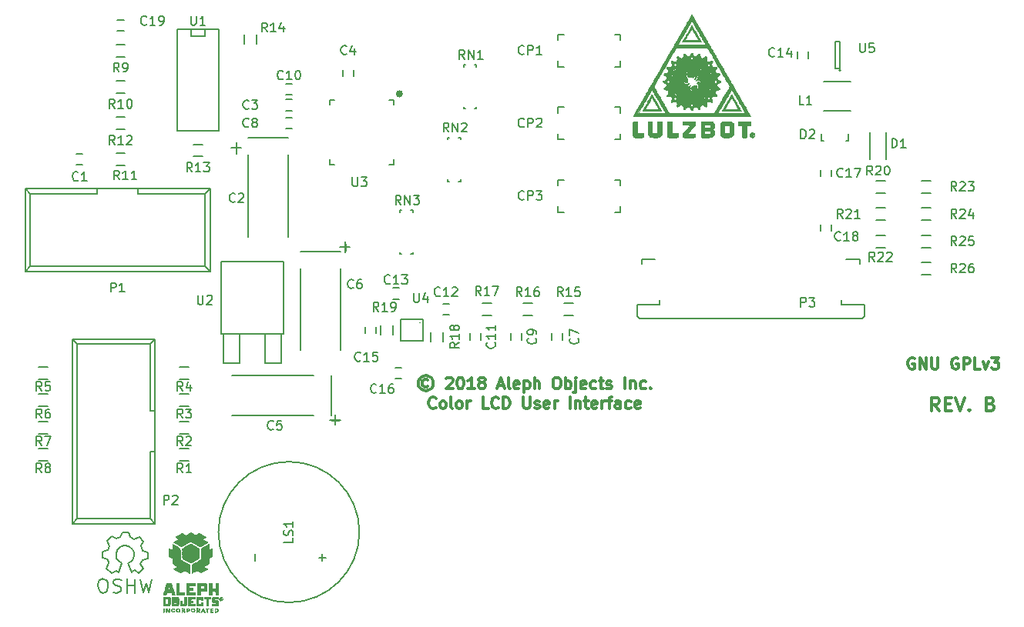
<source format=gbr>
G04 #@! TF.FileFunction,Legend,Top*
%FSLAX46Y46*%
G04 Gerber Fmt 4.6, Leading zero omitted, Abs format (unit mm)*
G04 Created by KiCad (PCBNEW 4.0.5+dfsg1-4) date Wed Jan 10 10:44:42 2018*
%MOMM*%
%LPD*%
G01*
G04 APERTURE LIST*
%ADD10C,0.100000*%
%ADD11C,0.300000*%
%ADD12C,0.150000*%
%ADD13C,0.400000*%
%ADD14C,0.010000*%
G04 APERTURE END LIST*
D10*
D11*
X172714286Y-94875000D02*
X172595238Y-94815476D01*
X172416667Y-94815476D01*
X172238095Y-94875000D01*
X172119048Y-94994048D01*
X172059524Y-95113095D01*
X172000000Y-95351190D01*
X172000000Y-95529762D01*
X172059524Y-95767857D01*
X172119048Y-95886905D01*
X172238095Y-96005952D01*
X172416667Y-96065476D01*
X172535715Y-96065476D01*
X172714286Y-96005952D01*
X172773810Y-95946429D01*
X172773810Y-95529762D01*
X172535715Y-95529762D01*
X173309524Y-96065476D02*
X173309524Y-94815476D01*
X174023810Y-96065476D01*
X174023810Y-94815476D01*
X174619048Y-94815476D02*
X174619048Y-95827381D01*
X174678572Y-95946429D01*
X174738096Y-96005952D01*
X174857143Y-96065476D01*
X175095239Y-96065476D01*
X175214286Y-96005952D01*
X175273810Y-95946429D01*
X175333334Y-95827381D01*
X175333334Y-94815476D01*
X177535715Y-94875000D02*
X177416667Y-94815476D01*
X177238096Y-94815476D01*
X177059524Y-94875000D01*
X176940477Y-94994048D01*
X176880953Y-95113095D01*
X176821429Y-95351190D01*
X176821429Y-95529762D01*
X176880953Y-95767857D01*
X176940477Y-95886905D01*
X177059524Y-96005952D01*
X177238096Y-96065476D01*
X177357144Y-96065476D01*
X177535715Y-96005952D01*
X177595239Y-95946429D01*
X177595239Y-95529762D01*
X177357144Y-95529762D01*
X178130953Y-96065476D02*
X178130953Y-94815476D01*
X178607144Y-94815476D01*
X178726191Y-94875000D01*
X178785715Y-94934524D01*
X178845239Y-95053571D01*
X178845239Y-95232143D01*
X178785715Y-95351190D01*
X178726191Y-95410714D01*
X178607144Y-95470238D01*
X178130953Y-95470238D01*
X179976191Y-96065476D02*
X179380953Y-96065476D01*
X179380953Y-94815476D01*
X180273810Y-95232143D02*
X180571429Y-96065476D01*
X180869049Y-95232143D01*
X181226191Y-94815476D02*
X182000001Y-94815476D01*
X181583334Y-95291667D01*
X181761906Y-95291667D01*
X181880953Y-95351190D01*
X181940477Y-95410714D01*
X182000001Y-95529762D01*
X182000001Y-95827381D01*
X181940477Y-95946429D01*
X181880953Y-96005952D01*
X181761906Y-96065476D01*
X181404763Y-96065476D01*
X181285715Y-96005952D01*
X181226191Y-95946429D01*
X175464286Y-100678571D02*
X174964286Y-99964286D01*
X174607143Y-100678571D02*
X174607143Y-99178571D01*
X175178571Y-99178571D01*
X175321429Y-99250000D01*
X175392857Y-99321429D01*
X175464286Y-99464286D01*
X175464286Y-99678571D01*
X175392857Y-99821429D01*
X175321429Y-99892857D01*
X175178571Y-99964286D01*
X174607143Y-99964286D01*
X176107143Y-99892857D02*
X176607143Y-99892857D01*
X176821429Y-100678571D02*
X176107143Y-100678571D01*
X176107143Y-99178571D01*
X176821429Y-99178571D01*
X177250000Y-99178571D02*
X177750000Y-100678571D01*
X178250000Y-99178571D01*
X178750000Y-100535714D02*
X178821428Y-100607143D01*
X178750000Y-100678571D01*
X178678571Y-100607143D01*
X178750000Y-100535714D01*
X178750000Y-100678571D01*
X181107143Y-99892857D02*
X181321429Y-99964286D01*
X181392857Y-100035714D01*
X181464286Y-100178571D01*
X181464286Y-100392857D01*
X181392857Y-100535714D01*
X181321429Y-100607143D01*
X181178571Y-100678571D01*
X180607143Y-100678571D01*
X180607143Y-99178571D01*
X181107143Y-99178571D01*
X181250000Y-99250000D01*
X181321429Y-99321429D01*
X181392857Y-99464286D01*
X181392857Y-99607143D01*
X181321429Y-99750000D01*
X181250000Y-99821429D01*
X181107143Y-99892857D01*
X180607143Y-99892857D01*
X119273810Y-97275595D02*
X119154762Y-97216071D01*
X118916667Y-97216071D01*
X118797619Y-97275595D01*
X118678572Y-97394643D01*
X118619048Y-97513690D01*
X118619048Y-97751786D01*
X118678572Y-97870833D01*
X118797619Y-97989881D01*
X118916667Y-98049405D01*
X119154762Y-98049405D01*
X119273810Y-97989881D01*
X119035715Y-96799405D02*
X118738096Y-96858929D01*
X118440476Y-97037500D01*
X118261905Y-97335119D01*
X118202381Y-97632738D01*
X118261905Y-97930357D01*
X118440476Y-98227976D01*
X118738096Y-98406548D01*
X119035715Y-98466071D01*
X119333334Y-98406548D01*
X119630953Y-98227976D01*
X119809524Y-97930357D01*
X119869048Y-97632738D01*
X119809524Y-97335119D01*
X119630953Y-97037500D01*
X119333334Y-96858929D01*
X119035715Y-96799405D01*
X121297619Y-97097024D02*
X121357143Y-97037500D01*
X121476191Y-96977976D01*
X121773810Y-96977976D01*
X121892857Y-97037500D01*
X121952381Y-97097024D01*
X122011905Y-97216071D01*
X122011905Y-97335119D01*
X121952381Y-97513690D01*
X121238095Y-98227976D01*
X122011905Y-98227976D01*
X122785714Y-96977976D02*
X122904762Y-96977976D01*
X123023810Y-97037500D01*
X123083333Y-97097024D01*
X123142857Y-97216071D01*
X123202381Y-97454167D01*
X123202381Y-97751786D01*
X123142857Y-97989881D01*
X123083333Y-98108929D01*
X123023810Y-98168452D01*
X122904762Y-98227976D01*
X122785714Y-98227976D01*
X122666667Y-98168452D01*
X122607143Y-98108929D01*
X122547619Y-97989881D01*
X122488095Y-97751786D01*
X122488095Y-97454167D01*
X122547619Y-97216071D01*
X122607143Y-97097024D01*
X122666667Y-97037500D01*
X122785714Y-96977976D01*
X124392857Y-98227976D02*
X123678571Y-98227976D01*
X124035714Y-98227976D02*
X124035714Y-96977976D01*
X123916666Y-97156548D01*
X123797619Y-97275595D01*
X123678571Y-97335119D01*
X125107142Y-97513690D02*
X124988095Y-97454167D01*
X124928571Y-97394643D01*
X124869047Y-97275595D01*
X124869047Y-97216071D01*
X124928571Y-97097024D01*
X124988095Y-97037500D01*
X125107142Y-96977976D01*
X125345238Y-96977976D01*
X125464285Y-97037500D01*
X125523809Y-97097024D01*
X125583333Y-97216071D01*
X125583333Y-97275595D01*
X125523809Y-97394643D01*
X125464285Y-97454167D01*
X125345238Y-97513690D01*
X125107142Y-97513690D01*
X124988095Y-97573214D01*
X124928571Y-97632738D01*
X124869047Y-97751786D01*
X124869047Y-97989881D01*
X124928571Y-98108929D01*
X124988095Y-98168452D01*
X125107142Y-98227976D01*
X125345238Y-98227976D01*
X125464285Y-98168452D01*
X125523809Y-98108929D01*
X125583333Y-97989881D01*
X125583333Y-97751786D01*
X125523809Y-97632738D01*
X125464285Y-97573214D01*
X125345238Y-97513690D01*
X127011904Y-97870833D02*
X127607142Y-97870833D01*
X126892857Y-98227976D02*
X127309523Y-96977976D01*
X127726190Y-98227976D01*
X128321428Y-98227976D02*
X128202381Y-98168452D01*
X128142857Y-98049405D01*
X128142857Y-96977976D01*
X129273810Y-98168452D02*
X129154762Y-98227976D01*
X128916667Y-98227976D01*
X128797619Y-98168452D01*
X128738095Y-98049405D01*
X128738095Y-97573214D01*
X128797619Y-97454167D01*
X128916667Y-97394643D01*
X129154762Y-97394643D01*
X129273810Y-97454167D01*
X129333333Y-97573214D01*
X129333333Y-97692262D01*
X128738095Y-97811310D01*
X129869048Y-97394643D02*
X129869048Y-98644643D01*
X129869048Y-97454167D02*
X129988096Y-97394643D01*
X130226191Y-97394643D01*
X130345239Y-97454167D01*
X130404762Y-97513690D01*
X130464286Y-97632738D01*
X130464286Y-97989881D01*
X130404762Y-98108929D01*
X130345239Y-98168452D01*
X130226191Y-98227976D01*
X129988096Y-98227976D01*
X129869048Y-98168452D01*
X131000000Y-98227976D02*
X131000000Y-96977976D01*
X131535714Y-98227976D02*
X131535714Y-97573214D01*
X131476191Y-97454167D01*
X131357143Y-97394643D01*
X131178571Y-97394643D01*
X131059524Y-97454167D01*
X131000000Y-97513690D01*
X133321428Y-96977976D02*
X133559524Y-96977976D01*
X133678571Y-97037500D01*
X133797619Y-97156548D01*
X133857143Y-97394643D01*
X133857143Y-97811310D01*
X133797619Y-98049405D01*
X133678571Y-98168452D01*
X133559524Y-98227976D01*
X133321428Y-98227976D01*
X133202381Y-98168452D01*
X133083333Y-98049405D01*
X133023809Y-97811310D01*
X133023809Y-97394643D01*
X133083333Y-97156548D01*
X133202381Y-97037500D01*
X133321428Y-96977976D01*
X134392857Y-98227976D02*
X134392857Y-96977976D01*
X134392857Y-97454167D02*
X134511905Y-97394643D01*
X134750000Y-97394643D01*
X134869048Y-97454167D01*
X134928571Y-97513690D01*
X134988095Y-97632738D01*
X134988095Y-97989881D01*
X134928571Y-98108929D01*
X134869048Y-98168452D01*
X134750000Y-98227976D01*
X134511905Y-98227976D01*
X134392857Y-98168452D01*
X135523809Y-97394643D02*
X135523809Y-98466071D01*
X135464285Y-98585119D01*
X135345238Y-98644643D01*
X135285714Y-98644643D01*
X135523809Y-96977976D02*
X135464285Y-97037500D01*
X135523809Y-97097024D01*
X135583333Y-97037500D01*
X135523809Y-96977976D01*
X135523809Y-97097024D01*
X136595238Y-98168452D02*
X136476190Y-98227976D01*
X136238095Y-98227976D01*
X136119047Y-98168452D01*
X136059523Y-98049405D01*
X136059523Y-97573214D01*
X136119047Y-97454167D01*
X136238095Y-97394643D01*
X136476190Y-97394643D01*
X136595238Y-97454167D01*
X136654761Y-97573214D01*
X136654761Y-97692262D01*
X136059523Y-97811310D01*
X137726190Y-98168452D02*
X137607143Y-98227976D01*
X137369047Y-98227976D01*
X137250000Y-98168452D01*
X137190476Y-98108929D01*
X137130952Y-97989881D01*
X137130952Y-97632738D01*
X137190476Y-97513690D01*
X137250000Y-97454167D01*
X137369047Y-97394643D01*
X137607143Y-97394643D01*
X137726190Y-97454167D01*
X138083334Y-97394643D02*
X138559524Y-97394643D01*
X138261905Y-96977976D02*
X138261905Y-98049405D01*
X138321429Y-98168452D01*
X138440476Y-98227976D01*
X138559524Y-98227976D01*
X138916667Y-98168452D02*
X139035715Y-98227976D01*
X139273810Y-98227976D01*
X139392858Y-98168452D01*
X139452382Y-98049405D01*
X139452382Y-97989881D01*
X139392858Y-97870833D01*
X139273810Y-97811310D01*
X139095239Y-97811310D01*
X138976191Y-97751786D01*
X138916667Y-97632738D01*
X138916667Y-97573214D01*
X138976191Y-97454167D01*
X139095239Y-97394643D01*
X139273810Y-97394643D01*
X139392858Y-97454167D01*
X140940477Y-98227976D02*
X140940477Y-96977976D01*
X141535715Y-97394643D02*
X141535715Y-98227976D01*
X141535715Y-97513690D02*
X141595239Y-97454167D01*
X141714286Y-97394643D01*
X141892858Y-97394643D01*
X142011906Y-97454167D01*
X142071429Y-97573214D01*
X142071429Y-98227976D01*
X143202381Y-98168452D02*
X143083334Y-98227976D01*
X142845238Y-98227976D01*
X142726191Y-98168452D01*
X142666667Y-98108929D01*
X142607143Y-97989881D01*
X142607143Y-97632738D01*
X142666667Y-97513690D01*
X142726191Y-97454167D01*
X142845238Y-97394643D01*
X143083334Y-97394643D01*
X143202381Y-97454167D01*
X143738096Y-98108929D02*
X143797620Y-98168452D01*
X143738096Y-98227976D01*
X143678572Y-98168452D01*
X143738096Y-98108929D01*
X143738096Y-98227976D01*
X120136904Y-100283929D02*
X120077380Y-100343452D01*
X119898809Y-100402976D01*
X119779761Y-100402976D01*
X119601189Y-100343452D01*
X119482142Y-100224405D01*
X119422618Y-100105357D01*
X119363094Y-99867262D01*
X119363094Y-99688690D01*
X119422618Y-99450595D01*
X119482142Y-99331548D01*
X119601189Y-99212500D01*
X119779761Y-99152976D01*
X119898809Y-99152976D01*
X120077380Y-99212500D01*
X120136904Y-99272024D01*
X120851189Y-100402976D02*
X120732142Y-100343452D01*
X120672618Y-100283929D01*
X120613094Y-100164881D01*
X120613094Y-99807738D01*
X120672618Y-99688690D01*
X120732142Y-99629167D01*
X120851189Y-99569643D01*
X121029761Y-99569643D01*
X121148809Y-99629167D01*
X121208332Y-99688690D01*
X121267856Y-99807738D01*
X121267856Y-100164881D01*
X121208332Y-100283929D01*
X121148809Y-100343452D01*
X121029761Y-100402976D01*
X120851189Y-100402976D01*
X121982141Y-100402976D02*
X121863094Y-100343452D01*
X121803570Y-100224405D01*
X121803570Y-99152976D01*
X122636903Y-100402976D02*
X122517856Y-100343452D01*
X122458332Y-100283929D01*
X122398808Y-100164881D01*
X122398808Y-99807738D01*
X122458332Y-99688690D01*
X122517856Y-99629167D01*
X122636903Y-99569643D01*
X122815475Y-99569643D01*
X122934523Y-99629167D01*
X122994046Y-99688690D01*
X123053570Y-99807738D01*
X123053570Y-100164881D01*
X122994046Y-100283929D01*
X122934523Y-100343452D01*
X122815475Y-100402976D01*
X122636903Y-100402976D01*
X123589284Y-100402976D02*
X123589284Y-99569643D01*
X123589284Y-99807738D02*
X123648808Y-99688690D01*
X123708332Y-99629167D01*
X123827379Y-99569643D01*
X123946427Y-99569643D01*
X125910713Y-100402976D02*
X125315475Y-100402976D01*
X125315475Y-99152976D01*
X127041666Y-100283929D02*
X126982142Y-100343452D01*
X126803571Y-100402976D01*
X126684523Y-100402976D01*
X126505951Y-100343452D01*
X126386904Y-100224405D01*
X126327380Y-100105357D01*
X126267856Y-99867262D01*
X126267856Y-99688690D01*
X126327380Y-99450595D01*
X126386904Y-99331548D01*
X126505951Y-99212500D01*
X126684523Y-99152976D01*
X126803571Y-99152976D01*
X126982142Y-99212500D01*
X127041666Y-99272024D01*
X127577380Y-100402976D02*
X127577380Y-99152976D01*
X127874999Y-99152976D01*
X128053571Y-99212500D01*
X128172618Y-99331548D01*
X128232142Y-99450595D01*
X128291666Y-99688690D01*
X128291666Y-99867262D01*
X128232142Y-100105357D01*
X128172618Y-100224405D01*
X128053571Y-100343452D01*
X127874999Y-100402976D01*
X127577380Y-100402976D01*
X129779761Y-99152976D02*
X129779761Y-100164881D01*
X129839285Y-100283929D01*
X129898809Y-100343452D01*
X130017856Y-100402976D01*
X130255952Y-100402976D01*
X130374999Y-100343452D01*
X130434523Y-100283929D01*
X130494047Y-100164881D01*
X130494047Y-99152976D01*
X131029761Y-100343452D02*
X131148809Y-100402976D01*
X131386904Y-100402976D01*
X131505952Y-100343452D01*
X131565476Y-100224405D01*
X131565476Y-100164881D01*
X131505952Y-100045833D01*
X131386904Y-99986310D01*
X131208333Y-99986310D01*
X131089285Y-99926786D01*
X131029761Y-99807738D01*
X131029761Y-99748214D01*
X131089285Y-99629167D01*
X131208333Y-99569643D01*
X131386904Y-99569643D01*
X131505952Y-99629167D01*
X132577381Y-100343452D02*
X132458333Y-100402976D01*
X132220238Y-100402976D01*
X132101190Y-100343452D01*
X132041666Y-100224405D01*
X132041666Y-99748214D01*
X132101190Y-99629167D01*
X132220238Y-99569643D01*
X132458333Y-99569643D01*
X132577381Y-99629167D01*
X132636904Y-99748214D01*
X132636904Y-99867262D01*
X132041666Y-99986310D01*
X133172619Y-100402976D02*
X133172619Y-99569643D01*
X133172619Y-99807738D02*
X133232143Y-99688690D01*
X133291667Y-99629167D01*
X133410714Y-99569643D01*
X133529762Y-99569643D01*
X134898810Y-100402976D02*
X134898810Y-99152976D01*
X135494048Y-99569643D02*
X135494048Y-100402976D01*
X135494048Y-99688690D02*
X135553572Y-99629167D01*
X135672619Y-99569643D01*
X135851191Y-99569643D01*
X135970239Y-99629167D01*
X136029762Y-99748214D01*
X136029762Y-100402976D01*
X136446429Y-99569643D02*
X136922619Y-99569643D01*
X136625000Y-99152976D02*
X136625000Y-100224405D01*
X136684524Y-100343452D01*
X136803571Y-100402976D01*
X136922619Y-100402976D01*
X137815477Y-100343452D02*
X137696429Y-100402976D01*
X137458334Y-100402976D01*
X137339286Y-100343452D01*
X137279762Y-100224405D01*
X137279762Y-99748214D01*
X137339286Y-99629167D01*
X137458334Y-99569643D01*
X137696429Y-99569643D01*
X137815477Y-99629167D01*
X137875000Y-99748214D01*
X137875000Y-99867262D01*
X137279762Y-99986310D01*
X138410715Y-100402976D02*
X138410715Y-99569643D01*
X138410715Y-99807738D02*
X138470239Y-99688690D01*
X138529763Y-99629167D01*
X138648810Y-99569643D01*
X138767858Y-99569643D01*
X139005954Y-99569643D02*
X139482144Y-99569643D01*
X139184525Y-100402976D02*
X139184525Y-99331548D01*
X139244049Y-99212500D01*
X139363096Y-99152976D01*
X139482144Y-99152976D01*
X140434525Y-100402976D02*
X140434525Y-99748214D01*
X140375002Y-99629167D01*
X140255954Y-99569643D01*
X140017859Y-99569643D01*
X139898811Y-99629167D01*
X140434525Y-100343452D02*
X140315478Y-100402976D01*
X140017859Y-100402976D01*
X139898811Y-100343452D01*
X139839287Y-100224405D01*
X139839287Y-100105357D01*
X139898811Y-99986310D01*
X140017859Y-99926786D01*
X140315478Y-99926786D01*
X140434525Y-99867262D01*
X141565477Y-100343452D02*
X141446430Y-100402976D01*
X141208334Y-100402976D01*
X141089287Y-100343452D01*
X141029763Y-100283929D01*
X140970239Y-100164881D01*
X140970239Y-99807738D01*
X141029763Y-99688690D01*
X141089287Y-99629167D01*
X141208334Y-99569643D01*
X141446430Y-99569643D01*
X141565477Y-99629167D01*
X142577383Y-100343452D02*
X142458335Y-100402976D01*
X142220240Y-100402976D01*
X142101192Y-100343452D01*
X142041668Y-100224405D01*
X142041668Y-99748214D01*
X142101192Y-99629167D01*
X142220240Y-99569643D01*
X142458335Y-99569643D01*
X142577383Y-99629167D01*
X142636906Y-99748214D01*
X142636906Y-99867262D01*
X142041668Y-99986310D01*
D12*
X98252560Y-71142560D02*
X98252560Y-72341440D01*
X98752940Y-71742000D02*
X97653120Y-71742000D01*
X103949640Y-81500880D02*
X103949640Y-72499120D01*
X99550360Y-72499120D02*
X99550360Y-81500880D01*
X103949640Y-70596660D02*
X99550360Y-70596660D01*
D13*
X116330278Y-65775000D02*
G75*
G03X116330278Y-65775000I-180278J0D01*
G01*
D12*
X108450000Y-73575000D02*
X108450000Y-73000000D01*
X108450000Y-73575000D02*
X109000000Y-73575000D01*
X108475000Y-66475000D02*
X108475000Y-67000000D01*
X109000000Y-66475000D02*
X108475000Y-66475000D01*
X115525000Y-66450000D02*
X115000000Y-66450000D01*
X115525000Y-66450000D02*
X115525000Y-67000000D01*
X115000000Y-73550000D02*
X115550000Y-73550000D01*
X115550000Y-73550000D02*
X115550000Y-73000000D01*
X116200000Y-83200000D02*
X116200000Y-83400000D01*
X116200000Y-83400000D02*
X116400000Y-83400000D01*
X117600000Y-83200000D02*
X117600000Y-83400000D01*
X117600000Y-83400000D02*
X117400000Y-83400000D01*
X116400000Y-78600000D02*
X116200000Y-78600000D01*
X116200000Y-78600000D02*
X116200000Y-78800000D01*
X117600000Y-78800000D02*
X117600000Y-78600000D01*
X117600000Y-78600000D02*
X117400000Y-78600000D01*
X121450000Y-75200000D02*
X121450000Y-75400000D01*
X121450000Y-75400000D02*
X121650000Y-75400000D01*
X122850000Y-75200000D02*
X122850000Y-75400000D01*
X122850000Y-75400000D02*
X122650000Y-75400000D01*
X121650000Y-70600000D02*
X121450000Y-70600000D01*
X121450000Y-70600000D02*
X121450000Y-70800000D01*
X122850000Y-70800000D02*
X122850000Y-70600000D01*
X122850000Y-70600000D02*
X122650000Y-70600000D01*
X123200000Y-67200000D02*
X123200000Y-67400000D01*
X123200000Y-67400000D02*
X123400000Y-67400000D01*
X124600000Y-67200000D02*
X124600000Y-67400000D01*
X124600000Y-67400000D02*
X124400000Y-67400000D01*
X123400000Y-62600000D02*
X123200000Y-62600000D01*
X123200000Y-62600000D02*
X123200000Y-62800000D01*
X124600000Y-62800000D02*
X124600000Y-62600000D01*
X124600000Y-62600000D02*
X124400000Y-62600000D01*
X144250000Y-84000000D02*
X142750000Y-84000000D01*
X142750000Y-84000000D02*
X142750000Y-84500000D01*
X165250000Y-84000000D02*
X166750000Y-84000000D01*
X166750000Y-84000000D02*
X166750000Y-84500000D01*
X164750000Y-88500000D02*
X164750000Y-89000000D01*
X164750000Y-89000000D02*
X167250000Y-89000000D01*
X167250000Y-89000000D02*
X167250000Y-90250000D01*
X167250000Y-90250000D02*
X167000000Y-90500000D01*
X167000000Y-90500000D02*
X142500000Y-90500000D01*
X142500000Y-90500000D02*
X142250000Y-90250000D01*
X142250000Y-90250000D02*
X142250000Y-89000000D01*
X142250000Y-89000000D02*
X144750000Y-89000000D01*
X144750000Y-89000000D02*
X144750000Y-88500000D01*
X111747000Y-114000000D02*
G75*
G03X111747000Y-114000000I-7747000J0D01*
G01*
X140429000Y-62143000D02*
X140429000Y-62778000D01*
X140429000Y-62778000D02*
X139794000Y-62778000D01*
X133571000Y-62778000D02*
X134206000Y-62778000D01*
X133571000Y-62778000D02*
X133571000Y-62143000D01*
X139794000Y-59222000D02*
X140429000Y-59222000D01*
X140429000Y-59222000D02*
X140429000Y-59857000D01*
X133571000Y-59222000D02*
X133571000Y-59857000D01*
X133571000Y-59222000D02*
X134206000Y-59222000D01*
X140429000Y-70143000D02*
X140429000Y-70778000D01*
X140429000Y-70778000D02*
X139794000Y-70778000D01*
X133571000Y-70778000D02*
X134206000Y-70778000D01*
X133571000Y-70778000D02*
X133571000Y-70143000D01*
X139794000Y-67222000D02*
X140429000Y-67222000D01*
X140429000Y-67222000D02*
X140429000Y-67857000D01*
X133571000Y-67222000D02*
X133571000Y-67857000D01*
X133571000Y-67222000D02*
X134206000Y-67222000D01*
X140429000Y-78143000D02*
X140429000Y-78778000D01*
X140429000Y-78778000D02*
X139794000Y-78778000D01*
X133571000Y-78778000D02*
X134206000Y-78778000D01*
X133571000Y-78778000D02*
X133571000Y-78143000D01*
X139794000Y-75222000D02*
X140429000Y-75222000D01*
X140429000Y-75222000D02*
X140429000Y-75857000D01*
X133571000Y-75222000D02*
X133571000Y-75857000D01*
X133571000Y-75222000D02*
X134206000Y-75222000D01*
X162500180Y-70900240D02*
X162500180Y-70199200D01*
X162700840Y-70900240D02*
X162500180Y-70900240D01*
X165499820Y-70900240D02*
X165250900Y-70900240D01*
X165499820Y-70199200D02*
X165499820Y-70900240D01*
X162700840Y-70900240D02*
X162749100Y-70900240D01*
X162750000Y-67600000D02*
X165750000Y-67600000D01*
X162750000Y-64400000D02*
X165750000Y-64400000D01*
X167850000Y-73000000D02*
X167850000Y-70000000D01*
X169650000Y-73000000D02*
X169650000Y-70000000D01*
X80650000Y-72400000D02*
X81350000Y-72400000D01*
X81350000Y-73600000D02*
X80650000Y-73600000D01*
X103650000Y-66400000D02*
X104350000Y-66400000D01*
X104350000Y-67600000D02*
X103650000Y-67600000D01*
X111100000Y-63150000D02*
X111100000Y-63850000D01*
X109900000Y-63850000D02*
X109900000Y-63150000D01*
X109707440Y-101702560D02*
X108508560Y-101702560D01*
X109108000Y-102202940D02*
X109108000Y-101103120D01*
X97749120Y-101199640D02*
X106750880Y-101199640D01*
X106750880Y-96800360D02*
X97749120Y-96800360D01*
X108653340Y-101199640D02*
X108653340Y-96800360D01*
X103650000Y-68400000D02*
X104350000Y-68400000D01*
X104350000Y-69600000D02*
X103650000Y-69600000D01*
X128400000Y-92850000D02*
X128400000Y-92150000D01*
X129600000Y-92150000D02*
X129600000Y-92850000D01*
X103650000Y-64650000D02*
X104350000Y-64650000D01*
X104350000Y-65850000D02*
X103650000Y-65850000D01*
X123900000Y-92850000D02*
X123900000Y-92150000D01*
X125100000Y-92150000D02*
X125100000Y-92850000D01*
X121600000Y-90100000D02*
X120900000Y-90100000D01*
X120900000Y-88900000D02*
X121600000Y-88900000D01*
X115400000Y-87150000D02*
X116100000Y-87150000D01*
X116100000Y-88350000D02*
X115400000Y-88350000D01*
X161100000Y-61150000D02*
X161100000Y-61850000D01*
X159900000Y-61850000D02*
X159900000Y-61150000D01*
X113600000Y-91400000D02*
X113600000Y-92100000D01*
X112400000Y-92100000D02*
X112400000Y-91400000D01*
X116350000Y-97100000D02*
X115650000Y-97100000D01*
X115650000Y-95900000D02*
X116350000Y-95900000D01*
X162400000Y-74850000D02*
X162400000Y-74150000D01*
X163600000Y-74150000D02*
X163600000Y-74850000D01*
X92000000Y-104825000D02*
X93000000Y-104825000D01*
X93000000Y-106175000D02*
X92000000Y-106175000D01*
X92000000Y-101825000D02*
X93000000Y-101825000D01*
X93000000Y-103175000D02*
X92000000Y-103175000D01*
X92000000Y-98825000D02*
X93000000Y-98825000D01*
X93000000Y-100175000D02*
X92000000Y-100175000D01*
X92000000Y-95825000D02*
X93000000Y-95825000D01*
X93000000Y-97175000D02*
X92000000Y-97175000D01*
X77500000Y-97175000D02*
X76500000Y-97175000D01*
X76500000Y-95825000D02*
X77500000Y-95825000D01*
X77500000Y-100175000D02*
X76500000Y-100175000D01*
X76500000Y-98825000D02*
X77500000Y-98825000D01*
X77500000Y-103175000D02*
X76500000Y-103175000D01*
X76500000Y-101825000D02*
X77500000Y-101825000D01*
X77500000Y-106175000D02*
X76500000Y-106175000D01*
X76500000Y-104825000D02*
X77500000Y-104825000D01*
X86000000Y-61675000D02*
X85000000Y-61675000D01*
X85000000Y-60325000D02*
X86000000Y-60325000D01*
X86000000Y-65675000D02*
X85000000Y-65675000D01*
X85000000Y-64325000D02*
X86000000Y-64325000D01*
X86000000Y-73675000D02*
X85000000Y-73675000D01*
X85000000Y-72325000D02*
X86000000Y-72325000D01*
X86000000Y-69675000D02*
X85000000Y-69675000D01*
X85000000Y-68325000D02*
X86000000Y-68325000D01*
X94500000Y-72675000D02*
X93500000Y-72675000D01*
X93500000Y-71325000D02*
X94500000Y-71325000D01*
X99075000Y-60250000D02*
X99075000Y-59250000D01*
X100425000Y-59250000D02*
X100425000Y-60250000D01*
X134250000Y-88825000D02*
X135250000Y-88825000D01*
X135250000Y-90175000D02*
X134250000Y-90175000D01*
X129750000Y-88825000D02*
X130750000Y-88825000D01*
X130750000Y-90175000D02*
X129750000Y-90175000D01*
X125250000Y-88825000D02*
X126250000Y-88825000D01*
X126250000Y-90175000D02*
X125250000Y-90175000D01*
X119575000Y-93000000D02*
X119575000Y-92000000D01*
X120925000Y-92000000D02*
X120925000Y-93000000D01*
X114075000Y-92250000D02*
X114075000Y-91250000D01*
X115425000Y-91250000D02*
X115425000Y-92250000D01*
X169500000Y-76675000D02*
X168500000Y-76675000D01*
X168500000Y-75325000D02*
X169500000Y-75325000D01*
X168500000Y-78325000D02*
X169500000Y-78325000D01*
X169500000Y-79675000D02*
X168500000Y-79675000D01*
X168500000Y-81325000D02*
X169500000Y-81325000D01*
X169500000Y-82675000D02*
X168500000Y-82675000D01*
X173500000Y-75325000D02*
X174500000Y-75325000D01*
X174500000Y-76675000D02*
X173500000Y-76675000D01*
X173500000Y-78325000D02*
X174500000Y-78325000D01*
X174500000Y-79675000D02*
X173500000Y-79675000D01*
X173500000Y-81325000D02*
X174500000Y-81325000D01*
X174500000Y-82675000D02*
X173500000Y-82675000D01*
X96286000Y-58662000D02*
X96286000Y-69838000D01*
X91714000Y-58662000D02*
X96286000Y-58662000D01*
X91714000Y-69838000D02*
X91714000Y-58662000D01*
X96286000Y-69838000D02*
X91714000Y-69838000D01*
X93238000Y-59424000D02*
X93238000Y-58662000D01*
X94762000Y-59424000D02*
X93238000Y-59424000D01*
X94762000Y-58662000D02*
X94762000Y-59424000D01*
X103429000Y-84352000D02*
X103429000Y-86130000D01*
X96571000Y-84225000D02*
X103429000Y-84225000D01*
X96571000Y-92226000D02*
X96571000Y-84352000D01*
X103429000Y-92226000D02*
X96571000Y-92226000D01*
X103429000Y-86130000D02*
X103429000Y-92226000D01*
X98603000Y-95401000D02*
X98603000Y-92226000D01*
X96825000Y-95401000D02*
X98603000Y-95401000D01*
X96825000Y-92226000D02*
X96825000Y-95401000D01*
X103175000Y-95401000D02*
X103175000Y-92226000D01*
X101397000Y-95401000D02*
X103175000Y-95401000D01*
X101397000Y-92226000D02*
X101397000Y-95401000D01*
X118400000Y-90950000D02*
G75*
G03X118400000Y-90950000I-50000J0D01*
G01*
X118700000Y-92950000D02*
X116300000Y-92950000D01*
X116300000Y-92950000D02*
X116300000Y-90550000D01*
X116300000Y-90550000D02*
X118700000Y-90550000D01*
X118700000Y-90550000D02*
X118700000Y-92950000D01*
X164500000Y-62950000D02*
X164500000Y-60050000D01*
X164500000Y-60050000D02*
X164000000Y-60050000D01*
X164000000Y-60050000D02*
X164000000Y-62950000D01*
X164000000Y-62950000D02*
X164500000Y-62950000D01*
X164650000Y-63200000D02*
G75*
G03X164650000Y-63200000I-100000J0D01*
G01*
X95330000Y-85320000D02*
X75010000Y-85320000D01*
X94790000Y-84770000D02*
X75570000Y-84770000D01*
X95330000Y-76220000D02*
X75010000Y-76220000D01*
X94790000Y-76770000D02*
X87420000Y-76770000D01*
X82920000Y-76770000D02*
X75570000Y-76770000D01*
X87420000Y-76770000D02*
X87420000Y-76220000D01*
X82920000Y-76770000D02*
X82920000Y-76220000D01*
X95330000Y-85320000D02*
X95330000Y-76220000D01*
X94790000Y-84770000D02*
X94790000Y-76770000D01*
X75010000Y-85320000D02*
X75010000Y-76220000D01*
X75570000Y-84770000D02*
X75570000Y-76770000D01*
X95330000Y-85320000D02*
X94790000Y-84770000D01*
X75010000Y-85320000D02*
X75570000Y-84770000D01*
X95330000Y-76220000D02*
X94790000Y-76770000D01*
X75010000Y-76220000D02*
X75570000Y-76770000D01*
X80180000Y-113080000D02*
X80180000Y-92760000D01*
X80730000Y-112540000D02*
X80730000Y-93320000D01*
X89280000Y-113080000D02*
X89280000Y-92760000D01*
X88730000Y-112540000D02*
X88730000Y-105170000D01*
X88730000Y-100670000D02*
X88730000Y-93320000D01*
X88730000Y-105170000D02*
X89280000Y-105170000D01*
X88730000Y-100670000D02*
X89280000Y-100670000D01*
X80180000Y-113080000D02*
X89280000Y-113080000D01*
X80730000Y-112540000D02*
X88730000Y-112540000D01*
X80180000Y-92760000D02*
X89280000Y-92760000D01*
X80730000Y-93320000D02*
X88730000Y-93320000D01*
X80180000Y-113080000D02*
X80730000Y-112540000D01*
X80180000Y-92760000D02*
X80730000Y-93320000D01*
X89280000Y-113080000D02*
X88730000Y-112540000D01*
X89280000Y-92760000D02*
X88730000Y-93320000D01*
X173500000Y-84325000D02*
X174500000Y-84325000D01*
X174500000Y-85675000D02*
X173500000Y-85675000D01*
X110202560Y-82042560D02*
X110202560Y-83241440D01*
X110702940Y-82642000D02*
X109603120Y-82642000D01*
X109699640Y-94000880D02*
X109699640Y-84999120D01*
X105300360Y-84999120D02*
X105300360Y-94000880D01*
X109699640Y-83096660D02*
X105300360Y-83096660D01*
X132900000Y-92850000D02*
X132900000Y-92150000D01*
X134100000Y-92150000D02*
X134100000Y-92850000D01*
X163600000Y-80150000D02*
X163600000Y-80850000D01*
X162400000Y-80850000D02*
X162400000Y-80150000D01*
X85150000Y-57650000D02*
X85850000Y-57650000D01*
X85850000Y-58850000D02*
X85150000Y-58850000D01*
X87668780Y-119189860D02*
X88029460Y-120660520D01*
X88029460Y-120660520D02*
X88308860Y-119598800D01*
X88308860Y-119598800D02*
X88618740Y-120670680D01*
X88618740Y-120670680D02*
X88959100Y-119220340D01*
X86248920Y-119880740D02*
X87038860Y-119870580D01*
X87038860Y-119870580D02*
X87049020Y-119880740D01*
X87049020Y-119880740D02*
X87049020Y-119870580D01*
X87089660Y-119159380D02*
X87089660Y-120701160D01*
X86200660Y-119149220D02*
X86200660Y-120718940D01*
X86200660Y-120718940D02*
X86210820Y-120708780D01*
X85649480Y-119250820D02*
X85298960Y-119169540D01*
X85298960Y-119169540D02*
X84978920Y-119159380D01*
X84978920Y-119159380D02*
X84740160Y-119360040D01*
X84740160Y-119360040D02*
X84709680Y-119629280D01*
X84709680Y-119629280D02*
X84950980Y-119870580D01*
X84950980Y-119870580D02*
X85339600Y-120000120D01*
X85339600Y-120000120D02*
X85519940Y-120160140D01*
X85519940Y-120160140D02*
X85560580Y-120459860D01*
X85560580Y-120459860D02*
X85329440Y-120680840D01*
X85329440Y-120680840D02*
X85009400Y-120708780D01*
X85009400Y-120708780D02*
X84658880Y-120599560D01*
X83620020Y-119149220D02*
X83371100Y-119169540D01*
X83371100Y-119169540D02*
X83129800Y-119410840D01*
X83129800Y-119410840D02*
X83040900Y-119901060D01*
X83040900Y-119901060D02*
X83068840Y-120249040D01*
X83068840Y-120249040D02*
X83269500Y-120569080D01*
X83269500Y-120569080D02*
X83520960Y-120691000D01*
X83520960Y-120691000D02*
X83830840Y-120619880D01*
X83830840Y-120619880D02*
X84049280Y-120439540D01*
X84049280Y-120439540D02*
X84120400Y-119979800D01*
X84120400Y-119979800D02*
X84069600Y-119570860D01*
X84069600Y-119570860D02*
X83960380Y-119288920D01*
X83960380Y-119288920D02*
X83599700Y-119159380D01*
X84219460Y-117429640D02*
X83960380Y-117990980D01*
X83960380Y-117990980D02*
X84498860Y-118509140D01*
X84498860Y-118509140D02*
X85019560Y-118239900D01*
X85019560Y-118239900D02*
X85298960Y-118399920D01*
X86739140Y-118379600D02*
X87069340Y-118189100D01*
X87069340Y-118189100D02*
X87508760Y-118519300D01*
X87508760Y-118519300D02*
X87981200Y-118029080D01*
X87981200Y-118029080D02*
X87699260Y-117549020D01*
X87699260Y-117549020D02*
X87889760Y-117079120D01*
X87889760Y-117079120D02*
X88499360Y-116891160D01*
X88499360Y-116891160D02*
X88499360Y-116210440D01*
X88499360Y-116210440D02*
X87940560Y-116070740D01*
X87940560Y-116070740D02*
X87739900Y-115499240D01*
X87739900Y-115499240D02*
X88009140Y-115029340D01*
X88009140Y-115029340D02*
X87539240Y-114518800D01*
X87539240Y-114518800D02*
X87021080Y-114780420D01*
X87021080Y-114780420D02*
X86551180Y-114579760D01*
X86551180Y-114579760D02*
X86381000Y-114038740D01*
X86381000Y-114038740D02*
X85690120Y-114020960D01*
X85690120Y-114020960D02*
X85479300Y-114569600D01*
X85479300Y-114569600D02*
X85060200Y-114739780D01*
X85060200Y-114739780D02*
X84509020Y-114470540D01*
X84509020Y-114470540D02*
X83990860Y-114998860D01*
X83990860Y-114998860D02*
X84239780Y-115539880D01*
X84239780Y-115539880D02*
X84069600Y-116019940D01*
X84069600Y-116019940D02*
X83520960Y-116119000D01*
X83520960Y-116119000D02*
X83510800Y-116820040D01*
X83510800Y-116820040D02*
X84069600Y-117020700D01*
X84069600Y-117020700D02*
X84209300Y-117419480D01*
X86350520Y-117399160D02*
X86650240Y-117249300D01*
X86650240Y-117249300D02*
X86850900Y-117051180D01*
X86850900Y-117051180D02*
X87000760Y-116649860D01*
X87000760Y-116649860D02*
X87000760Y-116251080D01*
X87000760Y-116251080D02*
X86850900Y-115900560D01*
X86850900Y-115900560D02*
X86398780Y-115550040D01*
X86398780Y-115550040D02*
X85949200Y-115499240D01*
X85949200Y-115499240D02*
X85550420Y-115600840D01*
X85550420Y-115600840D02*
X85149100Y-115948820D01*
X85149100Y-115948820D02*
X84999240Y-116400940D01*
X84999240Y-116400940D02*
X85050040Y-116898780D01*
X85050040Y-116898780D02*
X85298960Y-117201040D01*
X85298960Y-117201040D02*
X85649480Y-117399160D01*
X85649480Y-117399160D02*
X85298960Y-118399920D01*
X86350520Y-117399160D02*
X86749300Y-118399920D01*
D14*
G36*
X142035333Y-68795024D02*
X142091778Y-68796251D01*
X142143375Y-68798528D01*
X142186014Y-68801816D01*
X142215587Y-68806074D01*
X142226798Y-68809937D01*
X142230780Y-68813449D01*
X142234206Y-68818726D01*
X142237132Y-68827269D01*
X142239613Y-68840579D01*
X142241705Y-68860154D01*
X142243466Y-68887495D01*
X142244950Y-68924103D01*
X142246215Y-68971476D01*
X142247315Y-69031115D01*
X142248308Y-69104521D01*
X142249249Y-69193192D01*
X142250195Y-69298630D01*
X142251202Y-69422334D01*
X142251600Y-69472877D01*
X142256680Y-70121400D01*
X142603114Y-70126480D01*
X142700925Y-70128076D01*
X142780218Y-70129771D01*
X142842791Y-70131657D01*
X142890447Y-70133831D01*
X142924985Y-70136386D01*
X142948206Y-70139416D01*
X142961910Y-70143015D01*
X142966334Y-70145504D01*
X142972320Y-70152831D01*
X142976717Y-70165311D01*
X142979760Y-70185779D01*
X142981682Y-70217070D01*
X142982717Y-70262021D01*
X142983097Y-70323467D01*
X142983120Y-70349212D01*
X142982620Y-70424842D01*
X142981064Y-70481567D01*
X142978368Y-70520775D01*
X142974449Y-70543857D01*
X142970927Y-70551168D01*
X142963024Y-70553953D01*
X142944542Y-70556304D01*
X142914288Y-70558245D01*
X142871074Y-70559799D01*
X142813707Y-70560990D01*
X142740997Y-70561841D01*
X142651754Y-70562375D01*
X142544786Y-70562617D01*
X142418904Y-70562589D01*
X142394347Y-70562557D01*
X142288895Y-70562318D01*
X142189401Y-70561919D01*
X142097746Y-70561379D01*
X142015810Y-70560719D01*
X141945474Y-70559956D01*
X141888617Y-70559112D01*
X141847120Y-70558204D01*
X141822864Y-70557252D01*
X141817260Y-70556631D01*
X141814933Y-70551799D01*
X141812889Y-70538586D01*
X141811111Y-70515922D01*
X141809586Y-70482736D01*
X141808296Y-70437958D01*
X141807226Y-70380519D01*
X141806361Y-70309347D01*
X141805685Y-70223373D01*
X141805183Y-70121526D01*
X141804838Y-70002737D01*
X141804636Y-69865935D01*
X141804561Y-69710050D01*
X141804560Y-69684030D01*
X141804570Y-69531300D01*
X141804620Y-69397605D01*
X141804740Y-69281661D01*
X141804956Y-69182184D01*
X141805299Y-69097889D01*
X141805797Y-69027491D01*
X141806479Y-68969707D01*
X141807373Y-68923251D01*
X141808509Y-68886840D01*
X141809914Y-68859188D01*
X141811619Y-68839012D01*
X141813650Y-68825026D01*
X141816038Y-68815947D01*
X141818812Y-68810490D01*
X141821998Y-68807370D01*
X141824212Y-68806037D01*
X141843258Y-68801415D01*
X141878003Y-68798043D01*
X141924337Y-68795880D01*
X141978150Y-68794887D01*
X142035333Y-68795024D01*
X142035333Y-68795024D01*
G37*
X142035333Y-68795024D02*
X142091778Y-68796251D01*
X142143375Y-68798528D01*
X142186014Y-68801816D01*
X142215587Y-68806074D01*
X142226798Y-68809937D01*
X142230780Y-68813449D01*
X142234206Y-68818726D01*
X142237132Y-68827269D01*
X142239613Y-68840579D01*
X142241705Y-68860154D01*
X142243466Y-68887495D01*
X142244950Y-68924103D01*
X142246215Y-68971476D01*
X142247315Y-69031115D01*
X142248308Y-69104521D01*
X142249249Y-69193192D01*
X142250195Y-69298630D01*
X142251202Y-69422334D01*
X142251600Y-69472877D01*
X142256680Y-70121400D01*
X142603114Y-70126480D01*
X142700925Y-70128076D01*
X142780218Y-70129771D01*
X142842791Y-70131657D01*
X142890447Y-70133831D01*
X142924985Y-70136386D01*
X142948206Y-70139416D01*
X142961910Y-70143015D01*
X142966334Y-70145504D01*
X142972320Y-70152831D01*
X142976717Y-70165311D01*
X142979760Y-70185779D01*
X142981682Y-70217070D01*
X142982717Y-70262021D01*
X142983097Y-70323467D01*
X142983120Y-70349212D01*
X142982620Y-70424842D01*
X142981064Y-70481567D01*
X142978368Y-70520775D01*
X142974449Y-70543857D01*
X142970927Y-70551168D01*
X142963024Y-70553953D01*
X142944542Y-70556304D01*
X142914288Y-70558245D01*
X142871074Y-70559799D01*
X142813707Y-70560990D01*
X142740997Y-70561841D01*
X142651754Y-70562375D01*
X142544786Y-70562617D01*
X142418904Y-70562589D01*
X142394347Y-70562557D01*
X142288895Y-70562318D01*
X142189401Y-70561919D01*
X142097746Y-70561379D01*
X142015810Y-70560719D01*
X141945474Y-70559956D01*
X141888617Y-70559112D01*
X141847120Y-70558204D01*
X141822864Y-70557252D01*
X141817260Y-70556631D01*
X141814933Y-70551799D01*
X141812889Y-70538586D01*
X141811111Y-70515922D01*
X141809586Y-70482736D01*
X141808296Y-70437958D01*
X141807226Y-70380519D01*
X141806361Y-70309347D01*
X141805685Y-70223373D01*
X141805183Y-70121526D01*
X141804838Y-70002737D01*
X141804636Y-69865935D01*
X141804561Y-69710050D01*
X141804560Y-69684030D01*
X141804570Y-69531300D01*
X141804620Y-69397605D01*
X141804740Y-69281661D01*
X141804956Y-69182184D01*
X141805299Y-69097889D01*
X141805797Y-69027491D01*
X141806479Y-68969707D01*
X141807373Y-68923251D01*
X141808509Y-68886840D01*
X141809914Y-68859188D01*
X141811619Y-68839012D01*
X141813650Y-68825026D01*
X141816038Y-68815947D01*
X141818812Y-68810490D01*
X141821998Y-68807370D01*
X141824212Y-68806037D01*
X141843258Y-68801415D01*
X141878003Y-68798043D01*
X141924337Y-68795880D01*
X141978150Y-68794887D01*
X142035333Y-68795024D01*
G36*
X144794545Y-68795740D02*
X144844052Y-68796576D01*
X144879348Y-68798293D01*
X144903488Y-68801156D01*
X144919524Y-68805429D01*
X144930510Y-68811376D01*
X144933001Y-68813300D01*
X144954734Y-68831080D01*
X144951907Y-69565093D01*
X144949080Y-70299107D01*
X144819497Y-70428693D01*
X144689915Y-70558280D01*
X144230217Y-70560331D01*
X144134806Y-70560562D01*
X144045135Y-70560403D01*
X143963357Y-70559885D01*
X143891624Y-70559039D01*
X143832089Y-70557895D01*
X143786902Y-70556486D01*
X143758216Y-70554842D01*
X143748706Y-70553426D01*
X143729730Y-70541061D01*
X143700939Y-70516785D01*
X143665382Y-70483747D01*
X143626110Y-70445096D01*
X143586173Y-70403982D01*
X143548620Y-70363552D01*
X143516502Y-70326957D01*
X143492869Y-70297346D01*
X143480770Y-70277867D01*
X143480184Y-70276177D01*
X143478529Y-70260342D01*
X143476980Y-70225755D01*
X143475559Y-70173985D01*
X143474285Y-70106600D01*
X143473178Y-70025168D01*
X143472258Y-69931257D01*
X143471545Y-69826436D01*
X143471060Y-69712273D01*
X143470821Y-69590335D01*
X143470800Y-69539807D01*
X143470812Y-69403206D01*
X143470877Y-69285474D01*
X143471036Y-69185161D01*
X143471328Y-69100815D01*
X143471795Y-69030986D01*
X143472477Y-68974222D01*
X143473415Y-68929074D01*
X143474651Y-68894090D01*
X143476223Y-68867819D01*
X143478174Y-68848811D01*
X143480544Y-68835615D01*
X143483374Y-68826780D01*
X143486704Y-68820854D01*
X143490575Y-68816388D01*
X143491120Y-68815840D01*
X143499642Y-68808641D01*
X143510714Y-68803371D01*
X143527376Y-68799731D01*
X143552667Y-68797424D01*
X143589628Y-68796151D01*
X143641300Y-68795617D01*
X143698674Y-68795520D01*
X143766811Y-68795771D01*
X143817457Y-68796673D01*
X143853436Y-68798448D01*
X143877572Y-68801317D01*
X143892689Y-68805502D01*
X143901611Y-68811226D01*
X143901874Y-68811485D01*
X143905163Y-68816494D01*
X143907974Y-68825433D01*
X143910344Y-68839790D01*
X143912308Y-68861054D01*
X143913904Y-68890715D01*
X143915167Y-68930261D01*
X143916136Y-68981183D01*
X143916847Y-69044969D01*
X143917336Y-69123108D01*
X143917640Y-69217089D01*
X143917795Y-69328403D01*
X143917839Y-69458537D01*
X143917840Y-69459465D01*
X143917886Y-69590082D01*
X143918051Y-69701879D01*
X143918370Y-69796356D01*
X143918879Y-69875013D01*
X143919614Y-69939350D01*
X143920613Y-69990866D01*
X143921910Y-70031062D01*
X143923543Y-70061438D01*
X143925547Y-70083493D01*
X143927959Y-70098728D01*
X143930815Y-70108642D01*
X143933656Y-70114059D01*
X143938948Y-70120911D01*
X143945681Y-70126214D01*
X143956302Y-70130167D01*
X143973258Y-70132969D01*
X143998996Y-70134817D01*
X144035964Y-70135910D01*
X144086608Y-70136445D01*
X144153377Y-70136623D01*
X144212330Y-70136640D01*
X144293885Y-70136493D01*
X144357481Y-70135962D01*
X144405477Y-70134912D01*
X144440232Y-70133208D01*
X144464106Y-70130715D01*
X144479458Y-70127297D01*
X144488647Y-70122820D01*
X144491154Y-70120674D01*
X144494429Y-70115683D01*
X144497231Y-70106772D01*
X144499594Y-70092459D01*
X144501555Y-70071261D01*
X144503151Y-70041696D01*
X144504417Y-70002283D01*
X144505389Y-69951538D01*
X144506105Y-69887980D01*
X144506599Y-69810127D01*
X144506909Y-69716496D01*
X144507070Y-69605605D01*
X144507119Y-69475972D01*
X144507120Y-69466928D01*
X144507144Y-69337099D01*
X144507245Y-69226074D01*
X144507466Y-69132336D01*
X144507850Y-69054371D01*
X144508441Y-68990661D01*
X144509281Y-68939692D01*
X144510412Y-68899947D01*
X144511879Y-68869910D01*
X144513725Y-68848066D01*
X144515991Y-68832897D01*
X144518722Y-68822889D01*
X144521960Y-68816525D01*
X144525700Y-68812334D01*
X144535076Y-68806213D01*
X144549637Y-68801747D01*
X144572338Y-68798691D01*
X144606137Y-68796799D01*
X144653990Y-68795825D01*
X144718853Y-68795522D01*
X144727774Y-68795520D01*
X144794545Y-68795740D01*
X144794545Y-68795740D01*
G37*
X144794545Y-68795740D02*
X144844052Y-68796576D01*
X144879348Y-68798293D01*
X144903488Y-68801156D01*
X144919524Y-68805429D01*
X144930510Y-68811376D01*
X144933001Y-68813300D01*
X144954734Y-68831080D01*
X144951907Y-69565093D01*
X144949080Y-70299107D01*
X144819497Y-70428693D01*
X144689915Y-70558280D01*
X144230217Y-70560331D01*
X144134806Y-70560562D01*
X144045135Y-70560403D01*
X143963357Y-70559885D01*
X143891624Y-70559039D01*
X143832089Y-70557895D01*
X143786902Y-70556486D01*
X143758216Y-70554842D01*
X143748706Y-70553426D01*
X143729730Y-70541061D01*
X143700939Y-70516785D01*
X143665382Y-70483747D01*
X143626110Y-70445096D01*
X143586173Y-70403982D01*
X143548620Y-70363552D01*
X143516502Y-70326957D01*
X143492869Y-70297346D01*
X143480770Y-70277867D01*
X143480184Y-70276177D01*
X143478529Y-70260342D01*
X143476980Y-70225755D01*
X143475559Y-70173985D01*
X143474285Y-70106600D01*
X143473178Y-70025168D01*
X143472258Y-69931257D01*
X143471545Y-69826436D01*
X143471060Y-69712273D01*
X143470821Y-69590335D01*
X143470800Y-69539807D01*
X143470812Y-69403206D01*
X143470877Y-69285474D01*
X143471036Y-69185161D01*
X143471328Y-69100815D01*
X143471795Y-69030986D01*
X143472477Y-68974222D01*
X143473415Y-68929074D01*
X143474651Y-68894090D01*
X143476223Y-68867819D01*
X143478174Y-68848811D01*
X143480544Y-68835615D01*
X143483374Y-68826780D01*
X143486704Y-68820854D01*
X143490575Y-68816388D01*
X143491120Y-68815840D01*
X143499642Y-68808641D01*
X143510714Y-68803371D01*
X143527376Y-68799731D01*
X143552667Y-68797424D01*
X143589628Y-68796151D01*
X143641300Y-68795617D01*
X143698674Y-68795520D01*
X143766811Y-68795771D01*
X143817457Y-68796673D01*
X143853436Y-68798448D01*
X143877572Y-68801317D01*
X143892689Y-68805502D01*
X143901611Y-68811226D01*
X143901874Y-68811485D01*
X143905163Y-68816494D01*
X143907974Y-68825433D01*
X143910344Y-68839790D01*
X143912308Y-68861054D01*
X143913904Y-68890715D01*
X143915167Y-68930261D01*
X143916136Y-68981183D01*
X143916847Y-69044969D01*
X143917336Y-69123108D01*
X143917640Y-69217089D01*
X143917795Y-69328403D01*
X143917839Y-69458537D01*
X143917840Y-69459465D01*
X143917886Y-69590082D01*
X143918051Y-69701879D01*
X143918370Y-69796356D01*
X143918879Y-69875013D01*
X143919614Y-69939350D01*
X143920613Y-69990866D01*
X143921910Y-70031062D01*
X143923543Y-70061438D01*
X143925547Y-70083493D01*
X143927959Y-70098728D01*
X143930815Y-70108642D01*
X143933656Y-70114059D01*
X143938948Y-70120911D01*
X143945681Y-70126214D01*
X143956302Y-70130167D01*
X143973258Y-70132969D01*
X143998996Y-70134817D01*
X144035964Y-70135910D01*
X144086608Y-70136445D01*
X144153377Y-70136623D01*
X144212330Y-70136640D01*
X144293885Y-70136493D01*
X144357481Y-70135962D01*
X144405477Y-70134912D01*
X144440232Y-70133208D01*
X144464106Y-70130715D01*
X144479458Y-70127297D01*
X144488647Y-70122820D01*
X144491154Y-70120674D01*
X144494429Y-70115683D01*
X144497231Y-70106772D01*
X144499594Y-70092459D01*
X144501555Y-70071261D01*
X144503151Y-70041696D01*
X144504417Y-70002283D01*
X144505389Y-69951538D01*
X144506105Y-69887980D01*
X144506599Y-69810127D01*
X144506909Y-69716496D01*
X144507070Y-69605605D01*
X144507119Y-69475972D01*
X144507120Y-69466928D01*
X144507144Y-69337099D01*
X144507245Y-69226074D01*
X144507466Y-69132336D01*
X144507850Y-69054371D01*
X144508441Y-68990661D01*
X144509281Y-68939692D01*
X144510412Y-68899947D01*
X144511879Y-68869910D01*
X144513725Y-68848066D01*
X144515991Y-68832897D01*
X144518722Y-68822889D01*
X144521960Y-68816525D01*
X144525700Y-68812334D01*
X144535076Y-68806213D01*
X144549637Y-68801747D01*
X144572338Y-68798691D01*
X144606137Y-68796799D01*
X144653990Y-68795825D01*
X144718853Y-68795522D01*
X144727774Y-68795520D01*
X144794545Y-68795740D01*
G36*
X145887145Y-68795091D02*
X145939772Y-68797224D01*
X145983587Y-68800674D01*
X146014434Y-68805441D01*
X146026638Y-68809936D01*
X146030620Y-68813448D01*
X146034046Y-68818725D01*
X146036972Y-68827268D01*
X146039453Y-68840577D01*
X146041545Y-68860152D01*
X146043306Y-68887494D01*
X146044790Y-68924101D01*
X146046055Y-68971474D01*
X146047155Y-69031113D01*
X146048148Y-69104518D01*
X146049089Y-69193190D01*
X146050035Y-69298627D01*
X146051042Y-69422331D01*
X146051440Y-69472876D01*
X146056520Y-70121400D01*
X146402954Y-70126480D01*
X146500765Y-70128076D01*
X146580058Y-70129771D01*
X146642631Y-70131657D01*
X146690287Y-70133831D01*
X146724825Y-70136386D01*
X146748046Y-70139416D01*
X146761750Y-70143015D01*
X146766174Y-70145504D01*
X146772160Y-70152831D01*
X146776557Y-70165311D01*
X146779600Y-70185779D01*
X146781522Y-70217070D01*
X146782557Y-70262021D01*
X146782937Y-70323467D01*
X146782960Y-70349212D01*
X146782460Y-70424842D01*
X146780904Y-70481567D01*
X146778208Y-70520775D01*
X146774289Y-70543857D01*
X146770767Y-70551168D01*
X146758439Y-70553589D01*
X146728035Y-70555765D01*
X146681802Y-70557690D01*
X146621982Y-70559359D01*
X146550821Y-70560770D01*
X146470562Y-70561916D01*
X146383449Y-70562794D01*
X146291727Y-70563400D01*
X146197640Y-70563728D01*
X146103432Y-70563775D01*
X146011348Y-70563537D01*
X145923630Y-70563009D01*
X145842524Y-70562186D01*
X145770274Y-70561065D01*
X145709124Y-70559640D01*
X145661318Y-70557908D01*
X145629100Y-70555865D01*
X145614715Y-70553505D01*
X145614560Y-70553415D01*
X145611835Y-70549809D01*
X145609449Y-70541830D01*
X145607381Y-70528233D01*
X145605608Y-70507773D01*
X145604109Y-70479202D01*
X145602861Y-70441277D01*
X145601843Y-70392752D01*
X145601033Y-70332381D01*
X145600410Y-70258919D01*
X145599950Y-70171121D01*
X145599634Y-70067741D01*
X145599438Y-69947533D01*
X145599341Y-69809253D01*
X145599320Y-69684071D01*
X145599330Y-69532057D01*
X145599382Y-69399066D01*
X145599503Y-69283803D01*
X145599725Y-69184971D01*
X145600074Y-69101273D01*
X145600582Y-69031413D01*
X145601276Y-68974094D01*
X145602187Y-68928022D01*
X145603344Y-68891898D01*
X145604776Y-68864426D01*
X145606511Y-68844311D01*
X145608580Y-68830256D01*
X145611012Y-68820964D01*
X145613835Y-68815139D01*
X145617080Y-68811485D01*
X145619041Y-68809940D01*
X145637273Y-68804174D01*
X145671627Y-68799725D01*
X145717946Y-68796591D01*
X145772076Y-68794775D01*
X145829861Y-68794275D01*
X145887145Y-68795091D01*
X145887145Y-68795091D01*
G37*
X145887145Y-68795091D02*
X145939772Y-68797224D01*
X145983587Y-68800674D01*
X146014434Y-68805441D01*
X146026638Y-68809936D01*
X146030620Y-68813448D01*
X146034046Y-68818725D01*
X146036972Y-68827268D01*
X146039453Y-68840577D01*
X146041545Y-68860152D01*
X146043306Y-68887494D01*
X146044790Y-68924101D01*
X146046055Y-68971474D01*
X146047155Y-69031113D01*
X146048148Y-69104518D01*
X146049089Y-69193190D01*
X146050035Y-69298627D01*
X146051042Y-69422331D01*
X146051440Y-69472876D01*
X146056520Y-70121400D01*
X146402954Y-70126480D01*
X146500765Y-70128076D01*
X146580058Y-70129771D01*
X146642631Y-70131657D01*
X146690287Y-70133831D01*
X146724825Y-70136386D01*
X146748046Y-70139416D01*
X146761750Y-70143015D01*
X146766174Y-70145504D01*
X146772160Y-70152831D01*
X146776557Y-70165311D01*
X146779600Y-70185779D01*
X146781522Y-70217070D01*
X146782557Y-70262021D01*
X146782937Y-70323467D01*
X146782960Y-70349212D01*
X146782460Y-70424842D01*
X146780904Y-70481567D01*
X146778208Y-70520775D01*
X146774289Y-70543857D01*
X146770767Y-70551168D01*
X146758439Y-70553589D01*
X146728035Y-70555765D01*
X146681802Y-70557690D01*
X146621982Y-70559359D01*
X146550821Y-70560770D01*
X146470562Y-70561916D01*
X146383449Y-70562794D01*
X146291727Y-70563400D01*
X146197640Y-70563728D01*
X146103432Y-70563775D01*
X146011348Y-70563537D01*
X145923630Y-70563009D01*
X145842524Y-70562186D01*
X145770274Y-70561065D01*
X145709124Y-70559640D01*
X145661318Y-70557908D01*
X145629100Y-70555865D01*
X145614715Y-70553505D01*
X145614560Y-70553415D01*
X145611835Y-70549809D01*
X145609449Y-70541830D01*
X145607381Y-70528233D01*
X145605608Y-70507773D01*
X145604109Y-70479202D01*
X145602861Y-70441277D01*
X145601843Y-70392752D01*
X145601033Y-70332381D01*
X145600410Y-70258919D01*
X145599950Y-70171121D01*
X145599634Y-70067741D01*
X145599438Y-69947533D01*
X145599341Y-69809253D01*
X145599320Y-69684071D01*
X145599330Y-69532057D01*
X145599382Y-69399066D01*
X145599503Y-69283803D01*
X145599725Y-69184971D01*
X145600074Y-69101273D01*
X145600582Y-69031413D01*
X145601276Y-68974094D01*
X145602187Y-68928022D01*
X145603344Y-68891898D01*
X145604776Y-68864426D01*
X145606511Y-68844311D01*
X145608580Y-68830256D01*
X145611012Y-68820964D01*
X145613835Y-68815139D01*
X145617080Y-68811485D01*
X145619041Y-68809940D01*
X145637273Y-68804174D01*
X145671627Y-68799725D01*
X145717946Y-68796591D01*
X145772076Y-68794775D01*
X145829861Y-68794275D01*
X145887145Y-68795091D01*
G36*
X147669570Y-68796739D02*
X147771417Y-68797065D01*
X147891297Y-68797550D01*
X147957486Y-68797836D01*
X148086890Y-68798417D01*
X148197491Y-68798982D01*
X148290804Y-68799586D01*
X148368345Y-68800279D01*
X148431631Y-68801114D01*
X148482178Y-68802145D01*
X148521503Y-68803423D01*
X148551120Y-68805000D01*
X148572546Y-68806929D01*
X148587298Y-68809264D01*
X148596892Y-68812055D01*
X148602843Y-68815355D01*
X148606668Y-68819218D01*
X148607502Y-68820321D01*
X148613191Y-68833082D01*
X148617272Y-68855207D01*
X148619951Y-68889384D01*
X148621432Y-68938299D01*
X148621917Y-69004639D01*
X148621920Y-69010160D01*
X148621355Y-69068769D01*
X148619794Y-69121832D01*
X148617436Y-69165329D01*
X148614479Y-69195240D01*
X148612245Y-69205722D01*
X148601403Y-69223312D01*
X148576962Y-69255193D01*
X148539305Y-69300913D01*
X148488817Y-69360020D01*
X148425882Y-69432061D01*
X148350884Y-69516585D01*
X148295997Y-69577840D01*
X148272212Y-69604395D01*
X148237204Y-69643615D01*
X148193234Y-69692962D01*
X148142561Y-69749897D01*
X148087444Y-69811881D01*
X148030144Y-69876378D01*
X148002033Y-69908040D01*
X147776576Y-70162040D01*
X148186548Y-70164618D01*
X148289312Y-70165327D01*
X148373634Y-70166096D01*
X148441391Y-70167011D01*
X148494462Y-70168161D01*
X148534723Y-70169633D01*
X148564053Y-70171514D01*
X148584329Y-70173894D01*
X148597430Y-70176858D01*
X148605232Y-70180495D01*
X148609220Y-70184340D01*
X148614648Y-70199891D01*
X148618495Y-70230681D01*
X148620866Y-70278244D01*
X148621869Y-70344117D01*
X148621920Y-70366456D01*
X148621608Y-70430252D01*
X148620497Y-70476753D01*
X148618319Y-70508976D01*
X148614809Y-70529938D01*
X148609700Y-70542659D01*
X148605954Y-70547394D01*
X148600993Y-70550646D01*
X148592128Y-70553431D01*
X148577886Y-70555784D01*
X148556797Y-70557741D01*
X148527392Y-70559336D01*
X148488198Y-70560605D01*
X148437746Y-70561584D01*
X148374564Y-70562307D01*
X148297182Y-70562811D01*
X148204130Y-70563131D01*
X148093937Y-70563301D01*
X147965131Y-70563359D01*
X147942506Y-70563360D01*
X147803471Y-70563265D01*
X147683641Y-70562967D01*
X147581900Y-70562445D01*
X147497133Y-70561678D01*
X147428224Y-70560646D01*
X147374060Y-70559329D01*
X147333524Y-70557705D01*
X147305502Y-70555754D01*
X147288879Y-70553455D01*
X147282832Y-70551168D01*
X147278263Y-70536575D01*
X147274762Y-70505645D01*
X147272321Y-70462332D01*
X147270928Y-70410589D01*
X147270576Y-70354371D01*
X147271254Y-70297631D01*
X147272953Y-70244324D01*
X147275664Y-70198404D01*
X147279377Y-70163825D01*
X147283798Y-70145137D01*
X147294359Y-70129289D01*
X147316392Y-70101444D01*
X147347500Y-70064452D01*
X147385282Y-70021164D01*
X147427341Y-69974434D01*
X147428120Y-69973581D01*
X147470702Y-69926965D01*
X147509769Y-69884135D01*
X147542778Y-69847887D01*
X147567185Y-69821013D01*
X147580446Y-69806306D01*
X147580520Y-69806223D01*
X147593731Y-69791512D01*
X147618005Y-69764629D01*
X147650744Y-69728442D01*
X147689353Y-69685825D01*
X147727840Y-69643385D01*
X147779449Y-69586487D01*
X147838988Y-69520817D01*
X147900752Y-69452671D01*
X147959034Y-69388344D01*
X147989048Y-69355206D01*
X148123256Y-69207000D01*
X147719808Y-69204520D01*
X147618697Y-69203873D01*
X147535961Y-69203222D01*
X147469654Y-69202457D01*
X147417832Y-69201467D01*
X147378549Y-69200141D01*
X147349860Y-69198368D01*
X147329821Y-69196038D01*
X147316486Y-69193039D01*
X147307911Y-69189261D01*
X147302149Y-69184594D01*
X147298580Y-69180534D01*
X147291741Y-69169744D01*
X147286880Y-69154373D01*
X147283676Y-69131128D01*
X147281810Y-69096719D01*
X147280961Y-69047852D01*
X147280800Y-68997594D01*
X147280987Y-68936352D01*
X147281802Y-68892094D01*
X147283620Y-68861484D01*
X147286818Y-68841187D01*
X147291773Y-68827868D01*
X147298860Y-68818192D01*
X147301343Y-68815616D01*
X147305925Y-68811438D01*
X147311689Y-68807877D01*
X147320169Y-68804891D01*
X147332896Y-68802439D01*
X147351402Y-68800480D01*
X147377218Y-68798971D01*
X147411877Y-68797872D01*
X147456910Y-68797141D01*
X147513848Y-68796736D01*
X147584224Y-68796616D01*
X147669570Y-68796739D01*
X147669570Y-68796739D01*
G37*
X147669570Y-68796739D02*
X147771417Y-68797065D01*
X147891297Y-68797550D01*
X147957486Y-68797836D01*
X148086890Y-68798417D01*
X148197491Y-68798982D01*
X148290804Y-68799586D01*
X148368345Y-68800279D01*
X148431631Y-68801114D01*
X148482178Y-68802145D01*
X148521503Y-68803423D01*
X148551120Y-68805000D01*
X148572546Y-68806929D01*
X148587298Y-68809264D01*
X148596892Y-68812055D01*
X148602843Y-68815355D01*
X148606668Y-68819218D01*
X148607502Y-68820321D01*
X148613191Y-68833082D01*
X148617272Y-68855207D01*
X148619951Y-68889384D01*
X148621432Y-68938299D01*
X148621917Y-69004639D01*
X148621920Y-69010160D01*
X148621355Y-69068769D01*
X148619794Y-69121832D01*
X148617436Y-69165329D01*
X148614479Y-69195240D01*
X148612245Y-69205722D01*
X148601403Y-69223312D01*
X148576962Y-69255193D01*
X148539305Y-69300913D01*
X148488817Y-69360020D01*
X148425882Y-69432061D01*
X148350884Y-69516585D01*
X148295997Y-69577840D01*
X148272212Y-69604395D01*
X148237204Y-69643615D01*
X148193234Y-69692962D01*
X148142561Y-69749897D01*
X148087444Y-69811881D01*
X148030144Y-69876378D01*
X148002033Y-69908040D01*
X147776576Y-70162040D01*
X148186548Y-70164618D01*
X148289312Y-70165327D01*
X148373634Y-70166096D01*
X148441391Y-70167011D01*
X148494462Y-70168161D01*
X148534723Y-70169633D01*
X148564053Y-70171514D01*
X148584329Y-70173894D01*
X148597430Y-70176858D01*
X148605232Y-70180495D01*
X148609220Y-70184340D01*
X148614648Y-70199891D01*
X148618495Y-70230681D01*
X148620866Y-70278244D01*
X148621869Y-70344117D01*
X148621920Y-70366456D01*
X148621608Y-70430252D01*
X148620497Y-70476753D01*
X148618319Y-70508976D01*
X148614809Y-70529938D01*
X148609700Y-70542659D01*
X148605954Y-70547394D01*
X148600993Y-70550646D01*
X148592128Y-70553431D01*
X148577886Y-70555784D01*
X148556797Y-70557741D01*
X148527392Y-70559336D01*
X148488198Y-70560605D01*
X148437746Y-70561584D01*
X148374564Y-70562307D01*
X148297182Y-70562811D01*
X148204130Y-70563131D01*
X148093937Y-70563301D01*
X147965131Y-70563359D01*
X147942506Y-70563360D01*
X147803471Y-70563265D01*
X147683641Y-70562967D01*
X147581900Y-70562445D01*
X147497133Y-70561678D01*
X147428224Y-70560646D01*
X147374060Y-70559329D01*
X147333524Y-70557705D01*
X147305502Y-70555754D01*
X147288879Y-70553455D01*
X147282832Y-70551168D01*
X147278263Y-70536575D01*
X147274762Y-70505645D01*
X147272321Y-70462332D01*
X147270928Y-70410589D01*
X147270576Y-70354371D01*
X147271254Y-70297631D01*
X147272953Y-70244324D01*
X147275664Y-70198404D01*
X147279377Y-70163825D01*
X147283798Y-70145137D01*
X147294359Y-70129289D01*
X147316392Y-70101444D01*
X147347500Y-70064452D01*
X147385282Y-70021164D01*
X147427341Y-69974434D01*
X147428120Y-69973581D01*
X147470702Y-69926965D01*
X147509769Y-69884135D01*
X147542778Y-69847887D01*
X147567185Y-69821013D01*
X147580446Y-69806306D01*
X147580520Y-69806223D01*
X147593731Y-69791512D01*
X147618005Y-69764629D01*
X147650744Y-69728442D01*
X147689353Y-69685825D01*
X147727840Y-69643385D01*
X147779449Y-69586487D01*
X147838988Y-69520817D01*
X147900752Y-69452671D01*
X147959034Y-69388344D01*
X147989048Y-69355206D01*
X148123256Y-69207000D01*
X147719808Y-69204520D01*
X147618697Y-69203873D01*
X147535961Y-69203222D01*
X147469654Y-69202457D01*
X147417832Y-69201467D01*
X147378549Y-69200141D01*
X147349860Y-69198368D01*
X147329821Y-69196038D01*
X147316486Y-69193039D01*
X147307911Y-69189261D01*
X147302149Y-69184594D01*
X147298580Y-69180534D01*
X147291741Y-69169744D01*
X147286880Y-69154373D01*
X147283676Y-69131128D01*
X147281810Y-69096719D01*
X147280961Y-69047852D01*
X147280800Y-68997594D01*
X147280987Y-68936352D01*
X147281802Y-68892094D01*
X147283620Y-68861484D01*
X147286818Y-68841187D01*
X147291773Y-68827868D01*
X147298860Y-68818192D01*
X147301343Y-68815616D01*
X147305925Y-68811438D01*
X147311689Y-68807877D01*
X147320169Y-68804891D01*
X147332896Y-68802439D01*
X147351402Y-68800480D01*
X147377218Y-68798971D01*
X147411877Y-68797872D01*
X147456910Y-68797141D01*
X147513848Y-68796736D01*
X147584224Y-68796616D01*
X147669570Y-68796739D01*
G36*
X149577150Y-68796386D02*
X149666287Y-68796655D01*
X149772734Y-68797128D01*
X149880073Y-68797665D01*
X150004069Y-68798342D01*
X150109343Y-68799048D01*
X150197494Y-68799833D01*
X150270120Y-68800751D01*
X150328820Y-68801853D01*
X150375192Y-68803192D01*
X150410835Y-68804820D01*
X150437346Y-68806790D01*
X150456325Y-68809154D01*
X150469370Y-68811964D01*
X150478078Y-68815273D01*
X150481658Y-68817364D01*
X150502498Y-68833905D01*
X150532354Y-68860862D01*
X150568161Y-68895107D01*
X150606854Y-68933510D01*
X150645365Y-68972945D01*
X150680630Y-69010281D01*
X150709581Y-69042391D01*
X150729154Y-69066146D01*
X150735918Y-69076810D01*
X150739786Y-69097482D01*
X150742634Y-69133653D01*
X150744488Y-69181157D01*
X150745371Y-69235829D01*
X150745308Y-69293505D01*
X150744324Y-69350020D01*
X150742443Y-69401208D01*
X150739689Y-69442904D01*
X150736088Y-69470944D01*
X150733549Y-69479447D01*
X150722243Y-69497108D01*
X150701863Y-69525803D01*
X150675939Y-69560631D01*
X150662429Y-69578259D01*
X150633029Y-69618999D01*
X150612660Y-69652985D01*
X150603474Y-69676529D01*
X150603167Y-69679859D01*
X150610207Y-69701198D01*
X150630254Y-69734282D01*
X150661780Y-69776658D01*
X150669170Y-69785838D01*
X150697822Y-69823299D01*
X150721454Y-69858444D01*
X150736879Y-69886302D01*
X150740912Y-69897676D01*
X150742608Y-69917625D01*
X150743746Y-69953959D01*
X150744279Y-70002749D01*
X150744159Y-70060064D01*
X150743488Y-70113833D01*
X150740280Y-70299151D01*
X150610695Y-70428715D01*
X150481110Y-70558280D01*
X149882198Y-70561055D01*
X149756927Y-70561619D01*
X149650420Y-70562030D01*
X149561124Y-70562243D01*
X149487483Y-70562216D01*
X149427942Y-70561904D01*
X149380946Y-70561265D01*
X149344941Y-70560253D01*
X149318371Y-70558826D01*
X149299682Y-70556940D01*
X149287319Y-70554552D01*
X149279728Y-70551617D01*
X149275352Y-70548092D01*
X149272643Y-70543943D01*
X149270437Y-70530058D01*
X149268490Y-70497042D01*
X149266803Y-70444750D01*
X149265372Y-70373037D01*
X149264196Y-70281758D01*
X149263273Y-70170770D01*
X149262601Y-70039927D01*
X149262179Y-69889084D01*
X149262132Y-69842000D01*
X149668400Y-69842000D01*
X149668400Y-70177280D01*
X150338960Y-70177280D01*
X150338960Y-69842000D01*
X149668400Y-69842000D01*
X149262132Y-69842000D01*
X149262005Y-69718098D01*
X149262000Y-69680107D01*
X149262007Y-69529635D01*
X149262052Y-69398163D01*
X149262164Y-69284373D01*
X149262365Y-69191760D01*
X149668400Y-69191760D01*
X149668400Y-69496560D01*
X150338960Y-69496560D01*
X150338960Y-69191760D01*
X149668400Y-69191760D01*
X149262365Y-69191760D01*
X149262376Y-69186946D01*
X149262720Y-69104562D01*
X149263226Y-69035903D01*
X149263927Y-68979650D01*
X149264854Y-68934482D01*
X149266039Y-68899082D01*
X149267513Y-68872130D01*
X149269308Y-68852307D01*
X149271456Y-68838293D01*
X149273988Y-68828771D01*
X149276936Y-68822420D01*
X149280331Y-68817922D01*
X149282714Y-68815445D01*
X149287526Y-68811038D01*
X149293507Y-68807316D01*
X149302272Y-68804229D01*
X149315436Y-68801730D01*
X149334611Y-68799770D01*
X149361411Y-68798303D01*
X149397452Y-68797278D01*
X149444346Y-68796649D01*
X149503707Y-68796368D01*
X149577150Y-68796386D01*
X149577150Y-68796386D01*
G37*
X149577150Y-68796386D02*
X149666287Y-68796655D01*
X149772734Y-68797128D01*
X149880073Y-68797665D01*
X150004069Y-68798342D01*
X150109343Y-68799048D01*
X150197494Y-68799833D01*
X150270120Y-68800751D01*
X150328820Y-68801853D01*
X150375192Y-68803192D01*
X150410835Y-68804820D01*
X150437346Y-68806790D01*
X150456325Y-68809154D01*
X150469370Y-68811964D01*
X150478078Y-68815273D01*
X150481658Y-68817364D01*
X150502498Y-68833905D01*
X150532354Y-68860862D01*
X150568161Y-68895107D01*
X150606854Y-68933510D01*
X150645365Y-68972945D01*
X150680630Y-69010281D01*
X150709581Y-69042391D01*
X150729154Y-69066146D01*
X150735918Y-69076810D01*
X150739786Y-69097482D01*
X150742634Y-69133653D01*
X150744488Y-69181157D01*
X150745371Y-69235829D01*
X150745308Y-69293505D01*
X150744324Y-69350020D01*
X150742443Y-69401208D01*
X150739689Y-69442904D01*
X150736088Y-69470944D01*
X150733549Y-69479447D01*
X150722243Y-69497108D01*
X150701863Y-69525803D01*
X150675939Y-69560631D01*
X150662429Y-69578259D01*
X150633029Y-69618999D01*
X150612660Y-69652985D01*
X150603474Y-69676529D01*
X150603167Y-69679859D01*
X150610207Y-69701198D01*
X150630254Y-69734282D01*
X150661780Y-69776658D01*
X150669170Y-69785838D01*
X150697822Y-69823299D01*
X150721454Y-69858444D01*
X150736879Y-69886302D01*
X150740912Y-69897676D01*
X150742608Y-69917625D01*
X150743746Y-69953959D01*
X150744279Y-70002749D01*
X150744159Y-70060064D01*
X150743488Y-70113833D01*
X150740280Y-70299151D01*
X150610695Y-70428715D01*
X150481110Y-70558280D01*
X149882198Y-70561055D01*
X149756927Y-70561619D01*
X149650420Y-70562030D01*
X149561124Y-70562243D01*
X149487483Y-70562216D01*
X149427942Y-70561904D01*
X149380946Y-70561265D01*
X149344941Y-70560253D01*
X149318371Y-70558826D01*
X149299682Y-70556940D01*
X149287319Y-70554552D01*
X149279728Y-70551617D01*
X149275352Y-70548092D01*
X149272643Y-70543943D01*
X149270437Y-70530058D01*
X149268490Y-70497042D01*
X149266803Y-70444750D01*
X149265372Y-70373037D01*
X149264196Y-70281758D01*
X149263273Y-70170770D01*
X149262601Y-70039927D01*
X149262179Y-69889084D01*
X149262132Y-69842000D01*
X149668400Y-69842000D01*
X149668400Y-70177280D01*
X150338960Y-70177280D01*
X150338960Y-69842000D01*
X149668400Y-69842000D01*
X149262132Y-69842000D01*
X149262005Y-69718098D01*
X149262000Y-69680107D01*
X149262007Y-69529635D01*
X149262052Y-69398163D01*
X149262164Y-69284373D01*
X149262365Y-69191760D01*
X149668400Y-69191760D01*
X149668400Y-69496560D01*
X150338960Y-69496560D01*
X150338960Y-69191760D01*
X149668400Y-69191760D01*
X149262365Y-69191760D01*
X149262376Y-69186946D01*
X149262720Y-69104562D01*
X149263226Y-69035903D01*
X149263927Y-68979650D01*
X149264854Y-68934482D01*
X149266039Y-68899082D01*
X149267513Y-68872130D01*
X149269308Y-68852307D01*
X149271456Y-68838293D01*
X149273988Y-68828771D01*
X149276936Y-68822420D01*
X149280331Y-68817922D01*
X149282714Y-68815445D01*
X149287526Y-68811038D01*
X149293507Y-68807316D01*
X149302272Y-68804229D01*
X149315436Y-68801730D01*
X149334611Y-68799770D01*
X149361411Y-68798303D01*
X149397452Y-68797278D01*
X149444346Y-68796649D01*
X149503707Y-68796368D01*
X149577150Y-68796386D01*
G36*
X152266491Y-68796492D02*
X152344252Y-68797211D01*
X152414264Y-68798308D01*
X152473726Y-68799787D01*
X152519836Y-68801652D01*
X152549793Y-68803907D01*
X152557687Y-68805147D01*
X152581485Y-68816454D01*
X152615178Y-68840043D01*
X152655441Y-68872762D01*
X152698950Y-68911462D01*
X152742380Y-68952992D01*
X152782406Y-68994202D01*
X152815704Y-69031941D01*
X152838949Y-69063059D01*
X152847733Y-69080000D01*
X152850457Y-69094324D01*
X152852709Y-69120403D01*
X152854504Y-69159321D01*
X152855858Y-69212165D01*
X152856786Y-69280017D01*
X152857304Y-69363964D01*
X152857426Y-69465090D01*
X152857169Y-69584481D01*
X152856632Y-69707335D01*
X152853560Y-70299110D01*
X152723977Y-70428695D01*
X152594395Y-70558280D01*
X152134697Y-70560580D01*
X152021827Y-70561042D01*
X151927570Y-70561173D01*
X151850224Y-70560930D01*
X151788084Y-70560274D01*
X151739446Y-70559162D01*
X151702607Y-70557555D01*
X151675862Y-70555410D01*
X151657508Y-70552687D01*
X151645841Y-70549345D01*
X151644520Y-70548768D01*
X151622062Y-70534004D01*
X151590611Y-70507573D01*
X151553335Y-70472781D01*
X151513402Y-70432939D01*
X151473981Y-70391352D01*
X151438242Y-70351330D01*
X151409352Y-70316180D01*
X151390481Y-70289211D01*
X151385201Y-70278048D01*
X151383097Y-70260468D01*
X151381193Y-70223991D01*
X151379512Y-70170041D01*
X151378078Y-70100042D01*
X151376914Y-70015416D01*
X151376045Y-69917586D01*
X151375492Y-69807976D01*
X151375281Y-69688010D01*
X151375280Y-69676640D01*
X151375361Y-69550501D01*
X151375628Y-69443161D01*
X151376117Y-69353101D01*
X151376865Y-69278800D01*
X151377669Y-69232400D01*
X151822320Y-69232400D01*
X151822320Y-70136640D01*
X152411600Y-70136640D01*
X152411600Y-69232400D01*
X151822320Y-69232400D01*
X151377669Y-69232400D01*
X151377906Y-69218738D01*
X151379278Y-69171396D01*
X151381016Y-69135253D01*
X151383155Y-69108790D01*
X151385732Y-69090486D01*
X151388784Y-69078821D01*
X151389462Y-69077133D01*
X151401503Y-69058790D01*
X151425360Y-69029753D01*
X151458115Y-68993323D01*
X151496852Y-68952800D01*
X151519002Y-68930602D01*
X151564683Y-68886115D01*
X151599369Y-68854094D01*
X151626029Y-68832247D01*
X151647638Y-68818281D01*
X151667166Y-68809906D01*
X151680080Y-68806390D01*
X151701540Y-68803883D01*
X151740461Y-68801719D01*
X151794040Y-68799901D01*
X151859477Y-68798434D01*
X151933971Y-68797321D01*
X152014720Y-68796566D01*
X152098924Y-68796174D01*
X152183781Y-68796148D01*
X152266491Y-68796492D01*
X152266491Y-68796492D01*
G37*
X152266491Y-68796492D02*
X152344252Y-68797211D01*
X152414264Y-68798308D01*
X152473726Y-68799787D01*
X152519836Y-68801652D01*
X152549793Y-68803907D01*
X152557687Y-68805147D01*
X152581485Y-68816454D01*
X152615178Y-68840043D01*
X152655441Y-68872762D01*
X152698950Y-68911462D01*
X152742380Y-68952992D01*
X152782406Y-68994202D01*
X152815704Y-69031941D01*
X152838949Y-69063059D01*
X152847733Y-69080000D01*
X152850457Y-69094324D01*
X152852709Y-69120403D01*
X152854504Y-69159321D01*
X152855858Y-69212165D01*
X152856786Y-69280017D01*
X152857304Y-69363964D01*
X152857426Y-69465090D01*
X152857169Y-69584481D01*
X152856632Y-69707335D01*
X152853560Y-70299110D01*
X152723977Y-70428695D01*
X152594395Y-70558280D01*
X152134697Y-70560580D01*
X152021827Y-70561042D01*
X151927570Y-70561173D01*
X151850224Y-70560930D01*
X151788084Y-70560274D01*
X151739446Y-70559162D01*
X151702607Y-70557555D01*
X151675862Y-70555410D01*
X151657508Y-70552687D01*
X151645841Y-70549345D01*
X151644520Y-70548768D01*
X151622062Y-70534004D01*
X151590611Y-70507573D01*
X151553335Y-70472781D01*
X151513402Y-70432939D01*
X151473981Y-70391352D01*
X151438242Y-70351330D01*
X151409352Y-70316180D01*
X151390481Y-70289211D01*
X151385201Y-70278048D01*
X151383097Y-70260468D01*
X151381193Y-70223991D01*
X151379512Y-70170041D01*
X151378078Y-70100042D01*
X151376914Y-70015416D01*
X151376045Y-69917586D01*
X151375492Y-69807976D01*
X151375281Y-69688010D01*
X151375280Y-69676640D01*
X151375361Y-69550501D01*
X151375628Y-69443161D01*
X151376117Y-69353101D01*
X151376865Y-69278800D01*
X151377669Y-69232400D01*
X151822320Y-69232400D01*
X151822320Y-70136640D01*
X152411600Y-70136640D01*
X152411600Y-69232400D01*
X151822320Y-69232400D01*
X151377669Y-69232400D01*
X151377906Y-69218738D01*
X151379278Y-69171396D01*
X151381016Y-69135253D01*
X151383155Y-69108790D01*
X151385732Y-69090486D01*
X151388784Y-69078821D01*
X151389462Y-69077133D01*
X151401503Y-69058790D01*
X151425360Y-69029753D01*
X151458115Y-68993323D01*
X151496852Y-68952800D01*
X151519002Y-68930602D01*
X151564683Y-68886115D01*
X151599369Y-68854094D01*
X151626029Y-68832247D01*
X151647638Y-68818281D01*
X151667166Y-68809906D01*
X151680080Y-68806390D01*
X151701540Y-68803883D01*
X151740461Y-68801719D01*
X151794040Y-68799901D01*
X151859477Y-68798434D01*
X151933971Y-68797321D01*
X152014720Y-68796566D01*
X152098924Y-68796174D01*
X152183781Y-68796148D01*
X152266491Y-68796492D01*
G36*
X154185677Y-68795491D02*
X154281663Y-68795929D01*
X154372246Y-68796606D01*
X154455284Y-68797520D01*
X154528632Y-68798674D01*
X154590148Y-68800069D01*
X154637687Y-68801704D01*
X154669107Y-68803583D01*
X154681698Y-68805428D01*
X154707760Y-68815337D01*
X154707760Y-69011676D01*
X154707286Y-69088469D01*
X154705811Y-69146380D01*
X154703252Y-69186823D01*
X154699525Y-69211216D01*
X154695568Y-69220208D01*
X154683033Y-69225008D01*
X154655423Y-69228541D01*
X154611339Y-69230889D01*
X154549383Y-69232136D01*
X154491700Y-69232400D01*
X154424034Y-69232959D01*
X154366102Y-69234542D01*
X154320746Y-69237009D01*
X154290807Y-69240216D01*
X154280372Y-69242917D01*
X154276371Y-69245603D01*
X154272954Y-69250056D01*
X154270073Y-69257784D01*
X154267684Y-69270292D01*
X154265740Y-69289090D01*
X154264196Y-69315684D01*
X154263006Y-69351582D01*
X154262123Y-69398291D01*
X154261502Y-69457318D01*
X154261097Y-69530170D01*
X154260863Y-69618356D01*
X154260752Y-69723382D01*
X154260721Y-69846756D01*
X154260720Y-69888745D01*
X154260547Y-70038522D01*
X154260031Y-70169294D01*
X154259175Y-70280870D01*
X154257982Y-70373059D01*
X154256454Y-70445671D01*
X154254596Y-70498515D01*
X154252410Y-70531401D01*
X154250202Y-70543707D01*
X154245423Y-70550441D01*
X154237467Y-70555435D01*
X154223562Y-70558950D01*
X154200937Y-70561241D01*
X154166819Y-70562568D01*
X154118436Y-70563187D01*
X154053017Y-70563357D01*
X154038874Y-70563360D01*
X153961294Y-70562903D01*
X153902584Y-70561479D01*
X153861314Y-70559005D01*
X153836053Y-70555399D01*
X153825872Y-70551168D01*
X153823235Y-70543482D01*
X153820970Y-70525335D01*
X153819055Y-70495604D01*
X153817469Y-70453166D01*
X153816191Y-70396899D01*
X153815200Y-70325680D01*
X153814475Y-70238386D01*
X153813995Y-70133896D01*
X153813738Y-70011086D01*
X153813680Y-69901653D01*
X153813637Y-69770810D01*
X153813483Y-69658804D01*
X153813184Y-69564152D01*
X153812702Y-69485372D01*
X153812001Y-69420980D01*
X153811045Y-69369495D01*
X153809798Y-69329434D01*
X153808223Y-69299313D01*
X153806285Y-69277650D01*
X153803946Y-69262962D01*
X153801171Y-69253767D01*
X153797924Y-69248581D01*
X153797714Y-69248365D01*
X153789171Y-69242690D01*
X153774674Y-69238500D01*
X153751461Y-69235585D01*
X153716771Y-69233737D01*
X153667843Y-69232748D01*
X153601914Y-69232408D01*
X153586386Y-69232400D01*
X153509765Y-69231922D01*
X153452030Y-69230436D01*
X153411768Y-69227857D01*
X153387568Y-69224103D01*
X153378831Y-69220207D01*
X153374084Y-69207825D01*
X153370576Y-69180523D01*
X153368224Y-69136887D01*
X153366946Y-69075505D01*
X153366640Y-69012285D01*
X153366760Y-68944400D01*
X153367300Y-68894023D01*
X153368527Y-68858344D01*
X153370709Y-68834551D01*
X153374114Y-68819833D01*
X153379010Y-68811379D01*
X153385665Y-68806378D01*
X153386292Y-68806037D01*
X153400238Y-68803932D01*
X153432359Y-68802053D01*
X153480513Y-68800401D01*
X153542555Y-68798978D01*
X153616342Y-68797784D01*
X153699730Y-68796820D01*
X153790577Y-68796088D01*
X153886738Y-68795587D01*
X153986071Y-68795320D01*
X154086432Y-68795288D01*
X154185677Y-68795491D01*
X154185677Y-68795491D01*
G37*
X154185677Y-68795491D02*
X154281663Y-68795929D01*
X154372246Y-68796606D01*
X154455284Y-68797520D01*
X154528632Y-68798674D01*
X154590148Y-68800069D01*
X154637687Y-68801704D01*
X154669107Y-68803583D01*
X154681698Y-68805428D01*
X154707760Y-68815337D01*
X154707760Y-69011676D01*
X154707286Y-69088469D01*
X154705811Y-69146380D01*
X154703252Y-69186823D01*
X154699525Y-69211216D01*
X154695568Y-69220208D01*
X154683033Y-69225008D01*
X154655423Y-69228541D01*
X154611339Y-69230889D01*
X154549383Y-69232136D01*
X154491700Y-69232400D01*
X154424034Y-69232959D01*
X154366102Y-69234542D01*
X154320746Y-69237009D01*
X154290807Y-69240216D01*
X154280372Y-69242917D01*
X154276371Y-69245603D01*
X154272954Y-69250056D01*
X154270073Y-69257784D01*
X154267684Y-69270292D01*
X154265740Y-69289090D01*
X154264196Y-69315684D01*
X154263006Y-69351582D01*
X154262123Y-69398291D01*
X154261502Y-69457318D01*
X154261097Y-69530170D01*
X154260863Y-69618356D01*
X154260752Y-69723382D01*
X154260721Y-69846756D01*
X154260720Y-69888745D01*
X154260547Y-70038522D01*
X154260031Y-70169294D01*
X154259175Y-70280870D01*
X154257982Y-70373059D01*
X154256454Y-70445671D01*
X154254596Y-70498515D01*
X154252410Y-70531401D01*
X154250202Y-70543707D01*
X154245423Y-70550441D01*
X154237467Y-70555435D01*
X154223562Y-70558950D01*
X154200937Y-70561241D01*
X154166819Y-70562568D01*
X154118436Y-70563187D01*
X154053017Y-70563357D01*
X154038874Y-70563360D01*
X153961294Y-70562903D01*
X153902584Y-70561479D01*
X153861314Y-70559005D01*
X153836053Y-70555399D01*
X153825872Y-70551168D01*
X153823235Y-70543482D01*
X153820970Y-70525335D01*
X153819055Y-70495604D01*
X153817469Y-70453166D01*
X153816191Y-70396899D01*
X153815200Y-70325680D01*
X153814475Y-70238386D01*
X153813995Y-70133896D01*
X153813738Y-70011086D01*
X153813680Y-69901653D01*
X153813637Y-69770810D01*
X153813483Y-69658804D01*
X153813184Y-69564152D01*
X153812702Y-69485372D01*
X153812001Y-69420980D01*
X153811045Y-69369495D01*
X153809798Y-69329434D01*
X153808223Y-69299313D01*
X153806285Y-69277650D01*
X153803946Y-69262962D01*
X153801171Y-69253767D01*
X153797924Y-69248581D01*
X153797714Y-69248365D01*
X153789171Y-69242690D01*
X153774674Y-69238500D01*
X153751461Y-69235585D01*
X153716771Y-69233737D01*
X153667843Y-69232748D01*
X153601914Y-69232408D01*
X153586386Y-69232400D01*
X153509765Y-69231922D01*
X153452030Y-69230436D01*
X153411768Y-69227857D01*
X153387568Y-69224103D01*
X153378831Y-69220207D01*
X153374084Y-69207825D01*
X153370576Y-69180523D01*
X153368224Y-69136887D01*
X153366946Y-69075505D01*
X153366640Y-69012285D01*
X153366760Y-68944400D01*
X153367300Y-68894023D01*
X153368527Y-68858344D01*
X153370709Y-68834551D01*
X153374114Y-68819833D01*
X153379010Y-68811379D01*
X153385665Y-68806378D01*
X153386292Y-68806037D01*
X153400238Y-68803932D01*
X153432359Y-68802053D01*
X153480513Y-68800401D01*
X153542555Y-68798978D01*
X153616342Y-68797784D01*
X153699730Y-68796820D01*
X153790577Y-68796088D01*
X153886738Y-68795587D01*
X153986071Y-68795320D01*
X154086432Y-68795288D01*
X154185677Y-68795491D01*
G36*
X154934302Y-70037393D02*
X154988948Y-70045376D01*
X155032730Y-70061691D01*
X155073387Y-70089981D01*
X155101234Y-70115944D01*
X155143275Y-70171430D01*
X155168104Y-70234241D01*
X155175631Y-70300756D01*
X155165761Y-70367353D01*
X155138404Y-70430411D01*
X155110218Y-70468906D01*
X155057549Y-70515446D01*
X154996829Y-70546863D01*
X154932009Y-70562155D01*
X154867037Y-70560319D01*
X154813775Y-70544153D01*
X154758150Y-70510682D01*
X154709260Y-70465943D01*
X154674376Y-70417001D01*
X154658197Y-70369987D01*
X154651338Y-70313045D01*
X154652967Y-70274198D01*
X154691790Y-70274198D01*
X154693998Y-70334962D01*
X154714937Y-70393964D01*
X154754465Y-70448364D01*
X154759000Y-70453008D01*
X154811628Y-70495129D01*
X154866757Y-70517578D01*
X154926776Y-70521002D01*
X154975523Y-70511732D01*
X155016716Y-70492313D01*
X155058469Y-70459518D01*
X155094649Y-70419157D01*
X155119128Y-70377039D01*
X155120016Y-70374781D01*
X155132780Y-70314428D01*
X155127636Y-70252922D01*
X155106187Y-70194783D01*
X155070035Y-70144535D01*
X155026061Y-70109684D01*
X154963539Y-70083664D01*
X154900496Y-70077285D01*
X154839491Y-70090100D01*
X154783081Y-70121666D01*
X154744145Y-70158749D01*
X154708458Y-70214513D01*
X154691790Y-70274198D01*
X154652967Y-70274198D01*
X154653804Y-70254251D01*
X154665600Y-70201682D01*
X154674239Y-70181666D01*
X154716705Y-70121806D01*
X154771561Y-70076573D01*
X154835843Y-70047613D01*
X154906587Y-70036570D01*
X154934302Y-70037393D01*
X154934302Y-70037393D01*
G37*
X154934302Y-70037393D02*
X154988948Y-70045376D01*
X155032730Y-70061691D01*
X155073387Y-70089981D01*
X155101234Y-70115944D01*
X155143275Y-70171430D01*
X155168104Y-70234241D01*
X155175631Y-70300756D01*
X155165761Y-70367353D01*
X155138404Y-70430411D01*
X155110218Y-70468906D01*
X155057549Y-70515446D01*
X154996829Y-70546863D01*
X154932009Y-70562155D01*
X154867037Y-70560319D01*
X154813775Y-70544153D01*
X154758150Y-70510682D01*
X154709260Y-70465943D01*
X154674376Y-70417001D01*
X154658197Y-70369987D01*
X154651338Y-70313045D01*
X154652967Y-70274198D01*
X154691790Y-70274198D01*
X154693998Y-70334962D01*
X154714937Y-70393964D01*
X154754465Y-70448364D01*
X154759000Y-70453008D01*
X154811628Y-70495129D01*
X154866757Y-70517578D01*
X154926776Y-70521002D01*
X154975523Y-70511732D01*
X155016716Y-70492313D01*
X155058469Y-70459518D01*
X155094649Y-70419157D01*
X155119128Y-70377039D01*
X155120016Y-70374781D01*
X155132780Y-70314428D01*
X155127636Y-70252922D01*
X155106187Y-70194783D01*
X155070035Y-70144535D01*
X155026061Y-70109684D01*
X154963539Y-70083664D01*
X154900496Y-70077285D01*
X154839491Y-70090100D01*
X154783081Y-70121666D01*
X154744145Y-70158749D01*
X154708458Y-70214513D01*
X154691790Y-70274198D01*
X154652967Y-70274198D01*
X154653804Y-70254251D01*
X154665600Y-70201682D01*
X154674239Y-70181666D01*
X154716705Y-70121806D01*
X154771561Y-70076573D01*
X154835843Y-70047613D01*
X154906587Y-70036570D01*
X154934302Y-70037393D01*
G36*
X148258326Y-57062635D02*
X148263221Y-57069177D01*
X148271304Y-57081534D01*
X148283276Y-57100897D01*
X148299836Y-57128456D01*
X148321686Y-57165401D01*
X148349526Y-57212923D01*
X148384055Y-57272212D01*
X148425975Y-57344458D01*
X148475987Y-57430851D01*
X148534790Y-57532581D01*
X148596734Y-57639840D01*
X148640918Y-57716341D01*
X148687359Y-57796704D01*
X148733496Y-57876501D01*
X148776770Y-57951306D01*
X148814621Y-58016693D01*
X148840572Y-58061480D01*
X148867220Y-58107500D01*
X148902223Y-58168044D01*
X148943798Y-58240022D01*
X148990162Y-58320347D01*
X149039534Y-58405931D01*
X149090131Y-58493685D01*
X149140171Y-58580521D01*
X149145516Y-58589800D01*
X149220501Y-58719968D01*
X149286904Y-58835226D01*
X149346284Y-58938271D01*
X149400195Y-59031802D01*
X149450196Y-59118520D01*
X149497841Y-59201122D01*
X149544690Y-59282308D01*
X149592296Y-59364777D01*
X149642219Y-59451228D01*
X149696013Y-59544360D01*
X149716833Y-59580400D01*
X149767294Y-59667749D01*
X149824623Y-59766993D01*
X149885528Y-59872431D01*
X149946714Y-59978360D01*
X150004889Y-60079079D01*
X150056758Y-60168887D01*
X150057216Y-60169680D01*
X150108784Y-60258949D01*
X150166493Y-60358818D01*
X150227099Y-60463673D01*
X150287357Y-60567902D01*
X150344022Y-60665891D01*
X150393850Y-60752028D01*
X150394922Y-60753880D01*
X150431709Y-60817487D01*
X150477028Y-60895893D01*
X150529258Y-60986293D01*
X150586780Y-61085883D01*
X150647975Y-61191858D01*
X150711223Y-61301414D01*
X150774904Y-61411747D01*
X150837399Y-61520051D01*
X150867231Y-61571760D01*
X150928548Y-61678036D01*
X150991850Y-61787721D01*
X151055515Y-61898010D01*
X151117926Y-62006098D01*
X151177461Y-62109182D01*
X151232502Y-62204456D01*
X151281429Y-62289116D01*
X151322622Y-62360358D01*
X151339563Y-62389640D01*
X151388703Y-62474590D01*
X151442735Y-62568055D01*
X151498611Y-62664758D01*
X151553282Y-62759425D01*
X151603702Y-62846779D01*
X151644755Y-62917960D01*
X151715687Y-63040966D01*
X151788607Y-63167347D01*
X151861792Y-63294123D01*
X151933521Y-63418309D01*
X152002070Y-63536924D01*
X152065716Y-63646987D01*
X152122737Y-63745515D01*
X152171408Y-63829525D01*
X152173052Y-63832360D01*
X152199700Y-63878380D01*
X152234703Y-63938924D01*
X152276278Y-64010902D01*
X152322642Y-64091227D01*
X152372014Y-64176811D01*
X152422611Y-64264565D01*
X152472651Y-64351401D01*
X152477996Y-64360680D01*
X152552874Y-64490663D01*
X152619037Y-64605503D01*
X152677906Y-64707664D01*
X152730905Y-64799611D01*
X152779456Y-64883812D01*
X152824980Y-64962732D01*
X152868900Y-65038837D01*
X152912640Y-65114592D01*
X152957620Y-65192463D01*
X153005263Y-65274917D01*
X153046461Y-65346200D01*
X153125235Y-65482499D01*
X153212926Y-65634249D01*
X153308290Y-65799298D01*
X153410088Y-65975497D01*
X153517077Y-66160697D01*
X153628016Y-66352748D01*
X153741662Y-66549500D01*
X153856776Y-66748804D01*
X153972114Y-66948510D01*
X154086436Y-67146469D01*
X154198500Y-67340530D01*
X154307064Y-67528545D01*
X154410887Y-67708364D01*
X154508727Y-67877836D01*
X154579449Y-68000351D01*
X154613442Y-68059454D01*
X154644144Y-68113242D01*
X154670045Y-68159036D01*
X154689633Y-68194154D01*
X154701397Y-68215915D01*
X154704028Y-68221331D01*
X154702962Y-68222372D01*
X154698642Y-68223366D01*
X154690617Y-68224313D01*
X154678434Y-68225216D01*
X154661639Y-68226074D01*
X154639779Y-68226889D01*
X154612402Y-68227662D01*
X154579055Y-68228395D01*
X154539284Y-68229087D01*
X154492637Y-68229741D01*
X154438661Y-68230357D01*
X154376903Y-68230937D01*
X154306910Y-68231481D01*
X154228229Y-68231991D01*
X154140407Y-68232467D01*
X154042992Y-68232911D01*
X153935529Y-68233325D01*
X153817567Y-68233708D01*
X153688652Y-68234062D01*
X153548331Y-68234388D01*
X153396152Y-68234687D01*
X153231662Y-68234961D01*
X153054407Y-68235209D01*
X152863935Y-68235435D01*
X152659792Y-68235637D01*
X152441527Y-68235819D01*
X152208685Y-68235980D01*
X151960814Y-68236122D01*
X151697461Y-68236245D01*
X151418173Y-68236352D01*
X151122497Y-68236442D01*
X150809981Y-68236518D01*
X150480170Y-68236579D01*
X150132613Y-68236628D01*
X149766857Y-68236666D01*
X149382447Y-68236692D01*
X148978933Y-68236709D01*
X148555859Y-68236718D01*
X148256160Y-68236720D01*
X147821917Y-68236718D01*
X147407532Y-68236711D01*
X147012543Y-68236698D01*
X146636487Y-68236678D01*
X146278903Y-68236649D01*
X145939327Y-68236611D01*
X145617299Y-68236562D01*
X145312356Y-68236500D01*
X145024036Y-68236425D01*
X144751876Y-68236335D01*
X144495414Y-68236229D01*
X144254189Y-68236106D01*
X144027738Y-68235965D01*
X143815598Y-68235804D01*
X143617309Y-68235621D01*
X143432407Y-68235417D01*
X143260431Y-68235189D01*
X143100918Y-68234937D01*
X142953406Y-68234658D01*
X142817433Y-68234352D01*
X142692536Y-68234018D01*
X142578255Y-68233654D01*
X142474126Y-68233259D01*
X142379687Y-68232833D01*
X142294477Y-68232372D01*
X142218032Y-68231877D01*
X142149891Y-68231346D01*
X142089593Y-68230778D01*
X142036673Y-68230172D01*
X141990671Y-68229525D01*
X141951124Y-68228838D01*
X141917571Y-68228109D01*
X141889548Y-68227337D01*
X141866594Y-68226519D01*
X141848246Y-68225656D01*
X141834043Y-68224746D01*
X141823522Y-68223788D01*
X141816222Y-68222779D01*
X141811679Y-68221720D01*
X141809432Y-68220609D01*
X141809019Y-68219445D01*
X141809051Y-68219348D01*
X141815709Y-68206499D01*
X141832200Y-68176792D01*
X141858124Y-68130925D01*
X141893081Y-68069594D01*
X141936670Y-67993497D01*
X141988491Y-67903331D01*
X141989580Y-67901440D01*
X142365204Y-67901440D01*
X145391508Y-67901440D01*
X145377076Y-67878580D01*
X145369327Y-67865561D01*
X145352438Y-67836671D01*
X145327416Y-67793646D01*
X145295264Y-67738221D01*
X145256990Y-67672131D01*
X145213597Y-67597111D01*
X145166092Y-67514897D01*
X145115480Y-67427223D01*
X145095990Y-67393440D01*
X145037311Y-67291714D01*
X144975527Y-67184610D01*
X144912590Y-67075510D01*
X144850453Y-66967800D01*
X144791068Y-66864864D01*
X144736387Y-66770085D01*
X144688362Y-66686849D01*
X144656391Y-66631440D01*
X144612080Y-66554644D01*
X144568068Y-66478360D01*
X144526144Y-66405691D01*
X144488100Y-66339740D01*
X144455726Y-66283612D01*
X144430812Y-66240411D01*
X144421623Y-66224472D01*
X144327651Y-66061520D01*
X144243481Y-65915709D01*
X144168824Y-65786542D01*
X144103390Y-65673523D01*
X144046889Y-65576154D01*
X143999033Y-65493941D01*
X143959532Y-65426385D01*
X143928097Y-65372990D01*
X143904438Y-65333261D01*
X143888265Y-65306700D01*
X143879290Y-65292811D01*
X143877188Y-65290343D01*
X143870907Y-65298757D01*
X143856039Y-65322380D01*
X143834053Y-65358765D01*
X143806416Y-65405462D01*
X143774598Y-65460025D01*
X143753800Y-65496060D01*
X143695525Y-65597345D01*
X143631817Y-65707943D01*
X143561984Y-65829054D01*
X143485332Y-65961879D01*
X143401169Y-66107616D01*
X143308802Y-66267467D01*
X143207539Y-66442630D01*
X143110098Y-66611120D01*
X143053565Y-66708888D01*
X142989435Y-66819846D01*
X142920258Y-66939578D01*
X142848585Y-67063669D01*
X142776965Y-67187702D01*
X142707949Y-67307263D01*
X142644087Y-67417936D01*
X142621588Y-67456940D01*
X142365204Y-67901440D01*
X141989580Y-67901440D01*
X142048143Y-67799792D01*
X142115226Y-67683579D01*
X142189339Y-67555387D01*
X142270082Y-67415914D01*
X142333153Y-67307080D01*
X142360705Y-67259500D01*
X142396294Y-67197961D01*
X142437812Y-67126109D01*
X142483153Y-67047593D01*
X142530210Y-66966060D01*
X142576875Y-66885158D01*
X142594286Y-66854960D01*
X142644126Y-66768526D01*
X142701104Y-66669752D01*
X142762192Y-66563885D01*
X142824358Y-66456178D01*
X142884573Y-66351880D01*
X142939806Y-66256242D01*
X142954897Y-66230120D01*
X142998242Y-66155088D01*
X143049833Y-66065773D01*
X143107756Y-65965488D01*
X143170098Y-65857549D01*
X143234943Y-65745269D01*
X143300378Y-65631962D01*
X143364490Y-65520943D01*
X143425363Y-65415525D01*
X143427260Y-65412240D01*
X143491010Y-65301844D01*
X143560533Y-65181468D01*
X143633491Y-65055159D01*
X143690218Y-64956958D01*
X144070240Y-64956958D01*
X144073955Y-64966167D01*
X144085348Y-64988217D01*
X144104793Y-65023767D01*
X144132660Y-65073474D01*
X144169322Y-65137997D01*
X144215151Y-65217996D01*
X144270519Y-65314127D01*
X144335799Y-65427050D01*
X144341930Y-65437640D01*
X144360934Y-65470486D01*
X144389230Y-65519428D01*
X144425950Y-65582964D01*
X144470227Y-65659593D01*
X144521193Y-65747811D01*
X144577982Y-65846118D01*
X144639725Y-65953011D01*
X144705556Y-66066989D01*
X144774606Y-66186548D01*
X144846009Y-66310187D01*
X144918897Y-66436405D01*
X144992403Y-66563699D01*
X145065660Y-66690567D01*
X145137799Y-66815507D01*
X145207954Y-66937017D01*
X145275257Y-67053595D01*
X145338841Y-67163740D01*
X145397838Y-67265948D01*
X145451382Y-67358719D01*
X145498604Y-67440550D01*
X145512457Y-67464560D01*
X145559859Y-67546661D01*
X145604533Y-67623932D01*
X145645373Y-67694464D01*
X145681269Y-67756350D01*
X145711114Y-67807679D01*
X145733801Y-67846544D01*
X145748221Y-67871036D01*
X145752786Y-67878580D01*
X145767428Y-67901440D01*
X150730120Y-67901312D01*
X150733592Y-67895291D01*
X151111120Y-67895291D01*
X151121094Y-67895995D01*
X151150276Y-67896677D01*
X151197552Y-67897331D01*
X151261811Y-67897954D01*
X151341938Y-67898540D01*
X151436823Y-67899085D01*
X151545351Y-67899585D01*
X151666410Y-67900035D01*
X151798888Y-67900431D01*
X151941672Y-67900768D01*
X152093649Y-67901042D01*
X152253706Y-67901248D01*
X152420731Y-67901381D01*
X152593611Y-67901438D01*
X152629477Y-67901440D01*
X154147835Y-67901440D01*
X154099063Y-67817620D01*
X154081313Y-67787016D01*
X154055232Y-67741911D01*
X154022616Y-67685418D01*
X153985262Y-67620654D01*
X153944967Y-67550730D01*
X153903528Y-67478763D01*
X153895353Y-67464560D01*
X153852210Y-67389629D01*
X153808330Y-67313494D01*
X153765854Y-67239863D01*
X153726920Y-67172442D01*
X153693668Y-67114936D01*
X153668238Y-67071053D01*
X153666650Y-67068320D01*
X153616855Y-66982497D01*
X153558570Y-66881871D01*
X153491503Y-66765936D01*
X153415361Y-66634185D01*
X153329851Y-66486113D01*
X153234682Y-66321214D01*
X153176268Y-66219960D01*
X153126718Y-66134079D01*
X153075005Y-66044478D01*
X153023293Y-65954910D01*
X152973750Y-65869125D01*
X152928542Y-65790876D01*
X152889836Y-65723913D01*
X152868231Y-65686560D01*
X152830255Y-65620839D01*
X152791293Y-65553256D01*
X152754027Y-65488473D01*
X152721137Y-65431152D01*
X152695306Y-65385955D01*
X152691817Y-65379827D01*
X152664012Y-65332319D01*
X152643810Y-65301317D01*
X152629890Y-65285073D01*
X152620930Y-65281838D01*
X152618855Y-65283307D01*
X152610549Y-65295513D01*
X152593911Y-65322501D01*
X152570657Y-65361392D01*
X152542507Y-65409307D01*
X152511178Y-65463367D01*
X152505523Y-65473200D01*
X152476988Y-65522826D01*
X152439758Y-65587508D01*
X152394886Y-65665422D01*
X152343422Y-65754746D01*
X152286419Y-65853655D01*
X152224928Y-65960325D01*
X152160002Y-66072935D01*
X152092691Y-66189659D01*
X152024049Y-66308675D01*
X151955127Y-66428159D01*
X151886976Y-66546288D01*
X151820648Y-66661238D01*
X151757196Y-66771185D01*
X151697672Y-66874306D01*
X151643126Y-66968778D01*
X151594611Y-67052778D01*
X151553179Y-67124480D01*
X151519881Y-67182064D01*
X151497500Y-67220720D01*
X151418430Y-67357209D01*
X151349267Y-67476755D01*
X151289666Y-67579961D01*
X151239281Y-67667428D01*
X151197768Y-67739757D01*
X151164782Y-67797552D01*
X151139978Y-67841414D01*
X151123012Y-67871944D01*
X151113539Y-67889745D01*
X151111120Y-67895291D01*
X150733592Y-67895291D01*
X150907313Y-67594036D01*
X150988358Y-67453512D01*
X151073548Y-67305829D01*
X151161065Y-67154144D01*
X151249085Y-67001609D01*
X151335790Y-66851382D01*
X151419358Y-66706616D01*
X151497968Y-66570465D01*
X151569799Y-66446087D01*
X151624129Y-66352040D01*
X151710443Y-66202640D01*
X151789161Y-66066359D01*
X151862866Y-65938725D01*
X151934138Y-65815268D01*
X152005559Y-65691519D01*
X152037734Y-65635760D01*
X152075598Y-65570150D01*
X152117047Y-65498353D01*
X152158251Y-65426999D01*
X152195380Y-65362723D01*
X152213735Y-65330960D01*
X152266980Y-65238791D01*
X152310904Y-65162638D01*
X152346383Y-65100940D01*
X152374294Y-65052136D01*
X152395513Y-65014666D01*
X152410917Y-64986970D01*
X152421383Y-64967487D01*
X152427788Y-64954658D01*
X152431007Y-64946921D01*
X152431919Y-64942716D01*
X152431920Y-64942615D01*
X152426809Y-64931439D01*
X152411561Y-64902948D01*
X152386301Y-64857361D01*
X152351157Y-64794900D01*
X152306253Y-64715786D01*
X152251716Y-64620241D01*
X152187672Y-64508484D01*
X152114248Y-64380738D01*
X152031568Y-64237224D01*
X151939760Y-64078162D01*
X151885783Y-63984760D01*
X151792558Y-63823487D01*
X151695829Y-63656123D01*
X151596513Y-63484251D01*
X151495522Y-63309455D01*
X151393772Y-63133319D01*
X151292176Y-62957424D01*
X151191648Y-62783355D01*
X151093103Y-62612696D01*
X150997455Y-62447028D01*
X150905618Y-62287937D01*
X150818506Y-62137004D01*
X150737034Y-61995814D01*
X150662115Y-61865949D01*
X150594665Y-61748993D01*
X150535596Y-61646530D01*
X150487756Y-61563496D01*
X150444842Y-61489011D01*
X150402661Y-61415856D01*
X150359669Y-61341358D01*
X150314321Y-61262845D01*
X150265073Y-61177646D01*
X150210382Y-61083087D01*
X150148703Y-60976497D01*
X150078492Y-60855203D01*
X150072770Y-60845320D01*
X149966894Y-60662440D01*
X146550090Y-60657300D01*
X146480064Y-60776710D01*
X146458618Y-60813440D01*
X146428714Y-60864890D01*
X146392026Y-60928166D01*
X146350230Y-61000374D01*
X146305000Y-61078621D01*
X146258012Y-61160013D01*
X146213923Y-61236480D01*
X146166908Y-61318043D01*
X146120184Y-61399045D01*
X146075408Y-61476618D01*
X146034237Y-61547892D01*
X145998328Y-61609999D01*
X145969337Y-61660070D01*
X145949829Y-61693680D01*
X145928748Y-61729982D01*
X145899192Y-61780979D01*
X145862840Y-61843767D01*
X145821373Y-61915441D01*
X145776472Y-61993096D01*
X145729817Y-62073828D01*
X145688247Y-62145800D01*
X145590945Y-62314308D01*
X145492643Y-62484553D01*
X145394073Y-62655265D01*
X145295970Y-62825174D01*
X145199066Y-62993010D01*
X145104094Y-63157503D01*
X145011788Y-63317383D01*
X144922881Y-63471380D01*
X144838105Y-63618224D01*
X144758195Y-63756644D01*
X144683883Y-63885372D01*
X144615903Y-64003137D01*
X144554988Y-64108669D01*
X144501871Y-64200697D01*
X144457285Y-64277953D01*
X144421963Y-64339165D01*
X144415412Y-64350520D01*
X144369759Y-64429639D01*
X144322881Y-64510859D01*
X144276914Y-64590480D01*
X144233994Y-64664804D01*
X144196256Y-64730132D01*
X144165836Y-64782766D01*
X144157833Y-64796605D01*
X144129129Y-64846728D01*
X144104373Y-64890900D01*
X144085231Y-64926071D01*
X144073369Y-64949192D01*
X144070240Y-64956958D01*
X143690218Y-64956958D01*
X143707545Y-64926964D01*
X143780357Y-64800931D01*
X143849588Y-64681107D01*
X143912902Y-64571540D01*
X143958432Y-64492760D01*
X144012758Y-64398750D01*
X144068246Y-64302696D01*
X144123194Y-64207549D01*
X144175897Y-64116259D01*
X144224651Y-64031779D01*
X144267753Y-63957061D01*
X144303499Y-63895054D01*
X144322055Y-63862840D01*
X144362648Y-63792388D01*
X144406475Y-63716427D01*
X144450272Y-63640605D01*
X144490775Y-63570571D01*
X144524723Y-63511973D01*
X144527470Y-63507240D01*
X144560228Y-63450730D01*
X144599967Y-63382091D01*
X144643520Y-63306796D01*
X144687721Y-63230321D01*
X144729404Y-63158141D01*
X144736087Y-63146560D01*
X144776990Y-63075679D01*
X144820915Y-62999563D01*
X144864705Y-62923685D01*
X144905202Y-62853516D01*
X144939247Y-62794530D01*
X144944240Y-62785880D01*
X144980662Y-62722775D01*
X145023067Y-62649300D01*
X145067283Y-62572683D01*
X145109137Y-62500154D01*
X145128938Y-62465840D01*
X145164513Y-62404196D01*
X145201492Y-62340132D01*
X145236768Y-62279033D01*
X145267230Y-62226285D01*
X145284379Y-62196600D01*
X145329144Y-62119110D01*
X145383926Y-62024245D01*
X145448593Y-61912233D01*
X145523014Y-61783304D01*
X145568877Y-61703840D01*
X145589696Y-61667776D01*
X145619203Y-61616680D01*
X145655919Y-61553112D01*
X145698364Y-61479633D01*
X145745058Y-61398803D01*
X145794524Y-61313183D01*
X145845280Y-61225334D01*
X145874064Y-61175520D01*
X145929735Y-61079157D01*
X145989036Y-60976485D01*
X146049742Y-60871357D01*
X146109628Y-60767625D01*
X146166471Y-60669143D01*
X146218045Y-60579764D01*
X146262127Y-60503340D01*
X146269981Y-60489720D01*
X146314367Y-60412771D01*
X146366439Y-60322549D01*
X146366709Y-60322080D01*
X146740662Y-60322080D01*
X149771657Y-60322080D01*
X149751859Y-60289060D01*
X149743304Y-60274467D01*
X149725545Y-60243914D01*
X149699532Y-60199041D01*
X149666214Y-60141489D01*
X149626539Y-60072899D01*
X149581457Y-59994912D01*
X149531917Y-59909169D01*
X149478868Y-59817310D01*
X149424219Y-59722640D01*
X149362886Y-59616373D01*
X149299579Y-59506698D01*
X149235918Y-59396419D01*
X149173521Y-59288339D01*
X149114008Y-59185262D01*
X149058996Y-59089992D01*
X149010105Y-59005332D01*
X148968952Y-58934087D01*
X148952009Y-58904760D01*
X148902928Y-58819789D01*
X148848952Y-58726300D01*
X148793127Y-58629574D01*
X148738500Y-58534889D01*
X148688117Y-58447525D01*
X148647143Y-58376440D01*
X148604779Y-58302975D01*
X148560658Y-58226573D01*
X148517307Y-58151601D01*
X148477255Y-58082429D01*
X148443029Y-58023426D01*
X148423800Y-57990360D01*
X148391982Y-57935534D01*
X148360344Y-57880672D01*
X148331835Y-57830911D01*
X148309404Y-57791389D01*
X148302501Y-57779072D01*
X148283339Y-57746892D01*
X148267052Y-57723553D01*
X148256572Y-57713156D01*
X148255275Y-57713032D01*
X148248888Y-57722111D01*
X148233198Y-57747417D01*
X148209023Y-57787558D01*
X148177181Y-57841141D01*
X148138492Y-57906775D01*
X148093774Y-57983066D01*
X148043845Y-58068622D01*
X147989524Y-58162051D01*
X147931630Y-58261960D01*
X147877231Y-58356120D01*
X147813733Y-58466177D01*
X147750822Y-58575201D01*
X147689610Y-58681267D01*
X147631208Y-58782450D01*
X147576727Y-58876824D01*
X147527279Y-58962465D01*
X147483975Y-59037448D01*
X147447927Y-59099848D01*
X147420244Y-59147739D01*
X147407992Y-59168920D01*
X147372492Y-59230302D01*
X147330034Y-59303795D01*
X147283795Y-59383893D01*
X147236950Y-59465093D01*
X147192678Y-59541894D01*
X147179274Y-59565160D01*
X147116702Y-59673751D01*
X147056358Y-59778399D01*
X146999128Y-59877572D01*
X146945897Y-59969738D01*
X146897552Y-60053365D01*
X146854978Y-60126922D01*
X146819062Y-60188877D01*
X146790689Y-60237699D01*
X146770745Y-60271856D01*
X146760574Y-60289060D01*
X146740662Y-60322080D01*
X146366709Y-60322080D01*
X146423707Y-60223367D01*
X146483678Y-60119540D01*
X146543862Y-60015381D01*
X146601766Y-59915204D01*
X146645553Y-59839480D01*
X146691077Y-59760760D01*
X146741760Y-59673100D01*
X146796631Y-59578182D01*
X146854718Y-59477688D01*
X146915049Y-59373300D01*
X146976653Y-59266701D01*
X147038556Y-59159572D01*
X147099788Y-59053597D01*
X147159376Y-58950458D01*
X147216348Y-58851836D01*
X147269733Y-58759415D01*
X147318558Y-58674876D01*
X147361851Y-58599902D01*
X147398641Y-58536175D01*
X147427956Y-58485378D01*
X147448823Y-58449192D01*
X147458537Y-58432320D01*
X147475676Y-58402542D01*
X147501902Y-58357034D01*
X147536139Y-58297658D01*
X147577313Y-58226278D01*
X147624346Y-58144758D01*
X147676163Y-58054962D01*
X147731688Y-57958755D01*
X147789845Y-57858000D01*
X147849558Y-57754560D01*
X147909751Y-57650301D01*
X147969349Y-57547086D01*
X148027274Y-57446779D01*
X148082452Y-57351243D01*
X148133806Y-57262344D01*
X148180260Y-57181944D01*
X148213622Y-57124220D01*
X148232253Y-57093227D01*
X148247210Y-57070615D01*
X148255537Y-57060823D01*
X148255918Y-57060720D01*
X148258326Y-57062635D01*
X148258326Y-57062635D01*
G37*
X148258326Y-57062635D02*
X148263221Y-57069177D01*
X148271304Y-57081534D01*
X148283276Y-57100897D01*
X148299836Y-57128456D01*
X148321686Y-57165401D01*
X148349526Y-57212923D01*
X148384055Y-57272212D01*
X148425975Y-57344458D01*
X148475987Y-57430851D01*
X148534790Y-57532581D01*
X148596734Y-57639840D01*
X148640918Y-57716341D01*
X148687359Y-57796704D01*
X148733496Y-57876501D01*
X148776770Y-57951306D01*
X148814621Y-58016693D01*
X148840572Y-58061480D01*
X148867220Y-58107500D01*
X148902223Y-58168044D01*
X148943798Y-58240022D01*
X148990162Y-58320347D01*
X149039534Y-58405931D01*
X149090131Y-58493685D01*
X149140171Y-58580521D01*
X149145516Y-58589800D01*
X149220501Y-58719968D01*
X149286904Y-58835226D01*
X149346284Y-58938271D01*
X149400195Y-59031802D01*
X149450196Y-59118520D01*
X149497841Y-59201122D01*
X149544690Y-59282308D01*
X149592296Y-59364777D01*
X149642219Y-59451228D01*
X149696013Y-59544360D01*
X149716833Y-59580400D01*
X149767294Y-59667749D01*
X149824623Y-59766993D01*
X149885528Y-59872431D01*
X149946714Y-59978360D01*
X150004889Y-60079079D01*
X150056758Y-60168887D01*
X150057216Y-60169680D01*
X150108784Y-60258949D01*
X150166493Y-60358818D01*
X150227099Y-60463673D01*
X150287357Y-60567902D01*
X150344022Y-60665891D01*
X150393850Y-60752028D01*
X150394922Y-60753880D01*
X150431709Y-60817487D01*
X150477028Y-60895893D01*
X150529258Y-60986293D01*
X150586780Y-61085883D01*
X150647975Y-61191858D01*
X150711223Y-61301414D01*
X150774904Y-61411747D01*
X150837399Y-61520051D01*
X150867231Y-61571760D01*
X150928548Y-61678036D01*
X150991850Y-61787721D01*
X151055515Y-61898010D01*
X151117926Y-62006098D01*
X151177461Y-62109182D01*
X151232502Y-62204456D01*
X151281429Y-62289116D01*
X151322622Y-62360358D01*
X151339563Y-62389640D01*
X151388703Y-62474590D01*
X151442735Y-62568055D01*
X151498611Y-62664758D01*
X151553282Y-62759425D01*
X151603702Y-62846779D01*
X151644755Y-62917960D01*
X151715687Y-63040966D01*
X151788607Y-63167347D01*
X151861792Y-63294123D01*
X151933521Y-63418309D01*
X152002070Y-63536924D01*
X152065716Y-63646987D01*
X152122737Y-63745515D01*
X152171408Y-63829525D01*
X152173052Y-63832360D01*
X152199700Y-63878380D01*
X152234703Y-63938924D01*
X152276278Y-64010902D01*
X152322642Y-64091227D01*
X152372014Y-64176811D01*
X152422611Y-64264565D01*
X152472651Y-64351401D01*
X152477996Y-64360680D01*
X152552874Y-64490663D01*
X152619037Y-64605503D01*
X152677906Y-64707664D01*
X152730905Y-64799611D01*
X152779456Y-64883812D01*
X152824980Y-64962732D01*
X152868900Y-65038837D01*
X152912640Y-65114592D01*
X152957620Y-65192463D01*
X153005263Y-65274917D01*
X153046461Y-65346200D01*
X153125235Y-65482499D01*
X153212926Y-65634249D01*
X153308290Y-65799298D01*
X153410088Y-65975497D01*
X153517077Y-66160697D01*
X153628016Y-66352748D01*
X153741662Y-66549500D01*
X153856776Y-66748804D01*
X153972114Y-66948510D01*
X154086436Y-67146469D01*
X154198500Y-67340530D01*
X154307064Y-67528545D01*
X154410887Y-67708364D01*
X154508727Y-67877836D01*
X154579449Y-68000351D01*
X154613442Y-68059454D01*
X154644144Y-68113242D01*
X154670045Y-68159036D01*
X154689633Y-68194154D01*
X154701397Y-68215915D01*
X154704028Y-68221331D01*
X154702962Y-68222372D01*
X154698642Y-68223366D01*
X154690617Y-68224313D01*
X154678434Y-68225216D01*
X154661639Y-68226074D01*
X154639779Y-68226889D01*
X154612402Y-68227662D01*
X154579055Y-68228395D01*
X154539284Y-68229087D01*
X154492637Y-68229741D01*
X154438661Y-68230357D01*
X154376903Y-68230937D01*
X154306910Y-68231481D01*
X154228229Y-68231991D01*
X154140407Y-68232467D01*
X154042992Y-68232911D01*
X153935529Y-68233325D01*
X153817567Y-68233708D01*
X153688652Y-68234062D01*
X153548331Y-68234388D01*
X153396152Y-68234687D01*
X153231662Y-68234961D01*
X153054407Y-68235209D01*
X152863935Y-68235435D01*
X152659792Y-68235637D01*
X152441527Y-68235819D01*
X152208685Y-68235980D01*
X151960814Y-68236122D01*
X151697461Y-68236245D01*
X151418173Y-68236352D01*
X151122497Y-68236442D01*
X150809981Y-68236518D01*
X150480170Y-68236579D01*
X150132613Y-68236628D01*
X149766857Y-68236666D01*
X149382447Y-68236692D01*
X148978933Y-68236709D01*
X148555859Y-68236718D01*
X148256160Y-68236720D01*
X147821917Y-68236718D01*
X147407532Y-68236711D01*
X147012543Y-68236698D01*
X146636487Y-68236678D01*
X146278903Y-68236649D01*
X145939327Y-68236611D01*
X145617299Y-68236562D01*
X145312356Y-68236500D01*
X145024036Y-68236425D01*
X144751876Y-68236335D01*
X144495414Y-68236229D01*
X144254189Y-68236106D01*
X144027738Y-68235965D01*
X143815598Y-68235804D01*
X143617309Y-68235621D01*
X143432407Y-68235417D01*
X143260431Y-68235189D01*
X143100918Y-68234937D01*
X142953406Y-68234658D01*
X142817433Y-68234352D01*
X142692536Y-68234018D01*
X142578255Y-68233654D01*
X142474126Y-68233259D01*
X142379687Y-68232833D01*
X142294477Y-68232372D01*
X142218032Y-68231877D01*
X142149891Y-68231346D01*
X142089593Y-68230778D01*
X142036673Y-68230172D01*
X141990671Y-68229525D01*
X141951124Y-68228838D01*
X141917571Y-68228109D01*
X141889548Y-68227337D01*
X141866594Y-68226519D01*
X141848246Y-68225656D01*
X141834043Y-68224746D01*
X141823522Y-68223788D01*
X141816222Y-68222779D01*
X141811679Y-68221720D01*
X141809432Y-68220609D01*
X141809019Y-68219445D01*
X141809051Y-68219348D01*
X141815709Y-68206499D01*
X141832200Y-68176792D01*
X141858124Y-68130925D01*
X141893081Y-68069594D01*
X141936670Y-67993497D01*
X141988491Y-67903331D01*
X141989580Y-67901440D01*
X142365204Y-67901440D01*
X145391508Y-67901440D01*
X145377076Y-67878580D01*
X145369327Y-67865561D01*
X145352438Y-67836671D01*
X145327416Y-67793646D01*
X145295264Y-67738221D01*
X145256990Y-67672131D01*
X145213597Y-67597111D01*
X145166092Y-67514897D01*
X145115480Y-67427223D01*
X145095990Y-67393440D01*
X145037311Y-67291714D01*
X144975527Y-67184610D01*
X144912590Y-67075510D01*
X144850453Y-66967800D01*
X144791068Y-66864864D01*
X144736387Y-66770085D01*
X144688362Y-66686849D01*
X144656391Y-66631440D01*
X144612080Y-66554644D01*
X144568068Y-66478360D01*
X144526144Y-66405691D01*
X144488100Y-66339740D01*
X144455726Y-66283612D01*
X144430812Y-66240411D01*
X144421623Y-66224472D01*
X144327651Y-66061520D01*
X144243481Y-65915709D01*
X144168824Y-65786542D01*
X144103390Y-65673523D01*
X144046889Y-65576154D01*
X143999033Y-65493941D01*
X143959532Y-65426385D01*
X143928097Y-65372990D01*
X143904438Y-65333261D01*
X143888265Y-65306700D01*
X143879290Y-65292811D01*
X143877188Y-65290343D01*
X143870907Y-65298757D01*
X143856039Y-65322380D01*
X143834053Y-65358765D01*
X143806416Y-65405462D01*
X143774598Y-65460025D01*
X143753800Y-65496060D01*
X143695525Y-65597345D01*
X143631817Y-65707943D01*
X143561984Y-65829054D01*
X143485332Y-65961879D01*
X143401169Y-66107616D01*
X143308802Y-66267467D01*
X143207539Y-66442630D01*
X143110098Y-66611120D01*
X143053565Y-66708888D01*
X142989435Y-66819846D01*
X142920258Y-66939578D01*
X142848585Y-67063669D01*
X142776965Y-67187702D01*
X142707949Y-67307263D01*
X142644087Y-67417936D01*
X142621588Y-67456940D01*
X142365204Y-67901440D01*
X141989580Y-67901440D01*
X142048143Y-67799792D01*
X142115226Y-67683579D01*
X142189339Y-67555387D01*
X142270082Y-67415914D01*
X142333153Y-67307080D01*
X142360705Y-67259500D01*
X142396294Y-67197961D01*
X142437812Y-67126109D01*
X142483153Y-67047593D01*
X142530210Y-66966060D01*
X142576875Y-66885158D01*
X142594286Y-66854960D01*
X142644126Y-66768526D01*
X142701104Y-66669752D01*
X142762192Y-66563885D01*
X142824358Y-66456178D01*
X142884573Y-66351880D01*
X142939806Y-66256242D01*
X142954897Y-66230120D01*
X142998242Y-66155088D01*
X143049833Y-66065773D01*
X143107756Y-65965488D01*
X143170098Y-65857549D01*
X143234943Y-65745269D01*
X143300378Y-65631962D01*
X143364490Y-65520943D01*
X143425363Y-65415525D01*
X143427260Y-65412240D01*
X143491010Y-65301844D01*
X143560533Y-65181468D01*
X143633491Y-65055159D01*
X143690218Y-64956958D01*
X144070240Y-64956958D01*
X144073955Y-64966167D01*
X144085348Y-64988217D01*
X144104793Y-65023767D01*
X144132660Y-65073474D01*
X144169322Y-65137997D01*
X144215151Y-65217996D01*
X144270519Y-65314127D01*
X144335799Y-65427050D01*
X144341930Y-65437640D01*
X144360934Y-65470486D01*
X144389230Y-65519428D01*
X144425950Y-65582964D01*
X144470227Y-65659593D01*
X144521193Y-65747811D01*
X144577982Y-65846118D01*
X144639725Y-65953011D01*
X144705556Y-66066989D01*
X144774606Y-66186548D01*
X144846009Y-66310187D01*
X144918897Y-66436405D01*
X144992403Y-66563699D01*
X145065660Y-66690567D01*
X145137799Y-66815507D01*
X145207954Y-66937017D01*
X145275257Y-67053595D01*
X145338841Y-67163740D01*
X145397838Y-67265948D01*
X145451382Y-67358719D01*
X145498604Y-67440550D01*
X145512457Y-67464560D01*
X145559859Y-67546661D01*
X145604533Y-67623932D01*
X145645373Y-67694464D01*
X145681269Y-67756350D01*
X145711114Y-67807679D01*
X145733801Y-67846544D01*
X145748221Y-67871036D01*
X145752786Y-67878580D01*
X145767428Y-67901440D01*
X150730120Y-67901312D01*
X150733592Y-67895291D01*
X151111120Y-67895291D01*
X151121094Y-67895995D01*
X151150276Y-67896677D01*
X151197552Y-67897331D01*
X151261811Y-67897954D01*
X151341938Y-67898540D01*
X151436823Y-67899085D01*
X151545351Y-67899585D01*
X151666410Y-67900035D01*
X151798888Y-67900431D01*
X151941672Y-67900768D01*
X152093649Y-67901042D01*
X152253706Y-67901248D01*
X152420731Y-67901381D01*
X152593611Y-67901438D01*
X152629477Y-67901440D01*
X154147835Y-67901440D01*
X154099063Y-67817620D01*
X154081313Y-67787016D01*
X154055232Y-67741911D01*
X154022616Y-67685418D01*
X153985262Y-67620654D01*
X153944967Y-67550730D01*
X153903528Y-67478763D01*
X153895353Y-67464560D01*
X153852210Y-67389629D01*
X153808330Y-67313494D01*
X153765854Y-67239863D01*
X153726920Y-67172442D01*
X153693668Y-67114936D01*
X153668238Y-67071053D01*
X153666650Y-67068320D01*
X153616855Y-66982497D01*
X153558570Y-66881871D01*
X153491503Y-66765936D01*
X153415361Y-66634185D01*
X153329851Y-66486113D01*
X153234682Y-66321214D01*
X153176268Y-66219960D01*
X153126718Y-66134079D01*
X153075005Y-66044478D01*
X153023293Y-65954910D01*
X152973750Y-65869125D01*
X152928542Y-65790876D01*
X152889836Y-65723913D01*
X152868231Y-65686560D01*
X152830255Y-65620839D01*
X152791293Y-65553256D01*
X152754027Y-65488473D01*
X152721137Y-65431152D01*
X152695306Y-65385955D01*
X152691817Y-65379827D01*
X152664012Y-65332319D01*
X152643810Y-65301317D01*
X152629890Y-65285073D01*
X152620930Y-65281838D01*
X152618855Y-65283307D01*
X152610549Y-65295513D01*
X152593911Y-65322501D01*
X152570657Y-65361392D01*
X152542507Y-65409307D01*
X152511178Y-65463367D01*
X152505523Y-65473200D01*
X152476988Y-65522826D01*
X152439758Y-65587508D01*
X152394886Y-65665422D01*
X152343422Y-65754746D01*
X152286419Y-65853655D01*
X152224928Y-65960325D01*
X152160002Y-66072935D01*
X152092691Y-66189659D01*
X152024049Y-66308675D01*
X151955127Y-66428159D01*
X151886976Y-66546288D01*
X151820648Y-66661238D01*
X151757196Y-66771185D01*
X151697672Y-66874306D01*
X151643126Y-66968778D01*
X151594611Y-67052778D01*
X151553179Y-67124480D01*
X151519881Y-67182064D01*
X151497500Y-67220720D01*
X151418430Y-67357209D01*
X151349267Y-67476755D01*
X151289666Y-67579961D01*
X151239281Y-67667428D01*
X151197768Y-67739757D01*
X151164782Y-67797552D01*
X151139978Y-67841414D01*
X151123012Y-67871944D01*
X151113539Y-67889745D01*
X151111120Y-67895291D01*
X150733592Y-67895291D01*
X150907313Y-67594036D01*
X150988358Y-67453512D01*
X151073548Y-67305829D01*
X151161065Y-67154144D01*
X151249085Y-67001609D01*
X151335790Y-66851382D01*
X151419358Y-66706616D01*
X151497968Y-66570465D01*
X151569799Y-66446087D01*
X151624129Y-66352040D01*
X151710443Y-66202640D01*
X151789161Y-66066359D01*
X151862866Y-65938725D01*
X151934138Y-65815268D01*
X152005559Y-65691519D01*
X152037734Y-65635760D01*
X152075598Y-65570150D01*
X152117047Y-65498353D01*
X152158251Y-65426999D01*
X152195380Y-65362723D01*
X152213735Y-65330960D01*
X152266980Y-65238791D01*
X152310904Y-65162638D01*
X152346383Y-65100940D01*
X152374294Y-65052136D01*
X152395513Y-65014666D01*
X152410917Y-64986970D01*
X152421383Y-64967487D01*
X152427788Y-64954658D01*
X152431007Y-64946921D01*
X152431919Y-64942716D01*
X152431920Y-64942615D01*
X152426809Y-64931439D01*
X152411561Y-64902948D01*
X152386301Y-64857361D01*
X152351157Y-64794900D01*
X152306253Y-64715786D01*
X152251716Y-64620241D01*
X152187672Y-64508484D01*
X152114248Y-64380738D01*
X152031568Y-64237224D01*
X151939760Y-64078162D01*
X151885783Y-63984760D01*
X151792558Y-63823487D01*
X151695829Y-63656123D01*
X151596513Y-63484251D01*
X151495522Y-63309455D01*
X151393772Y-63133319D01*
X151292176Y-62957424D01*
X151191648Y-62783355D01*
X151093103Y-62612696D01*
X150997455Y-62447028D01*
X150905618Y-62287937D01*
X150818506Y-62137004D01*
X150737034Y-61995814D01*
X150662115Y-61865949D01*
X150594665Y-61748993D01*
X150535596Y-61646530D01*
X150487756Y-61563496D01*
X150444842Y-61489011D01*
X150402661Y-61415856D01*
X150359669Y-61341358D01*
X150314321Y-61262845D01*
X150265073Y-61177646D01*
X150210382Y-61083087D01*
X150148703Y-60976497D01*
X150078492Y-60855203D01*
X150072770Y-60845320D01*
X149966894Y-60662440D01*
X146550090Y-60657300D01*
X146480064Y-60776710D01*
X146458618Y-60813440D01*
X146428714Y-60864890D01*
X146392026Y-60928166D01*
X146350230Y-61000374D01*
X146305000Y-61078621D01*
X146258012Y-61160013D01*
X146213923Y-61236480D01*
X146166908Y-61318043D01*
X146120184Y-61399045D01*
X146075408Y-61476618D01*
X146034237Y-61547892D01*
X145998328Y-61609999D01*
X145969337Y-61660070D01*
X145949829Y-61693680D01*
X145928748Y-61729982D01*
X145899192Y-61780979D01*
X145862840Y-61843767D01*
X145821373Y-61915441D01*
X145776472Y-61993096D01*
X145729817Y-62073828D01*
X145688247Y-62145800D01*
X145590945Y-62314308D01*
X145492643Y-62484553D01*
X145394073Y-62655265D01*
X145295970Y-62825174D01*
X145199066Y-62993010D01*
X145104094Y-63157503D01*
X145011788Y-63317383D01*
X144922881Y-63471380D01*
X144838105Y-63618224D01*
X144758195Y-63756644D01*
X144683883Y-63885372D01*
X144615903Y-64003137D01*
X144554988Y-64108669D01*
X144501871Y-64200697D01*
X144457285Y-64277953D01*
X144421963Y-64339165D01*
X144415412Y-64350520D01*
X144369759Y-64429639D01*
X144322881Y-64510859D01*
X144276914Y-64590480D01*
X144233994Y-64664804D01*
X144196256Y-64730132D01*
X144165836Y-64782766D01*
X144157833Y-64796605D01*
X144129129Y-64846728D01*
X144104373Y-64890900D01*
X144085231Y-64926071D01*
X144073369Y-64949192D01*
X144070240Y-64956958D01*
X143690218Y-64956958D01*
X143707545Y-64926964D01*
X143780357Y-64800931D01*
X143849588Y-64681107D01*
X143912902Y-64571540D01*
X143958432Y-64492760D01*
X144012758Y-64398750D01*
X144068246Y-64302696D01*
X144123194Y-64207549D01*
X144175897Y-64116259D01*
X144224651Y-64031779D01*
X144267753Y-63957061D01*
X144303499Y-63895054D01*
X144322055Y-63862840D01*
X144362648Y-63792388D01*
X144406475Y-63716427D01*
X144450272Y-63640605D01*
X144490775Y-63570571D01*
X144524723Y-63511973D01*
X144527470Y-63507240D01*
X144560228Y-63450730D01*
X144599967Y-63382091D01*
X144643520Y-63306796D01*
X144687721Y-63230321D01*
X144729404Y-63158141D01*
X144736087Y-63146560D01*
X144776990Y-63075679D01*
X144820915Y-62999563D01*
X144864705Y-62923685D01*
X144905202Y-62853516D01*
X144939247Y-62794530D01*
X144944240Y-62785880D01*
X144980662Y-62722775D01*
X145023067Y-62649300D01*
X145067283Y-62572683D01*
X145109137Y-62500154D01*
X145128938Y-62465840D01*
X145164513Y-62404196D01*
X145201492Y-62340132D01*
X145236768Y-62279033D01*
X145267230Y-62226285D01*
X145284379Y-62196600D01*
X145329144Y-62119110D01*
X145383926Y-62024245D01*
X145448593Y-61912233D01*
X145523014Y-61783304D01*
X145568877Y-61703840D01*
X145589696Y-61667776D01*
X145619203Y-61616680D01*
X145655919Y-61553112D01*
X145698364Y-61479633D01*
X145745058Y-61398803D01*
X145794524Y-61313183D01*
X145845280Y-61225334D01*
X145874064Y-61175520D01*
X145929735Y-61079157D01*
X145989036Y-60976485D01*
X146049742Y-60871357D01*
X146109628Y-60767625D01*
X146166471Y-60669143D01*
X146218045Y-60579764D01*
X146262127Y-60503340D01*
X146269981Y-60489720D01*
X146314367Y-60412771D01*
X146366439Y-60322549D01*
X146366709Y-60322080D01*
X146740662Y-60322080D01*
X149771657Y-60322080D01*
X149751859Y-60289060D01*
X149743304Y-60274467D01*
X149725545Y-60243914D01*
X149699532Y-60199041D01*
X149666214Y-60141489D01*
X149626539Y-60072899D01*
X149581457Y-59994912D01*
X149531917Y-59909169D01*
X149478868Y-59817310D01*
X149424219Y-59722640D01*
X149362886Y-59616373D01*
X149299579Y-59506698D01*
X149235918Y-59396419D01*
X149173521Y-59288339D01*
X149114008Y-59185262D01*
X149058996Y-59089992D01*
X149010105Y-59005332D01*
X148968952Y-58934087D01*
X148952009Y-58904760D01*
X148902928Y-58819789D01*
X148848952Y-58726300D01*
X148793127Y-58629574D01*
X148738500Y-58534889D01*
X148688117Y-58447525D01*
X148647143Y-58376440D01*
X148604779Y-58302975D01*
X148560658Y-58226573D01*
X148517307Y-58151601D01*
X148477255Y-58082429D01*
X148443029Y-58023426D01*
X148423800Y-57990360D01*
X148391982Y-57935534D01*
X148360344Y-57880672D01*
X148331835Y-57830911D01*
X148309404Y-57791389D01*
X148302501Y-57779072D01*
X148283339Y-57746892D01*
X148267052Y-57723553D01*
X148256572Y-57713156D01*
X148255275Y-57713032D01*
X148248888Y-57722111D01*
X148233198Y-57747417D01*
X148209023Y-57787558D01*
X148177181Y-57841141D01*
X148138492Y-57906775D01*
X148093774Y-57983066D01*
X148043845Y-58068622D01*
X147989524Y-58162051D01*
X147931630Y-58261960D01*
X147877231Y-58356120D01*
X147813733Y-58466177D01*
X147750822Y-58575201D01*
X147689610Y-58681267D01*
X147631208Y-58782450D01*
X147576727Y-58876824D01*
X147527279Y-58962465D01*
X147483975Y-59037448D01*
X147447927Y-59099848D01*
X147420244Y-59147739D01*
X147407992Y-59168920D01*
X147372492Y-59230302D01*
X147330034Y-59303795D01*
X147283795Y-59383893D01*
X147236950Y-59465093D01*
X147192678Y-59541894D01*
X147179274Y-59565160D01*
X147116702Y-59673751D01*
X147056358Y-59778399D01*
X146999128Y-59877572D01*
X146945897Y-59969738D01*
X146897552Y-60053365D01*
X146854978Y-60126922D01*
X146819062Y-60188877D01*
X146790689Y-60237699D01*
X146770745Y-60271856D01*
X146760574Y-60289060D01*
X146740662Y-60322080D01*
X146366709Y-60322080D01*
X146423707Y-60223367D01*
X146483678Y-60119540D01*
X146543862Y-60015381D01*
X146601766Y-59915204D01*
X146645553Y-59839480D01*
X146691077Y-59760760D01*
X146741760Y-59673100D01*
X146796631Y-59578182D01*
X146854718Y-59477688D01*
X146915049Y-59373300D01*
X146976653Y-59266701D01*
X147038556Y-59159572D01*
X147099788Y-59053597D01*
X147159376Y-58950458D01*
X147216348Y-58851836D01*
X147269733Y-58759415D01*
X147318558Y-58674876D01*
X147361851Y-58599902D01*
X147398641Y-58536175D01*
X147427956Y-58485378D01*
X147448823Y-58449192D01*
X147458537Y-58432320D01*
X147475676Y-58402542D01*
X147501902Y-58357034D01*
X147536139Y-58297658D01*
X147577313Y-58226278D01*
X147624346Y-58144758D01*
X147676163Y-58054962D01*
X147731688Y-57958755D01*
X147789845Y-57858000D01*
X147849558Y-57754560D01*
X147909751Y-57650301D01*
X147969349Y-57547086D01*
X148027274Y-57446779D01*
X148082452Y-57351243D01*
X148133806Y-57262344D01*
X148180260Y-57181944D01*
X148213622Y-57124220D01*
X148232253Y-57093227D01*
X148247210Y-57070615D01*
X148255537Y-57060823D01*
X148255918Y-57060720D01*
X148258326Y-57062635D01*
G36*
X154940046Y-70149427D02*
X154981954Y-70158067D01*
X155009283Y-70173854D01*
X155024604Y-70197924D01*
X155028274Y-70211795D01*
X155027812Y-70252603D01*
X155011052Y-70284789D01*
X154992752Y-70298925D01*
X154983451Y-70305478D01*
X154981600Y-70314482D01*
X154988450Y-70330201D01*
X155005250Y-70356901D01*
X155013305Y-70369019D01*
X155033026Y-70399386D01*
X155047287Y-70422936D01*
X155053176Y-70434846D01*
X155053200Y-70435101D01*
X155044368Y-70439582D01*
X155023208Y-70441440D01*
X155003021Y-70438093D01*
X154985323Y-70425333D01*
X154964837Y-70399076D01*
X154960834Y-70393180D01*
X154932974Y-70354631D01*
X154910635Y-70331536D01*
X154890593Y-70321007D01*
X154878538Y-70319520D01*
X154868191Y-70322368D01*
X154862600Y-70333915D01*
X154860408Y-70358665D01*
X154860160Y-70380480D01*
X154860160Y-70441440D01*
X154799200Y-70441440D01*
X154799200Y-70187440D01*
X154860160Y-70187440D01*
X154860160Y-70278880D01*
X154900074Y-70278880D01*
X154931519Y-70274754D01*
X154954375Y-70264348D01*
X154955954Y-70262914D01*
X154969909Y-70243384D01*
X154968621Y-70222708D01*
X154961402Y-70207092D01*
X154948355Y-70193805D01*
X154924340Y-70188095D01*
X154905522Y-70187440D01*
X154860160Y-70187440D01*
X154799200Y-70187440D01*
X154799200Y-70146800D01*
X154880984Y-70146800D01*
X154940046Y-70149427D01*
X154940046Y-70149427D01*
G37*
X154940046Y-70149427D02*
X154981954Y-70158067D01*
X155009283Y-70173854D01*
X155024604Y-70197924D01*
X155028274Y-70211795D01*
X155027812Y-70252603D01*
X155011052Y-70284789D01*
X154992752Y-70298925D01*
X154983451Y-70305478D01*
X154981600Y-70314482D01*
X154988450Y-70330201D01*
X155005250Y-70356901D01*
X155013305Y-70369019D01*
X155033026Y-70399386D01*
X155047287Y-70422936D01*
X155053176Y-70434846D01*
X155053200Y-70435101D01*
X155044368Y-70439582D01*
X155023208Y-70441440D01*
X155003021Y-70438093D01*
X154985323Y-70425333D01*
X154964837Y-70399076D01*
X154960834Y-70393180D01*
X154932974Y-70354631D01*
X154910635Y-70331536D01*
X154890593Y-70321007D01*
X154878538Y-70319520D01*
X154868191Y-70322368D01*
X154862600Y-70333915D01*
X154860408Y-70358665D01*
X154860160Y-70380480D01*
X154860160Y-70441440D01*
X154799200Y-70441440D01*
X154799200Y-70187440D01*
X154860160Y-70187440D01*
X154860160Y-70278880D01*
X154900074Y-70278880D01*
X154931519Y-70274754D01*
X154954375Y-70264348D01*
X154955954Y-70262914D01*
X154969909Y-70243384D01*
X154968621Y-70222708D01*
X154961402Y-70207092D01*
X154948355Y-70193805D01*
X154924340Y-70188095D01*
X154905522Y-70187440D01*
X154860160Y-70187440D01*
X154799200Y-70187440D01*
X154799200Y-70146800D01*
X154880984Y-70146800D01*
X154940046Y-70149427D01*
G36*
X143883697Y-65837638D02*
X143898905Y-65862378D01*
X143922617Y-65901949D01*
X143954019Y-65954958D01*
X143992292Y-66020016D01*
X144036623Y-66095733D01*
X144086193Y-66180717D01*
X144140187Y-66273579D01*
X144197789Y-66372928D01*
X144248651Y-66460871D01*
X144313988Y-66573966D01*
X144380378Y-66688876D01*
X144446479Y-66803280D01*
X144510948Y-66914856D01*
X144572446Y-67021282D01*
X144629630Y-67120236D01*
X144681158Y-67209398D01*
X144725690Y-67286445D01*
X144761883Y-67349056D01*
X144772634Y-67367651D01*
X144811582Y-67435475D01*
X144846792Y-67497683D01*
X144877073Y-67552099D01*
X144901237Y-67596552D01*
X144918092Y-67628866D01*
X144926450Y-67646868D01*
X144927089Y-67649794D01*
X144916350Y-67651226D01*
X144886996Y-67652512D01*
X144840661Y-67653653D01*
X144778977Y-67654653D01*
X144703579Y-67655513D01*
X144616099Y-67656235D01*
X144518172Y-67656823D01*
X144411430Y-67657277D01*
X144297508Y-67657600D01*
X144178037Y-67657794D01*
X144054653Y-67657861D01*
X143928987Y-67657805D01*
X143802675Y-67657626D01*
X143677348Y-67657327D01*
X143554641Y-67656910D01*
X143436187Y-67656377D01*
X143323619Y-67655731D01*
X143218570Y-67654974D01*
X143122675Y-67654107D01*
X143037567Y-67653134D01*
X142964878Y-67652056D01*
X142906243Y-67650875D01*
X142863295Y-67649594D01*
X142837667Y-67648215D01*
X142830720Y-67646988D01*
X142835664Y-67636375D01*
X142849874Y-67609847D01*
X142872411Y-67569065D01*
X142902340Y-67515687D01*
X142927943Y-67470427D01*
X143123030Y-67470427D01*
X143124814Y-67473313D01*
X143130684Y-67475787D01*
X143141967Y-67477883D01*
X143159994Y-67479630D01*
X143186095Y-67481061D01*
X143221599Y-67482206D01*
X143267835Y-67483098D01*
X143326133Y-67483768D01*
X143397822Y-67484246D01*
X143484233Y-67484565D01*
X143586695Y-67484756D01*
X143706536Y-67484850D01*
X143845088Y-67484879D01*
X143876842Y-67484880D01*
X143999303Y-67484808D01*
X144115679Y-67484601D01*
X144224398Y-67484270D01*
X144323891Y-67483825D01*
X144412587Y-67483280D01*
X144488916Y-67482644D01*
X144551308Y-67481930D01*
X144598192Y-67481148D01*
X144627999Y-67480310D01*
X144639157Y-67479427D01*
X144639200Y-67479368D01*
X144637650Y-67475341D01*
X144632569Y-67465402D01*
X144623308Y-67448421D01*
X144609220Y-67423266D01*
X144589657Y-67388805D01*
X144563969Y-67343906D01*
X144531511Y-67287438D01*
X144491632Y-67218269D01*
X144443686Y-67135266D01*
X144387024Y-67037299D01*
X144320998Y-66923236D01*
X144299112Y-66885440D01*
X144251762Y-66803662D01*
X144198651Y-66711912D01*
X144143326Y-66616321D01*
X144089337Y-66523018D01*
X144040230Y-66438134D01*
X144018832Y-66401139D01*
X143982552Y-66339030D01*
X143949366Y-66283403D01*
X143920660Y-66236489D01*
X143897823Y-66200518D01*
X143882243Y-66177722D01*
X143875306Y-66170332D01*
X143875281Y-66170345D01*
X143867250Y-66180727D01*
X143852102Y-66204570D01*
X143832540Y-66237542D01*
X143823514Y-66253326D01*
X143807577Y-66281304D01*
X143783065Y-66324087D01*
X143751577Y-66378891D01*
X143714716Y-66442933D01*
X143674083Y-66513430D01*
X143631280Y-66587598D01*
X143605953Y-66631440D01*
X143520275Y-66779700D01*
X143444333Y-66911137D01*
X143377685Y-67026513D01*
X143319892Y-67126592D01*
X143270513Y-67212139D01*
X143229107Y-67283918D01*
X143195233Y-67342691D01*
X143168451Y-67389225D01*
X143148320Y-67424281D01*
X143134400Y-67448625D01*
X143126250Y-67463021D01*
X143124000Y-67467100D01*
X143123030Y-67470427D01*
X142927943Y-67470427D01*
X142938723Y-67451373D01*
X142980624Y-67377781D01*
X143027105Y-67296572D01*
X143077231Y-67209404D01*
X143101790Y-67166836D01*
X143179941Y-67031486D01*
X143259088Y-66894350D01*
X143338057Y-66757466D01*
X143415674Y-66622869D01*
X143490767Y-66492596D01*
X143562162Y-66368683D01*
X143628685Y-66253166D01*
X143689163Y-66148082D01*
X143742423Y-66055467D01*
X143787292Y-65977358D01*
X143806764Y-65943418D01*
X143831610Y-65900786D01*
X143853022Y-65865358D01*
X143868937Y-65840452D01*
X143877295Y-65829384D01*
X143877811Y-65829118D01*
X143883697Y-65837638D01*
X143883697Y-65837638D01*
G37*
X143883697Y-65837638D02*
X143898905Y-65862378D01*
X143922617Y-65901949D01*
X143954019Y-65954958D01*
X143992292Y-66020016D01*
X144036623Y-66095733D01*
X144086193Y-66180717D01*
X144140187Y-66273579D01*
X144197789Y-66372928D01*
X144248651Y-66460871D01*
X144313988Y-66573966D01*
X144380378Y-66688876D01*
X144446479Y-66803280D01*
X144510948Y-66914856D01*
X144572446Y-67021282D01*
X144629630Y-67120236D01*
X144681158Y-67209398D01*
X144725690Y-67286445D01*
X144761883Y-67349056D01*
X144772634Y-67367651D01*
X144811582Y-67435475D01*
X144846792Y-67497683D01*
X144877073Y-67552099D01*
X144901237Y-67596552D01*
X144918092Y-67628866D01*
X144926450Y-67646868D01*
X144927089Y-67649794D01*
X144916350Y-67651226D01*
X144886996Y-67652512D01*
X144840661Y-67653653D01*
X144778977Y-67654653D01*
X144703579Y-67655513D01*
X144616099Y-67656235D01*
X144518172Y-67656823D01*
X144411430Y-67657277D01*
X144297508Y-67657600D01*
X144178037Y-67657794D01*
X144054653Y-67657861D01*
X143928987Y-67657805D01*
X143802675Y-67657626D01*
X143677348Y-67657327D01*
X143554641Y-67656910D01*
X143436187Y-67656377D01*
X143323619Y-67655731D01*
X143218570Y-67654974D01*
X143122675Y-67654107D01*
X143037567Y-67653134D01*
X142964878Y-67652056D01*
X142906243Y-67650875D01*
X142863295Y-67649594D01*
X142837667Y-67648215D01*
X142830720Y-67646988D01*
X142835664Y-67636375D01*
X142849874Y-67609847D01*
X142872411Y-67569065D01*
X142902340Y-67515687D01*
X142927943Y-67470427D01*
X143123030Y-67470427D01*
X143124814Y-67473313D01*
X143130684Y-67475787D01*
X143141967Y-67477883D01*
X143159994Y-67479630D01*
X143186095Y-67481061D01*
X143221599Y-67482206D01*
X143267835Y-67483098D01*
X143326133Y-67483768D01*
X143397822Y-67484246D01*
X143484233Y-67484565D01*
X143586695Y-67484756D01*
X143706536Y-67484850D01*
X143845088Y-67484879D01*
X143876842Y-67484880D01*
X143999303Y-67484808D01*
X144115679Y-67484601D01*
X144224398Y-67484270D01*
X144323891Y-67483825D01*
X144412587Y-67483280D01*
X144488916Y-67482644D01*
X144551308Y-67481930D01*
X144598192Y-67481148D01*
X144627999Y-67480310D01*
X144639157Y-67479427D01*
X144639200Y-67479368D01*
X144637650Y-67475341D01*
X144632569Y-67465402D01*
X144623308Y-67448421D01*
X144609220Y-67423266D01*
X144589657Y-67388805D01*
X144563969Y-67343906D01*
X144531511Y-67287438D01*
X144491632Y-67218269D01*
X144443686Y-67135266D01*
X144387024Y-67037299D01*
X144320998Y-66923236D01*
X144299112Y-66885440D01*
X144251762Y-66803662D01*
X144198651Y-66711912D01*
X144143326Y-66616321D01*
X144089337Y-66523018D01*
X144040230Y-66438134D01*
X144018832Y-66401139D01*
X143982552Y-66339030D01*
X143949366Y-66283403D01*
X143920660Y-66236489D01*
X143897823Y-66200518D01*
X143882243Y-66177722D01*
X143875306Y-66170332D01*
X143875281Y-66170345D01*
X143867250Y-66180727D01*
X143852102Y-66204570D01*
X143832540Y-66237542D01*
X143823514Y-66253326D01*
X143807577Y-66281304D01*
X143783065Y-66324087D01*
X143751577Y-66378891D01*
X143714716Y-66442933D01*
X143674083Y-66513430D01*
X143631280Y-66587598D01*
X143605953Y-66631440D01*
X143520275Y-66779700D01*
X143444333Y-66911137D01*
X143377685Y-67026513D01*
X143319892Y-67126592D01*
X143270513Y-67212139D01*
X143229107Y-67283918D01*
X143195233Y-67342691D01*
X143168451Y-67389225D01*
X143148320Y-67424281D01*
X143134400Y-67448625D01*
X143126250Y-67463021D01*
X143124000Y-67467100D01*
X143123030Y-67470427D01*
X142927943Y-67470427D01*
X142938723Y-67451373D01*
X142980624Y-67377781D01*
X143027105Y-67296572D01*
X143077231Y-67209404D01*
X143101790Y-67166836D01*
X143179941Y-67031486D01*
X143259088Y-66894350D01*
X143338057Y-66757466D01*
X143415674Y-66622869D01*
X143490767Y-66492596D01*
X143562162Y-66368683D01*
X143628685Y-66253166D01*
X143689163Y-66148082D01*
X143742423Y-66055467D01*
X143787292Y-65977358D01*
X143806764Y-65943418D01*
X143831610Y-65900786D01*
X143853022Y-65865358D01*
X143868937Y-65840452D01*
X143877295Y-65829384D01*
X143877811Y-65829118D01*
X143883697Y-65837638D01*
G36*
X148293055Y-61258832D02*
X148317409Y-61281898D01*
X148341957Y-61320695D01*
X148368233Y-61375777D01*
X148401653Y-61448370D01*
X148431882Y-61504480D01*
X148461313Y-61547162D01*
X148492339Y-61579470D01*
X148527355Y-61604458D01*
X148560960Y-61621737D01*
X148624623Y-61639908D01*
X148690245Y-61638240D01*
X148756359Y-61616922D01*
X148801986Y-61590520D01*
X148825648Y-61570607D01*
X148857274Y-61538979D01*
X148892579Y-61500132D01*
X148924442Y-61462105D01*
X148962397Y-61416282D01*
X148992090Y-61385085D01*
X149016855Y-61366456D01*
X149040029Y-61358337D01*
X149064949Y-61358668D01*
X149085299Y-61362847D01*
X149106064Y-61372424D01*
X149122275Y-61391288D01*
X149135186Y-61422306D01*
X149146049Y-61468346D01*
X149154587Y-61521262D01*
X149166532Y-61594867D01*
X149179791Y-61652177D01*
X149195894Y-61697215D01*
X149216368Y-61734005D01*
X149242742Y-61766570D01*
X149251032Y-61775120D01*
X149304325Y-61816737D01*
X149363360Y-61839624D01*
X149430706Y-61844664D01*
X149448927Y-61843262D01*
X149488122Y-61836656D01*
X149526107Y-61823973D01*
X149566986Y-61803164D01*
X149614861Y-61772180D01*
X149665956Y-61734932D01*
X149703742Y-61707483D01*
X149738517Y-61684028D01*
X149765204Y-61667910D01*
X149774662Y-61663358D01*
X149810259Y-61659981D01*
X149845316Y-61675509D01*
X149873517Y-61704112D01*
X149881662Y-61716335D01*
X149886306Y-61729056D01*
X149887522Y-61746604D01*
X149885385Y-61773309D01*
X149879969Y-61813497D01*
X149875864Y-61841272D01*
X149865841Y-61931064D01*
X149865517Y-62005455D01*
X149875454Y-62067192D01*
X149896212Y-62119024D01*
X149928352Y-62163697D01*
X149945152Y-62180773D01*
X149994296Y-62216676D01*
X150049758Y-62237023D01*
X150113089Y-62241844D01*
X150185841Y-62231171D01*
X150269563Y-62205032D01*
X150312017Y-62187896D01*
X150357663Y-62169192D01*
X150398455Y-62153995D01*
X150429692Y-62143963D01*
X150445857Y-62140720D01*
X150468820Y-62147099D01*
X150495493Y-62162858D01*
X150500740Y-62167023D01*
X150523206Y-62193226D01*
X150531385Y-62224177D01*
X150525384Y-62263217D01*
X150505429Y-62313440D01*
X150468128Y-62398709D01*
X150443418Y-62471142D01*
X150430939Y-62533562D01*
X150430333Y-62588792D01*
X150441240Y-62639656D01*
X150458781Y-62680579D01*
X150495650Y-62730821D01*
X150546727Y-62771514D01*
X150606789Y-62799054D01*
X150642620Y-62807422D01*
X150678513Y-62809331D01*
X150730062Y-62807180D01*
X150793089Y-62801321D01*
X150863415Y-62792110D01*
X150908482Y-62784932D01*
X150936468Y-62783539D01*
X150959850Y-62792990D01*
X150977062Y-62806094D01*
X150999644Y-62829726D01*
X151008606Y-62855046D01*
X151009520Y-62871841D01*
X151007334Y-62892508D01*
X150999356Y-62914644D01*
X150983451Y-62942316D01*
X150957485Y-62979590D01*
X150942026Y-63000478D01*
X150896675Y-63063846D01*
X150864132Y-63116540D01*
X150842738Y-63162161D01*
X150830839Y-63204307D01*
X150826778Y-63246578D01*
X150826739Y-63251026D01*
X150835927Y-63321869D01*
X150862931Y-63384144D01*
X150906535Y-63435825D01*
X150959225Y-63471739D01*
X150993412Y-63485087D01*
X151042943Y-63498740D01*
X151102894Y-63511587D01*
X151168338Y-63522516D01*
X151206463Y-63527492D01*
X151258164Y-63538995D01*
X151292538Y-63560013D01*
X151310684Y-63591495D01*
X151314320Y-63620507D01*
X151313598Y-63635907D01*
X151310058Y-63649776D01*
X151301635Y-63664400D01*
X151286264Y-63682066D01*
X151261883Y-63705060D01*
X151226427Y-63735669D01*
X151177831Y-63776180D01*
X151161938Y-63789321D01*
X151105948Y-63841179D01*
X151067252Y-63891183D01*
X151043598Y-63943035D01*
X151032735Y-64000437D01*
X151032604Y-64002017D01*
X151033565Y-64063795D01*
X151047905Y-64118220D01*
X151076926Y-64166796D01*
X151121931Y-64211029D01*
X151184222Y-64252423D01*
X151265103Y-64292481D01*
X151295206Y-64305297D01*
X151348077Y-64329227D01*
X151383809Y-64351256D01*
X151405108Y-64373867D01*
X151414677Y-64399539D01*
X151415920Y-64416070D01*
X151410209Y-64453982D01*
X151391235Y-64482882D01*
X151356228Y-64506010D01*
X151329444Y-64517330D01*
X151233325Y-64558286D01*
X151156669Y-64602250D01*
X151098743Y-64649947D01*
X151058819Y-64702105D01*
X151036166Y-64759448D01*
X151029939Y-64815229D01*
X151036177Y-64869451D01*
X151055621Y-64921631D01*
X151089677Y-64973809D01*
X151139753Y-65028024D01*
X151207254Y-65086318D01*
X151227960Y-65102493D01*
X151267916Y-65134531D01*
X151293612Y-65159373D01*
X151307922Y-65180749D01*
X151313717Y-65202392D01*
X151314320Y-65214679D01*
X151308599Y-65250749D01*
X151290016Y-65277292D01*
X151256441Y-65295921D01*
X151205743Y-65308250D01*
X151187320Y-65310906D01*
X151096209Y-65325067D01*
X151022823Y-65342351D01*
X150964686Y-65363679D01*
X150919323Y-65389974D01*
X150884257Y-65422156D01*
X150882303Y-65424440D01*
X150850680Y-65470199D01*
X150832979Y-65518823D01*
X150826739Y-65577532D01*
X150826640Y-65587718D01*
X150829273Y-65628955D01*
X150838331Y-65668073D01*
X150855555Y-65708824D01*
X150882682Y-65754962D01*
X150921451Y-65810239D01*
X150943055Y-65838960D01*
X150979731Y-65890269D01*
X151002046Y-65930773D01*
X151010576Y-65963443D01*
X151005898Y-65991248D01*
X150988590Y-66017159D01*
X150979491Y-66026487D01*
X150969033Y-66036829D01*
X150960269Y-66044260D01*
X150950084Y-66048859D01*
X150935365Y-66050707D01*
X150912996Y-66049882D01*
X150879864Y-66046466D01*
X150832854Y-66040538D01*
X150768853Y-66032177D01*
X150767007Y-66031938D01*
X150679333Y-66027641D01*
X150603478Y-66038832D01*
X150540053Y-66065274D01*
X150489670Y-66106731D01*
X150458812Y-66151204D01*
X150438365Y-66196409D01*
X150427266Y-66240480D01*
X150425813Y-66286978D01*
X150434308Y-66339462D01*
X150453049Y-66401494D01*
X150482338Y-66476632D01*
X150487206Y-66488185D01*
X150509833Y-66544148D01*
X150523290Y-66585778D01*
X150527855Y-66616731D01*
X150523807Y-66640664D01*
X150511426Y-66661231D01*
X150501261Y-66672338D01*
X150476122Y-66687826D01*
X150442135Y-66691303D01*
X150397203Y-66682537D01*
X150339227Y-66661296D01*
X150318147Y-66652083D01*
X150250598Y-66623450D01*
X150195588Y-66604659D01*
X150148543Y-66594597D01*
X150104889Y-66592150D01*
X150078794Y-66593836D01*
X150011604Y-66610356D01*
X149953333Y-66644148D01*
X149906956Y-66693436D01*
X149903648Y-66698299D01*
X149887314Y-66725377D01*
X149875338Y-66752521D01*
X149867496Y-66782780D01*
X149863562Y-66819205D01*
X149863311Y-66864848D01*
X149866519Y-66922759D01*
X149872960Y-66995988D01*
X149878013Y-67045948D01*
X149880244Y-67094406D01*
X149874843Y-67127016D01*
X149871598Y-67134362D01*
X149851310Y-67155644D01*
X149820076Y-67172510D01*
X149787260Y-67180029D01*
X149784758Y-67180080D01*
X149771943Y-67174352D01*
X149746683Y-67158792D01*
X149712733Y-67135833D01*
X149677055Y-67110271D01*
X149615382Y-67066371D01*
X149565249Y-67034286D01*
X149523133Y-67012198D01*
X149485508Y-66998285D01*
X149448849Y-66990729D01*
X149444423Y-66990171D01*
X149377311Y-66991936D01*
X149314265Y-67012006D01*
X149258660Y-67048377D01*
X149213877Y-67099047D01*
X149191558Y-67140115D01*
X149180808Y-67172134D01*
X149169426Y-67217591D01*
X149158969Y-67269724D01*
X149152739Y-67308642D01*
X149142265Y-67372046D01*
X149130394Y-67417697D01*
X149115617Y-67448161D01*
X149096425Y-67466003D01*
X149071307Y-67473791D01*
X149055036Y-67474720D01*
X149027181Y-67473388D01*
X149005690Y-67467322D01*
X148986031Y-67453416D01*
X148963672Y-67428563D01*
X148937322Y-67394037D01*
X148894306Y-67340469D01*
X148848689Y-67291321D01*
X148804516Y-67250560D01*
X148765829Y-67222151D01*
X148757186Y-67217287D01*
X148701200Y-67198378D01*
X148638535Y-67193549D01*
X148577686Y-67203370D01*
X148572762Y-67204934D01*
X148517769Y-67231747D01*
X148469539Y-67274165D01*
X148426513Y-67333839D01*
X148396195Y-67392052D01*
X148375746Y-67436346D01*
X148356006Y-67478982D01*
X148340240Y-67512916D01*
X148335923Y-67522164D01*
X148313360Y-67557013D01*
X148284715Y-67575468D01*
X148284612Y-67575504D01*
X148260045Y-67583458D01*
X148244527Y-67584836D01*
X148227956Y-67579852D01*
X148220600Y-67576875D01*
X148198825Y-67563967D01*
X148179278Y-67542297D01*
X148159497Y-67508329D01*
X148137020Y-67458530D01*
X148135299Y-67454400D01*
X148101219Y-67377979D01*
X148068826Y-67318758D01*
X148035880Y-67273998D01*
X148000137Y-67240961D01*
X147959357Y-67216911D01*
X147931604Y-67205679D01*
X147878951Y-67192575D01*
X147828641Y-67193267D01*
X147772768Y-67207994D01*
X147765200Y-67210758D01*
X147719131Y-67235738D01*
X147667779Y-67277283D01*
X147613543Y-67333145D01*
X147558825Y-67401078D01*
X147552171Y-67410168D01*
X147529850Y-67438585D01*
X147509880Y-67459923D01*
X147498315Y-67468588D01*
X147461726Y-67474923D01*
X147423957Y-67469684D01*
X147394716Y-67454227D01*
X147394598Y-67454118D01*
X147383335Y-67442527D01*
X147375078Y-67429570D01*
X147368641Y-67411185D01*
X147362839Y-67383309D01*
X147356486Y-67341880D01*
X147351678Y-67307080D01*
X147340671Y-67237011D01*
X147328163Y-67182772D01*
X147312518Y-67139875D01*
X147292101Y-67103830D01*
X147265329Y-67070209D01*
X147215403Y-67024752D01*
X147174008Y-67003779D01*
X148107933Y-67003779D01*
X148109249Y-67042946D01*
X148123981Y-67085585D01*
X148148527Y-67124072D01*
X148176728Y-67149291D01*
X148221937Y-67166232D01*
X148272778Y-67168815D01*
X148320733Y-67157021D01*
X148334992Y-67149654D01*
X148374086Y-67115899D01*
X148397568Y-67074658D01*
X148406403Y-67029598D01*
X148401558Y-66984386D01*
X148383996Y-66942686D01*
X148354684Y-66908167D01*
X148314585Y-66884492D01*
X148264666Y-66875330D01*
X148262775Y-66875317D01*
X148207272Y-66884494D01*
X148161094Y-66910603D01*
X148127017Y-66951344D01*
X148107933Y-67003779D01*
X147174008Y-67003779D01*
X147162451Y-66997924D01*
X147102480Y-66988061D01*
X147070330Y-66988840D01*
X147018381Y-66997448D01*
X146966564Y-67016753D01*
X146910871Y-67048668D01*
X146847295Y-67095106D01*
X146846707Y-67095571D01*
X146790488Y-67136941D01*
X146744941Y-67162983D01*
X146707946Y-67174159D01*
X146677387Y-67170930D01*
X146651144Y-67153759D01*
X146639498Y-67140751D01*
X146627584Y-67122136D01*
X146622476Y-67101290D01*
X146622929Y-67070918D01*
X146624526Y-67053080D01*
X146627923Y-67015020D01*
X146631804Y-66965152D01*
X146635524Y-66911955D01*
X146636912Y-66890190D01*
X146639388Y-66841306D01*
X146639247Y-66806577D01*
X146635839Y-66779935D01*
X146628516Y-66755309D01*
X146620350Y-66735176D01*
X146584903Y-66674899D01*
X146537952Y-66630978D01*
X146480323Y-66603617D01*
X146412842Y-66593021D01*
X146336337Y-66599396D01*
X146251633Y-66622945D01*
X146219080Y-66635756D01*
X146152321Y-66662876D01*
X146100892Y-66680604D01*
X146062120Y-66688970D01*
X146033331Y-66688003D01*
X146011851Y-66677734D01*
X145995007Y-66658193D01*
X145984241Y-66638380D01*
X145976154Y-66619290D01*
X145973897Y-66602904D01*
X145978189Y-66582847D01*
X145989750Y-66552746D01*
X145995445Y-66539137D01*
X146026267Y-66462883D01*
X146051132Y-66395043D01*
X146069180Y-66338251D01*
X146079552Y-66295139D01*
X146081784Y-66274577D01*
X146079886Y-66261576D01*
X146262287Y-66261576D01*
X146271761Y-66311848D01*
X146296081Y-66354326D01*
X146331525Y-66386992D01*
X146374369Y-66407830D01*
X146420890Y-66414820D01*
X146467363Y-66405946D01*
X146497852Y-66389229D01*
X146537137Y-66349429D01*
X146559574Y-66302026D01*
X146564333Y-66250898D01*
X146550587Y-66199925D01*
X146541775Y-66183680D01*
X146507124Y-66143752D01*
X146465245Y-66119708D01*
X146419711Y-66110550D01*
X146374099Y-66115282D01*
X146331984Y-66132909D01*
X146296940Y-66162432D01*
X146272542Y-66202858D01*
X146262365Y-66253187D01*
X146262287Y-66261576D01*
X146079886Y-66261576D01*
X146072417Y-66210424D01*
X146045826Y-66149138D01*
X146004977Y-66095849D01*
X145956257Y-66057646D01*
X145909521Y-66037322D01*
X145853484Y-66026620D01*
X145785346Y-66025318D01*
X145702307Y-66033192D01*
X145683529Y-66035869D01*
X145624743Y-66043520D01*
X145581969Y-66045798D01*
X145551477Y-66042152D01*
X145529539Y-66032030D01*
X145512428Y-66014881D01*
X145508905Y-66010060D01*
X145495774Y-65986728D01*
X145491451Y-65963633D01*
X145497002Y-65937543D01*
X145513493Y-65905227D01*
X145541989Y-65863453D01*
X145569099Y-65827568D01*
X145623503Y-65749410D01*
X145659931Y-65678275D01*
X145678784Y-65612515D01*
X145680465Y-65550483D01*
X145665373Y-65490530D01*
X145656235Y-65469798D01*
X145627475Y-65424629D01*
X145588413Y-65387957D01*
X145536919Y-65358725D01*
X145470865Y-65335880D01*
X145388121Y-65318366D01*
X145335169Y-65310680D01*
X145281413Y-65302145D01*
X145244058Y-65291311D01*
X145219191Y-65276192D01*
X145202895Y-65254801D01*
X145196414Y-65240294D01*
X145189852Y-65211538D01*
X145194842Y-65184670D01*
X145213155Y-65156608D01*
X145246563Y-65124271D01*
X145277488Y-65099286D01*
X145346678Y-65041859D01*
X145401674Y-64987913D01*
X145440885Y-64939139D01*
X145459320Y-64906166D01*
X145474741Y-64845304D01*
X145473170Y-64780732D01*
X145455838Y-64717728D01*
X145423976Y-64661568D01*
X145394941Y-64630248D01*
X145361162Y-64605548D01*
X145313704Y-64577462D01*
X145258184Y-64548978D01*
X145200217Y-64523086D01*
X145174642Y-64513005D01*
X145129143Y-64488961D01*
X145099456Y-64458385D01*
X145086707Y-64423883D01*
X145087947Y-64415522D01*
X145502837Y-64415522D01*
X145511887Y-64470102D01*
X145538319Y-64514711D01*
X145581108Y-64547726D01*
X145631535Y-64565793D01*
X145679419Y-64564382D01*
X145716318Y-64550147D01*
X145758128Y-64517944D01*
X145785028Y-64476441D01*
X145797024Y-64429755D01*
X145796222Y-64416560D01*
X145955677Y-64416560D01*
X145956157Y-64514645D01*
X145957935Y-64596914D01*
X145961516Y-64667850D01*
X145967406Y-64731942D01*
X145976112Y-64793677D01*
X145988140Y-64857539D01*
X146003995Y-64928018D01*
X146021260Y-64998063D01*
X146081885Y-65196934D01*
X146161185Y-65389568D01*
X146258087Y-65574515D01*
X146371517Y-65750327D01*
X146500403Y-65915555D01*
X146643671Y-66068750D01*
X146800249Y-66208465D01*
X146969064Y-66333249D01*
X147047173Y-66383191D01*
X147226052Y-66481149D01*
X147416361Y-66564380D01*
X147614277Y-66631582D01*
X147815974Y-66681450D01*
X148012320Y-66712106D01*
X148066882Y-66716092D01*
X148136711Y-66718189D01*
X148216850Y-66718521D01*
X148302347Y-66717208D01*
X148388247Y-66714374D01*
X148469595Y-66710142D01*
X148541436Y-66704633D01*
X148598817Y-66697970D01*
X148601600Y-66697550D01*
X148811311Y-66655382D01*
X149013852Y-66594752D01*
X149208262Y-66516547D01*
X149393580Y-66421651D01*
X149568844Y-66310952D01*
X149634192Y-66260974D01*
X149951300Y-66260974D01*
X149958761Y-66308987D01*
X149981841Y-66352144D01*
X150007907Y-66377440D01*
X150056416Y-66401522D01*
X150109894Y-66407730D01*
X150162744Y-66395550D01*
X150169784Y-66392343D01*
X150208423Y-66363332D01*
X150233829Y-66323351D01*
X150245789Y-66277034D01*
X150244088Y-66229015D01*
X150228513Y-66183925D01*
X150198848Y-66146398D01*
X150181739Y-66133760D01*
X150140714Y-66117873D01*
X150093097Y-66113366D01*
X150047436Y-66120304D01*
X150020355Y-66132562D01*
X149982325Y-66168286D01*
X149959231Y-66212582D01*
X149951300Y-66260974D01*
X149634192Y-66260974D01*
X149733095Y-66185335D01*
X149885370Y-66045686D01*
X150024710Y-65892891D01*
X150150153Y-65727837D01*
X150260739Y-65551409D01*
X150355506Y-65364494D01*
X150433494Y-65167977D01*
X150493742Y-64962744D01*
X150496822Y-64949960D01*
X150520802Y-64839280D01*
X150537956Y-64735036D01*
X150549053Y-64630311D01*
X150554864Y-64518191D01*
X150556225Y-64416560D01*
X150556079Y-64407334D01*
X150709192Y-64407334D01*
X150714696Y-64456519D01*
X150736888Y-64503557D01*
X150772449Y-64538897D01*
X150817077Y-64560654D01*
X150866467Y-64566941D01*
X150916316Y-64555875D01*
X150928398Y-64550147D01*
X150972763Y-64516887D01*
X150999337Y-64474027D01*
X151007740Y-64422236D01*
X151007182Y-64410548D01*
X150994812Y-64355023D01*
X150967370Y-64312947D01*
X150924326Y-64283579D01*
X150913309Y-64278978D01*
X150860220Y-64266763D01*
X150812989Y-64273731D01*
X150769576Y-64300339D01*
X150754571Y-64314730D01*
X150722030Y-64359906D01*
X150709192Y-64407334D01*
X150556079Y-64407334D01*
X150554328Y-64297241D01*
X150548091Y-64190680D01*
X150536691Y-64089623D01*
X150519306Y-63986814D01*
X150495115Y-63874999D01*
X150494645Y-63873000D01*
X150436930Y-63671480D01*
X150360670Y-63476779D01*
X150266862Y-63290147D01*
X150156503Y-63112833D01*
X150030591Y-62946086D01*
X149890122Y-62791155D01*
X149736093Y-62649290D01*
X149614645Y-62556304D01*
X149948536Y-62556304D01*
X149951031Y-62605494D01*
X149972122Y-62653071D01*
X149994293Y-62679973D01*
X150037397Y-62713785D01*
X150080992Y-62727879D01*
X150127971Y-62722712D01*
X150165875Y-62707140D01*
X150207515Y-62676110D01*
X150233983Y-62636265D01*
X150245866Y-62591440D01*
X150243750Y-62545472D01*
X150228219Y-62502200D01*
X150199861Y-62465460D01*
X150159260Y-62439090D01*
X150123373Y-62428774D01*
X150076662Y-62426928D01*
X150036513Y-62439850D01*
X149999033Y-62466822D01*
X149964562Y-62508935D01*
X149948536Y-62556304D01*
X149614645Y-62556304D01*
X149569501Y-62521740D01*
X149391343Y-62409754D01*
X149279871Y-62350828D01*
X149104778Y-62272093D01*
X148931973Y-62210328D01*
X148757130Y-62164449D01*
X148575924Y-62133375D01*
X148384028Y-62116021D01*
X148332360Y-62113643D01*
X148118455Y-62115503D01*
X147908172Y-62136873D01*
X147702611Y-62177100D01*
X147502869Y-62235531D01*
X147310045Y-62311513D01*
X147125238Y-62404393D01*
X146949545Y-62513518D01*
X146784067Y-62638235D01*
X146629900Y-62777892D01*
X146488145Y-62931835D01*
X146359898Y-63099412D01*
X146246259Y-63279970D01*
X146188850Y-63387630D01*
X146128933Y-63515459D01*
X146080564Y-63637745D01*
X146040570Y-63762951D01*
X146021683Y-63833388D01*
X146001983Y-63913656D01*
X145986572Y-63983266D01*
X145974941Y-64046714D01*
X145966582Y-64108496D01*
X145960986Y-64173108D01*
X145957643Y-64245047D01*
X145956045Y-64328809D01*
X145955677Y-64416560D01*
X145796222Y-64416560D01*
X145794121Y-64382005D01*
X145776326Y-64337310D01*
X145743644Y-64299786D01*
X145715957Y-64281955D01*
X145665845Y-64266818D01*
X145616797Y-64269601D01*
X145572392Y-64288061D01*
X145536211Y-64319954D01*
X145511833Y-64363036D01*
X145502838Y-64415064D01*
X145502837Y-64415522D01*
X145087947Y-64415522D01*
X145092020Y-64388060D01*
X145109100Y-64361246D01*
X145128343Y-64346008D01*
X145161057Y-64326612D01*
X145201737Y-64306169D01*
X145224824Y-64295895D01*
X145305412Y-64258147D01*
X145367856Y-64220262D01*
X145414256Y-64180315D01*
X145446709Y-64136381D01*
X145467313Y-64086536D01*
X145471656Y-64069431D01*
X145476953Y-64001020D01*
X145462046Y-63934586D01*
X145426964Y-63870186D01*
X145371733Y-63807879D01*
X145337705Y-63778436D01*
X145286494Y-63737102D01*
X145249118Y-63705904D01*
X145223411Y-63682455D01*
X145207205Y-63664367D01*
X145198336Y-63649251D01*
X145194636Y-63634722D01*
X145193936Y-63619969D01*
X145197834Y-63587636D01*
X145211200Y-63562992D01*
X145236539Y-63544424D01*
X145276356Y-63530319D01*
X145333156Y-63519064D01*
X145355829Y-63515732D01*
X145437519Y-63501992D01*
X145502074Y-63485287D01*
X145552594Y-63464495D01*
X145592183Y-63438494D01*
X145607266Y-63424786D01*
X145647478Y-63376583D01*
X145670788Y-63326670D01*
X145679986Y-63268312D01*
X145680410Y-63248160D01*
X145678134Y-63208124D01*
X145670398Y-63170964D01*
X145655473Y-63132930D01*
X145631633Y-63090271D01*
X145597147Y-63039238D01*
X145562334Y-62991987D01*
X145531508Y-62950378D01*
X145511426Y-62920787D01*
X145500142Y-62899364D01*
X145495708Y-62882257D01*
X145496180Y-62865614D01*
X145496679Y-62862080D01*
X145510807Y-62825331D01*
X145529862Y-62802422D01*
X145540776Y-62793355D01*
X145551515Y-62787066D01*
X145565210Y-62783540D01*
X145584989Y-62782759D01*
X145613984Y-62784710D01*
X145655325Y-62789376D01*
X145712143Y-62796742D01*
X145746640Y-62801339D01*
X145830003Y-62804801D01*
X145903935Y-62792473D01*
X145966943Y-62765354D01*
X146017533Y-62724447D01*
X146054212Y-62670751D01*
X146075487Y-62605267D01*
X146076599Y-62597103D01*
X146267289Y-62597103D01*
X146281349Y-62643812D01*
X146306489Y-62678685D01*
X146351595Y-62711121D01*
X146401537Y-62724157D01*
X146454429Y-62717572D01*
X146493040Y-62700693D01*
X146529857Y-62669141D01*
X146552621Y-62627383D01*
X146561175Y-62580037D01*
X146555361Y-62531722D01*
X146535024Y-62487057D01*
X146501496Y-62451756D01*
X146465822Y-62435067D01*
X146421064Y-62427270D01*
X146376901Y-62429454D01*
X146356202Y-62435375D01*
X146314099Y-62462747D01*
X146284613Y-62501924D01*
X146268693Y-62548258D01*
X146267289Y-62597103D01*
X146076599Y-62597103D01*
X146079126Y-62578567D01*
X146080286Y-62542503D01*
X146076323Y-62505874D01*
X146066172Y-62464632D01*
X146048771Y-62414730D01*
X146023057Y-62352119D01*
X146014377Y-62332114D01*
X145992633Y-62276844D01*
X145982405Y-62234773D01*
X145983506Y-62202485D01*
X145995750Y-62176567D01*
X146005258Y-62165658D01*
X146025216Y-62150176D01*
X146048332Y-62142898D01*
X146077857Y-62144179D01*
X146117043Y-62154379D01*
X146169140Y-62173854D01*
X146201140Y-62187222D01*
X146285681Y-62219204D01*
X146358207Y-62237011D01*
X146421328Y-62240577D01*
X146477654Y-62229836D01*
X146529792Y-62204721D01*
X146565911Y-62177950D01*
X146599648Y-62138635D01*
X146626651Y-62086020D01*
X146643551Y-62026844D01*
X146644620Y-62020411D01*
X146646031Y-61991333D01*
X146644325Y-61947648D01*
X146639823Y-61894775D01*
X146634559Y-61850507D01*
X146627693Y-61797674D01*
X146623774Y-61760922D01*
X146622809Y-61736228D01*
X146624805Y-61719568D01*
X146629769Y-61706916D01*
X146634822Y-61698582D01*
X146662134Y-61671780D01*
X146697116Y-61657255D01*
X146728193Y-61657491D01*
X146744946Y-61665629D01*
X146773578Y-61683493D01*
X146809911Y-61708349D01*
X146845430Y-61734203D01*
X146912833Y-61781541D01*
X146970550Y-61814630D01*
X147021892Y-61834840D01*
X147070172Y-61843539D01*
X147108972Y-61843118D01*
X147169322Y-61831948D01*
X147219502Y-61807964D01*
X147220273Y-61807318D01*
X148103927Y-61807318D01*
X148113173Y-61858671D01*
X148139188Y-61905243D01*
X148178428Y-61941653D01*
X148200280Y-61953657D01*
X148229183Y-61964364D01*
X148254605Y-61966623D01*
X148286249Y-61960819D01*
X148298504Y-61957536D01*
X148337542Y-61937635D01*
X148372389Y-61904074D01*
X148397113Y-61863441D01*
X148404343Y-61839972D01*
X148404003Y-61790830D01*
X148386734Y-61744645D01*
X148355901Y-61705422D01*
X148314867Y-61677166D01*
X148266996Y-61663882D01*
X148256001Y-61663367D01*
X148209985Y-61672152D01*
X148167339Y-61696120D01*
X148132534Y-61731034D01*
X148110044Y-61772661D01*
X148103927Y-61807318D01*
X147220273Y-61807318D01*
X147264435Y-61770327D01*
X147292764Y-61734443D01*
X147315987Y-61687405D01*
X147335076Y-61626520D01*
X147351004Y-61549092D01*
X147356306Y-61515609D01*
X147367058Y-61453983D01*
X147379316Y-61410001D01*
X147394815Y-61380985D01*
X147415289Y-61364261D01*
X147442470Y-61357152D01*
X147459484Y-61356367D01*
X147475173Y-61356842D01*
X147488710Y-61359679D01*
X147502467Y-61366996D01*
X147518813Y-61380910D01*
X147540119Y-61403540D01*
X147568754Y-61437004D01*
X147607090Y-61483418D01*
X147621925Y-61501513D01*
X147683278Y-61565441D01*
X147746354Y-61610089D01*
X147810378Y-61635273D01*
X147874577Y-61640807D01*
X147938177Y-61626506D01*
X148000398Y-61592188D01*
X148031620Y-61565932D01*
X148059342Y-61533662D01*
X148085981Y-61491725D01*
X148113954Y-61436462D01*
X148135914Y-61387218D01*
X148159093Y-61335093D01*
X148177652Y-61298846D01*
X148193960Y-61275272D01*
X148210384Y-61261170D01*
X148229293Y-61253335D01*
X148236151Y-61251651D01*
X148266700Y-61249437D01*
X148293055Y-61258832D01*
X148293055Y-61258832D01*
G37*
X148293055Y-61258832D02*
X148317409Y-61281898D01*
X148341957Y-61320695D01*
X148368233Y-61375777D01*
X148401653Y-61448370D01*
X148431882Y-61504480D01*
X148461313Y-61547162D01*
X148492339Y-61579470D01*
X148527355Y-61604458D01*
X148560960Y-61621737D01*
X148624623Y-61639908D01*
X148690245Y-61638240D01*
X148756359Y-61616922D01*
X148801986Y-61590520D01*
X148825648Y-61570607D01*
X148857274Y-61538979D01*
X148892579Y-61500132D01*
X148924442Y-61462105D01*
X148962397Y-61416282D01*
X148992090Y-61385085D01*
X149016855Y-61366456D01*
X149040029Y-61358337D01*
X149064949Y-61358668D01*
X149085299Y-61362847D01*
X149106064Y-61372424D01*
X149122275Y-61391288D01*
X149135186Y-61422306D01*
X149146049Y-61468346D01*
X149154587Y-61521262D01*
X149166532Y-61594867D01*
X149179791Y-61652177D01*
X149195894Y-61697215D01*
X149216368Y-61734005D01*
X149242742Y-61766570D01*
X149251032Y-61775120D01*
X149304325Y-61816737D01*
X149363360Y-61839624D01*
X149430706Y-61844664D01*
X149448927Y-61843262D01*
X149488122Y-61836656D01*
X149526107Y-61823973D01*
X149566986Y-61803164D01*
X149614861Y-61772180D01*
X149665956Y-61734932D01*
X149703742Y-61707483D01*
X149738517Y-61684028D01*
X149765204Y-61667910D01*
X149774662Y-61663358D01*
X149810259Y-61659981D01*
X149845316Y-61675509D01*
X149873517Y-61704112D01*
X149881662Y-61716335D01*
X149886306Y-61729056D01*
X149887522Y-61746604D01*
X149885385Y-61773309D01*
X149879969Y-61813497D01*
X149875864Y-61841272D01*
X149865841Y-61931064D01*
X149865517Y-62005455D01*
X149875454Y-62067192D01*
X149896212Y-62119024D01*
X149928352Y-62163697D01*
X149945152Y-62180773D01*
X149994296Y-62216676D01*
X150049758Y-62237023D01*
X150113089Y-62241844D01*
X150185841Y-62231171D01*
X150269563Y-62205032D01*
X150312017Y-62187896D01*
X150357663Y-62169192D01*
X150398455Y-62153995D01*
X150429692Y-62143963D01*
X150445857Y-62140720D01*
X150468820Y-62147099D01*
X150495493Y-62162858D01*
X150500740Y-62167023D01*
X150523206Y-62193226D01*
X150531385Y-62224177D01*
X150525384Y-62263217D01*
X150505429Y-62313440D01*
X150468128Y-62398709D01*
X150443418Y-62471142D01*
X150430939Y-62533562D01*
X150430333Y-62588792D01*
X150441240Y-62639656D01*
X150458781Y-62680579D01*
X150495650Y-62730821D01*
X150546727Y-62771514D01*
X150606789Y-62799054D01*
X150642620Y-62807422D01*
X150678513Y-62809331D01*
X150730062Y-62807180D01*
X150793089Y-62801321D01*
X150863415Y-62792110D01*
X150908482Y-62784932D01*
X150936468Y-62783539D01*
X150959850Y-62792990D01*
X150977062Y-62806094D01*
X150999644Y-62829726D01*
X151008606Y-62855046D01*
X151009520Y-62871841D01*
X151007334Y-62892508D01*
X150999356Y-62914644D01*
X150983451Y-62942316D01*
X150957485Y-62979590D01*
X150942026Y-63000478D01*
X150896675Y-63063846D01*
X150864132Y-63116540D01*
X150842738Y-63162161D01*
X150830839Y-63204307D01*
X150826778Y-63246578D01*
X150826739Y-63251026D01*
X150835927Y-63321869D01*
X150862931Y-63384144D01*
X150906535Y-63435825D01*
X150959225Y-63471739D01*
X150993412Y-63485087D01*
X151042943Y-63498740D01*
X151102894Y-63511587D01*
X151168338Y-63522516D01*
X151206463Y-63527492D01*
X151258164Y-63538995D01*
X151292538Y-63560013D01*
X151310684Y-63591495D01*
X151314320Y-63620507D01*
X151313598Y-63635907D01*
X151310058Y-63649776D01*
X151301635Y-63664400D01*
X151286264Y-63682066D01*
X151261883Y-63705060D01*
X151226427Y-63735669D01*
X151177831Y-63776180D01*
X151161938Y-63789321D01*
X151105948Y-63841179D01*
X151067252Y-63891183D01*
X151043598Y-63943035D01*
X151032735Y-64000437D01*
X151032604Y-64002017D01*
X151033565Y-64063795D01*
X151047905Y-64118220D01*
X151076926Y-64166796D01*
X151121931Y-64211029D01*
X151184222Y-64252423D01*
X151265103Y-64292481D01*
X151295206Y-64305297D01*
X151348077Y-64329227D01*
X151383809Y-64351256D01*
X151405108Y-64373867D01*
X151414677Y-64399539D01*
X151415920Y-64416070D01*
X151410209Y-64453982D01*
X151391235Y-64482882D01*
X151356228Y-64506010D01*
X151329444Y-64517330D01*
X151233325Y-64558286D01*
X151156669Y-64602250D01*
X151098743Y-64649947D01*
X151058819Y-64702105D01*
X151036166Y-64759448D01*
X151029939Y-64815229D01*
X151036177Y-64869451D01*
X151055621Y-64921631D01*
X151089677Y-64973809D01*
X151139753Y-65028024D01*
X151207254Y-65086318D01*
X151227960Y-65102493D01*
X151267916Y-65134531D01*
X151293612Y-65159373D01*
X151307922Y-65180749D01*
X151313717Y-65202392D01*
X151314320Y-65214679D01*
X151308599Y-65250749D01*
X151290016Y-65277292D01*
X151256441Y-65295921D01*
X151205743Y-65308250D01*
X151187320Y-65310906D01*
X151096209Y-65325067D01*
X151022823Y-65342351D01*
X150964686Y-65363679D01*
X150919323Y-65389974D01*
X150884257Y-65422156D01*
X150882303Y-65424440D01*
X150850680Y-65470199D01*
X150832979Y-65518823D01*
X150826739Y-65577532D01*
X150826640Y-65587718D01*
X150829273Y-65628955D01*
X150838331Y-65668073D01*
X150855555Y-65708824D01*
X150882682Y-65754962D01*
X150921451Y-65810239D01*
X150943055Y-65838960D01*
X150979731Y-65890269D01*
X151002046Y-65930773D01*
X151010576Y-65963443D01*
X151005898Y-65991248D01*
X150988590Y-66017159D01*
X150979491Y-66026487D01*
X150969033Y-66036829D01*
X150960269Y-66044260D01*
X150950084Y-66048859D01*
X150935365Y-66050707D01*
X150912996Y-66049882D01*
X150879864Y-66046466D01*
X150832854Y-66040538D01*
X150768853Y-66032177D01*
X150767007Y-66031938D01*
X150679333Y-66027641D01*
X150603478Y-66038832D01*
X150540053Y-66065274D01*
X150489670Y-66106731D01*
X150458812Y-66151204D01*
X150438365Y-66196409D01*
X150427266Y-66240480D01*
X150425813Y-66286978D01*
X150434308Y-66339462D01*
X150453049Y-66401494D01*
X150482338Y-66476632D01*
X150487206Y-66488185D01*
X150509833Y-66544148D01*
X150523290Y-66585778D01*
X150527855Y-66616731D01*
X150523807Y-66640664D01*
X150511426Y-66661231D01*
X150501261Y-66672338D01*
X150476122Y-66687826D01*
X150442135Y-66691303D01*
X150397203Y-66682537D01*
X150339227Y-66661296D01*
X150318147Y-66652083D01*
X150250598Y-66623450D01*
X150195588Y-66604659D01*
X150148543Y-66594597D01*
X150104889Y-66592150D01*
X150078794Y-66593836D01*
X150011604Y-66610356D01*
X149953333Y-66644148D01*
X149906956Y-66693436D01*
X149903648Y-66698299D01*
X149887314Y-66725377D01*
X149875338Y-66752521D01*
X149867496Y-66782780D01*
X149863562Y-66819205D01*
X149863311Y-66864848D01*
X149866519Y-66922759D01*
X149872960Y-66995988D01*
X149878013Y-67045948D01*
X149880244Y-67094406D01*
X149874843Y-67127016D01*
X149871598Y-67134362D01*
X149851310Y-67155644D01*
X149820076Y-67172510D01*
X149787260Y-67180029D01*
X149784758Y-67180080D01*
X149771943Y-67174352D01*
X149746683Y-67158792D01*
X149712733Y-67135833D01*
X149677055Y-67110271D01*
X149615382Y-67066371D01*
X149565249Y-67034286D01*
X149523133Y-67012198D01*
X149485508Y-66998285D01*
X149448849Y-66990729D01*
X149444423Y-66990171D01*
X149377311Y-66991936D01*
X149314265Y-67012006D01*
X149258660Y-67048377D01*
X149213877Y-67099047D01*
X149191558Y-67140115D01*
X149180808Y-67172134D01*
X149169426Y-67217591D01*
X149158969Y-67269724D01*
X149152739Y-67308642D01*
X149142265Y-67372046D01*
X149130394Y-67417697D01*
X149115617Y-67448161D01*
X149096425Y-67466003D01*
X149071307Y-67473791D01*
X149055036Y-67474720D01*
X149027181Y-67473388D01*
X149005690Y-67467322D01*
X148986031Y-67453416D01*
X148963672Y-67428563D01*
X148937322Y-67394037D01*
X148894306Y-67340469D01*
X148848689Y-67291321D01*
X148804516Y-67250560D01*
X148765829Y-67222151D01*
X148757186Y-67217287D01*
X148701200Y-67198378D01*
X148638535Y-67193549D01*
X148577686Y-67203370D01*
X148572762Y-67204934D01*
X148517769Y-67231747D01*
X148469539Y-67274165D01*
X148426513Y-67333839D01*
X148396195Y-67392052D01*
X148375746Y-67436346D01*
X148356006Y-67478982D01*
X148340240Y-67512916D01*
X148335923Y-67522164D01*
X148313360Y-67557013D01*
X148284715Y-67575468D01*
X148284612Y-67575504D01*
X148260045Y-67583458D01*
X148244527Y-67584836D01*
X148227956Y-67579852D01*
X148220600Y-67576875D01*
X148198825Y-67563967D01*
X148179278Y-67542297D01*
X148159497Y-67508329D01*
X148137020Y-67458530D01*
X148135299Y-67454400D01*
X148101219Y-67377979D01*
X148068826Y-67318758D01*
X148035880Y-67273998D01*
X148000137Y-67240961D01*
X147959357Y-67216911D01*
X147931604Y-67205679D01*
X147878951Y-67192575D01*
X147828641Y-67193267D01*
X147772768Y-67207994D01*
X147765200Y-67210758D01*
X147719131Y-67235738D01*
X147667779Y-67277283D01*
X147613543Y-67333145D01*
X147558825Y-67401078D01*
X147552171Y-67410168D01*
X147529850Y-67438585D01*
X147509880Y-67459923D01*
X147498315Y-67468588D01*
X147461726Y-67474923D01*
X147423957Y-67469684D01*
X147394716Y-67454227D01*
X147394598Y-67454118D01*
X147383335Y-67442527D01*
X147375078Y-67429570D01*
X147368641Y-67411185D01*
X147362839Y-67383309D01*
X147356486Y-67341880D01*
X147351678Y-67307080D01*
X147340671Y-67237011D01*
X147328163Y-67182772D01*
X147312518Y-67139875D01*
X147292101Y-67103830D01*
X147265329Y-67070209D01*
X147215403Y-67024752D01*
X147174008Y-67003779D01*
X148107933Y-67003779D01*
X148109249Y-67042946D01*
X148123981Y-67085585D01*
X148148527Y-67124072D01*
X148176728Y-67149291D01*
X148221937Y-67166232D01*
X148272778Y-67168815D01*
X148320733Y-67157021D01*
X148334992Y-67149654D01*
X148374086Y-67115899D01*
X148397568Y-67074658D01*
X148406403Y-67029598D01*
X148401558Y-66984386D01*
X148383996Y-66942686D01*
X148354684Y-66908167D01*
X148314585Y-66884492D01*
X148264666Y-66875330D01*
X148262775Y-66875317D01*
X148207272Y-66884494D01*
X148161094Y-66910603D01*
X148127017Y-66951344D01*
X148107933Y-67003779D01*
X147174008Y-67003779D01*
X147162451Y-66997924D01*
X147102480Y-66988061D01*
X147070330Y-66988840D01*
X147018381Y-66997448D01*
X146966564Y-67016753D01*
X146910871Y-67048668D01*
X146847295Y-67095106D01*
X146846707Y-67095571D01*
X146790488Y-67136941D01*
X146744941Y-67162983D01*
X146707946Y-67174159D01*
X146677387Y-67170930D01*
X146651144Y-67153759D01*
X146639498Y-67140751D01*
X146627584Y-67122136D01*
X146622476Y-67101290D01*
X146622929Y-67070918D01*
X146624526Y-67053080D01*
X146627923Y-67015020D01*
X146631804Y-66965152D01*
X146635524Y-66911955D01*
X146636912Y-66890190D01*
X146639388Y-66841306D01*
X146639247Y-66806577D01*
X146635839Y-66779935D01*
X146628516Y-66755309D01*
X146620350Y-66735176D01*
X146584903Y-66674899D01*
X146537952Y-66630978D01*
X146480323Y-66603617D01*
X146412842Y-66593021D01*
X146336337Y-66599396D01*
X146251633Y-66622945D01*
X146219080Y-66635756D01*
X146152321Y-66662876D01*
X146100892Y-66680604D01*
X146062120Y-66688970D01*
X146033331Y-66688003D01*
X146011851Y-66677734D01*
X145995007Y-66658193D01*
X145984241Y-66638380D01*
X145976154Y-66619290D01*
X145973897Y-66602904D01*
X145978189Y-66582847D01*
X145989750Y-66552746D01*
X145995445Y-66539137D01*
X146026267Y-66462883D01*
X146051132Y-66395043D01*
X146069180Y-66338251D01*
X146079552Y-66295139D01*
X146081784Y-66274577D01*
X146079886Y-66261576D01*
X146262287Y-66261576D01*
X146271761Y-66311848D01*
X146296081Y-66354326D01*
X146331525Y-66386992D01*
X146374369Y-66407830D01*
X146420890Y-66414820D01*
X146467363Y-66405946D01*
X146497852Y-66389229D01*
X146537137Y-66349429D01*
X146559574Y-66302026D01*
X146564333Y-66250898D01*
X146550587Y-66199925D01*
X146541775Y-66183680D01*
X146507124Y-66143752D01*
X146465245Y-66119708D01*
X146419711Y-66110550D01*
X146374099Y-66115282D01*
X146331984Y-66132909D01*
X146296940Y-66162432D01*
X146272542Y-66202858D01*
X146262365Y-66253187D01*
X146262287Y-66261576D01*
X146079886Y-66261576D01*
X146072417Y-66210424D01*
X146045826Y-66149138D01*
X146004977Y-66095849D01*
X145956257Y-66057646D01*
X145909521Y-66037322D01*
X145853484Y-66026620D01*
X145785346Y-66025318D01*
X145702307Y-66033192D01*
X145683529Y-66035869D01*
X145624743Y-66043520D01*
X145581969Y-66045798D01*
X145551477Y-66042152D01*
X145529539Y-66032030D01*
X145512428Y-66014881D01*
X145508905Y-66010060D01*
X145495774Y-65986728D01*
X145491451Y-65963633D01*
X145497002Y-65937543D01*
X145513493Y-65905227D01*
X145541989Y-65863453D01*
X145569099Y-65827568D01*
X145623503Y-65749410D01*
X145659931Y-65678275D01*
X145678784Y-65612515D01*
X145680465Y-65550483D01*
X145665373Y-65490530D01*
X145656235Y-65469798D01*
X145627475Y-65424629D01*
X145588413Y-65387957D01*
X145536919Y-65358725D01*
X145470865Y-65335880D01*
X145388121Y-65318366D01*
X145335169Y-65310680D01*
X145281413Y-65302145D01*
X145244058Y-65291311D01*
X145219191Y-65276192D01*
X145202895Y-65254801D01*
X145196414Y-65240294D01*
X145189852Y-65211538D01*
X145194842Y-65184670D01*
X145213155Y-65156608D01*
X145246563Y-65124271D01*
X145277488Y-65099286D01*
X145346678Y-65041859D01*
X145401674Y-64987913D01*
X145440885Y-64939139D01*
X145459320Y-64906166D01*
X145474741Y-64845304D01*
X145473170Y-64780732D01*
X145455838Y-64717728D01*
X145423976Y-64661568D01*
X145394941Y-64630248D01*
X145361162Y-64605548D01*
X145313704Y-64577462D01*
X145258184Y-64548978D01*
X145200217Y-64523086D01*
X145174642Y-64513005D01*
X145129143Y-64488961D01*
X145099456Y-64458385D01*
X145086707Y-64423883D01*
X145087947Y-64415522D01*
X145502837Y-64415522D01*
X145511887Y-64470102D01*
X145538319Y-64514711D01*
X145581108Y-64547726D01*
X145631535Y-64565793D01*
X145679419Y-64564382D01*
X145716318Y-64550147D01*
X145758128Y-64517944D01*
X145785028Y-64476441D01*
X145797024Y-64429755D01*
X145796222Y-64416560D01*
X145955677Y-64416560D01*
X145956157Y-64514645D01*
X145957935Y-64596914D01*
X145961516Y-64667850D01*
X145967406Y-64731942D01*
X145976112Y-64793677D01*
X145988140Y-64857539D01*
X146003995Y-64928018D01*
X146021260Y-64998063D01*
X146081885Y-65196934D01*
X146161185Y-65389568D01*
X146258087Y-65574515D01*
X146371517Y-65750327D01*
X146500403Y-65915555D01*
X146643671Y-66068750D01*
X146800249Y-66208465D01*
X146969064Y-66333249D01*
X147047173Y-66383191D01*
X147226052Y-66481149D01*
X147416361Y-66564380D01*
X147614277Y-66631582D01*
X147815974Y-66681450D01*
X148012320Y-66712106D01*
X148066882Y-66716092D01*
X148136711Y-66718189D01*
X148216850Y-66718521D01*
X148302347Y-66717208D01*
X148388247Y-66714374D01*
X148469595Y-66710142D01*
X148541436Y-66704633D01*
X148598817Y-66697970D01*
X148601600Y-66697550D01*
X148811311Y-66655382D01*
X149013852Y-66594752D01*
X149208262Y-66516547D01*
X149393580Y-66421651D01*
X149568844Y-66310952D01*
X149634192Y-66260974D01*
X149951300Y-66260974D01*
X149958761Y-66308987D01*
X149981841Y-66352144D01*
X150007907Y-66377440D01*
X150056416Y-66401522D01*
X150109894Y-66407730D01*
X150162744Y-66395550D01*
X150169784Y-66392343D01*
X150208423Y-66363332D01*
X150233829Y-66323351D01*
X150245789Y-66277034D01*
X150244088Y-66229015D01*
X150228513Y-66183925D01*
X150198848Y-66146398D01*
X150181739Y-66133760D01*
X150140714Y-66117873D01*
X150093097Y-66113366D01*
X150047436Y-66120304D01*
X150020355Y-66132562D01*
X149982325Y-66168286D01*
X149959231Y-66212582D01*
X149951300Y-66260974D01*
X149634192Y-66260974D01*
X149733095Y-66185335D01*
X149885370Y-66045686D01*
X150024710Y-65892891D01*
X150150153Y-65727837D01*
X150260739Y-65551409D01*
X150355506Y-65364494D01*
X150433494Y-65167977D01*
X150493742Y-64962744D01*
X150496822Y-64949960D01*
X150520802Y-64839280D01*
X150537956Y-64735036D01*
X150549053Y-64630311D01*
X150554864Y-64518191D01*
X150556225Y-64416560D01*
X150556079Y-64407334D01*
X150709192Y-64407334D01*
X150714696Y-64456519D01*
X150736888Y-64503557D01*
X150772449Y-64538897D01*
X150817077Y-64560654D01*
X150866467Y-64566941D01*
X150916316Y-64555875D01*
X150928398Y-64550147D01*
X150972763Y-64516887D01*
X150999337Y-64474027D01*
X151007740Y-64422236D01*
X151007182Y-64410548D01*
X150994812Y-64355023D01*
X150967370Y-64312947D01*
X150924326Y-64283579D01*
X150913309Y-64278978D01*
X150860220Y-64266763D01*
X150812989Y-64273731D01*
X150769576Y-64300339D01*
X150754571Y-64314730D01*
X150722030Y-64359906D01*
X150709192Y-64407334D01*
X150556079Y-64407334D01*
X150554328Y-64297241D01*
X150548091Y-64190680D01*
X150536691Y-64089623D01*
X150519306Y-63986814D01*
X150495115Y-63874999D01*
X150494645Y-63873000D01*
X150436930Y-63671480D01*
X150360670Y-63476779D01*
X150266862Y-63290147D01*
X150156503Y-63112833D01*
X150030591Y-62946086D01*
X149890122Y-62791155D01*
X149736093Y-62649290D01*
X149614645Y-62556304D01*
X149948536Y-62556304D01*
X149951031Y-62605494D01*
X149972122Y-62653071D01*
X149994293Y-62679973D01*
X150037397Y-62713785D01*
X150080992Y-62727879D01*
X150127971Y-62722712D01*
X150165875Y-62707140D01*
X150207515Y-62676110D01*
X150233983Y-62636265D01*
X150245866Y-62591440D01*
X150243750Y-62545472D01*
X150228219Y-62502200D01*
X150199861Y-62465460D01*
X150159260Y-62439090D01*
X150123373Y-62428774D01*
X150076662Y-62426928D01*
X150036513Y-62439850D01*
X149999033Y-62466822D01*
X149964562Y-62508935D01*
X149948536Y-62556304D01*
X149614645Y-62556304D01*
X149569501Y-62521740D01*
X149391343Y-62409754D01*
X149279871Y-62350828D01*
X149104778Y-62272093D01*
X148931973Y-62210328D01*
X148757130Y-62164449D01*
X148575924Y-62133375D01*
X148384028Y-62116021D01*
X148332360Y-62113643D01*
X148118455Y-62115503D01*
X147908172Y-62136873D01*
X147702611Y-62177100D01*
X147502869Y-62235531D01*
X147310045Y-62311513D01*
X147125238Y-62404393D01*
X146949545Y-62513518D01*
X146784067Y-62638235D01*
X146629900Y-62777892D01*
X146488145Y-62931835D01*
X146359898Y-63099412D01*
X146246259Y-63279970D01*
X146188850Y-63387630D01*
X146128933Y-63515459D01*
X146080564Y-63637745D01*
X146040570Y-63762951D01*
X146021683Y-63833388D01*
X146001983Y-63913656D01*
X145986572Y-63983266D01*
X145974941Y-64046714D01*
X145966582Y-64108496D01*
X145960986Y-64173108D01*
X145957643Y-64245047D01*
X145956045Y-64328809D01*
X145955677Y-64416560D01*
X145796222Y-64416560D01*
X145794121Y-64382005D01*
X145776326Y-64337310D01*
X145743644Y-64299786D01*
X145715957Y-64281955D01*
X145665845Y-64266818D01*
X145616797Y-64269601D01*
X145572392Y-64288061D01*
X145536211Y-64319954D01*
X145511833Y-64363036D01*
X145502838Y-64415064D01*
X145502837Y-64415522D01*
X145087947Y-64415522D01*
X145092020Y-64388060D01*
X145109100Y-64361246D01*
X145128343Y-64346008D01*
X145161057Y-64326612D01*
X145201737Y-64306169D01*
X145224824Y-64295895D01*
X145305412Y-64258147D01*
X145367856Y-64220262D01*
X145414256Y-64180315D01*
X145446709Y-64136381D01*
X145467313Y-64086536D01*
X145471656Y-64069431D01*
X145476953Y-64001020D01*
X145462046Y-63934586D01*
X145426964Y-63870186D01*
X145371733Y-63807879D01*
X145337705Y-63778436D01*
X145286494Y-63737102D01*
X145249118Y-63705904D01*
X145223411Y-63682455D01*
X145207205Y-63664367D01*
X145198336Y-63649251D01*
X145194636Y-63634722D01*
X145193936Y-63619969D01*
X145197834Y-63587636D01*
X145211200Y-63562992D01*
X145236539Y-63544424D01*
X145276356Y-63530319D01*
X145333156Y-63519064D01*
X145355829Y-63515732D01*
X145437519Y-63501992D01*
X145502074Y-63485287D01*
X145552594Y-63464495D01*
X145592183Y-63438494D01*
X145607266Y-63424786D01*
X145647478Y-63376583D01*
X145670788Y-63326670D01*
X145679986Y-63268312D01*
X145680410Y-63248160D01*
X145678134Y-63208124D01*
X145670398Y-63170964D01*
X145655473Y-63132930D01*
X145631633Y-63090271D01*
X145597147Y-63039238D01*
X145562334Y-62991987D01*
X145531508Y-62950378D01*
X145511426Y-62920787D01*
X145500142Y-62899364D01*
X145495708Y-62882257D01*
X145496180Y-62865614D01*
X145496679Y-62862080D01*
X145510807Y-62825331D01*
X145529862Y-62802422D01*
X145540776Y-62793355D01*
X145551515Y-62787066D01*
X145565210Y-62783540D01*
X145584989Y-62782759D01*
X145613984Y-62784710D01*
X145655325Y-62789376D01*
X145712143Y-62796742D01*
X145746640Y-62801339D01*
X145830003Y-62804801D01*
X145903935Y-62792473D01*
X145966943Y-62765354D01*
X146017533Y-62724447D01*
X146054212Y-62670751D01*
X146075487Y-62605267D01*
X146076599Y-62597103D01*
X146267289Y-62597103D01*
X146281349Y-62643812D01*
X146306489Y-62678685D01*
X146351595Y-62711121D01*
X146401537Y-62724157D01*
X146454429Y-62717572D01*
X146493040Y-62700693D01*
X146529857Y-62669141D01*
X146552621Y-62627383D01*
X146561175Y-62580037D01*
X146555361Y-62531722D01*
X146535024Y-62487057D01*
X146501496Y-62451756D01*
X146465822Y-62435067D01*
X146421064Y-62427270D01*
X146376901Y-62429454D01*
X146356202Y-62435375D01*
X146314099Y-62462747D01*
X146284613Y-62501924D01*
X146268693Y-62548258D01*
X146267289Y-62597103D01*
X146076599Y-62597103D01*
X146079126Y-62578567D01*
X146080286Y-62542503D01*
X146076323Y-62505874D01*
X146066172Y-62464632D01*
X146048771Y-62414730D01*
X146023057Y-62352119D01*
X146014377Y-62332114D01*
X145992633Y-62276844D01*
X145982405Y-62234773D01*
X145983506Y-62202485D01*
X145995750Y-62176567D01*
X146005258Y-62165658D01*
X146025216Y-62150176D01*
X146048332Y-62142898D01*
X146077857Y-62144179D01*
X146117043Y-62154379D01*
X146169140Y-62173854D01*
X146201140Y-62187222D01*
X146285681Y-62219204D01*
X146358207Y-62237011D01*
X146421328Y-62240577D01*
X146477654Y-62229836D01*
X146529792Y-62204721D01*
X146565911Y-62177950D01*
X146599648Y-62138635D01*
X146626651Y-62086020D01*
X146643551Y-62026844D01*
X146644620Y-62020411D01*
X146646031Y-61991333D01*
X146644325Y-61947648D01*
X146639823Y-61894775D01*
X146634559Y-61850507D01*
X146627693Y-61797674D01*
X146623774Y-61760922D01*
X146622809Y-61736228D01*
X146624805Y-61719568D01*
X146629769Y-61706916D01*
X146634822Y-61698582D01*
X146662134Y-61671780D01*
X146697116Y-61657255D01*
X146728193Y-61657491D01*
X146744946Y-61665629D01*
X146773578Y-61683493D01*
X146809911Y-61708349D01*
X146845430Y-61734203D01*
X146912833Y-61781541D01*
X146970550Y-61814630D01*
X147021892Y-61834840D01*
X147070172Y-61843539D01*
X147108972Y-61843118D01*
X147169322Y-61831948D01*
X147219502Y-61807964D01*
X147220273Y-61807318D01*
X148103927Y-61807318D01*
X148113173Y-61858671D01*
X148139188Y-61905243D01*
X148178428Y-61941653D01*
X148200280Y-61953657D01*
X148229183Y-61964364D01*
X148254605Y-61966623D01*
X148286249Y-61960819D01*
X148298504Y-61957536D01*
X148337542Y-61937635D01*
X148372389Y-61904074D01*
X148397113Y-61863441D01*
X148404343Y-61839972D01*
X148404003Y-61790830D01*
X148386734Y-61744645D01*
X148355901Y-61705422D01*
X148314867Y-61677166D01*
X148266996Y-61663882D01*
X148256001Y-61663367D01*
X148209985Y-61672152D01*
X148167339Y-61696120D01*
X148132534Y-61731034D01*
X148110044Y-61772661D01*
X148103927Y-61807318D01*
X147220273Y-61807318D01*
X147264435Y-61770327D01*
X147292764Y-61734443D01*
X147315987Y-61687405D01*
X147335076Y-61626520D01*
X147351004Y-61549092D01*
X147356306Y-61515609D01*
X147367058Y-61453983D01*
X147379316Y-61410001D01*
X147394815Y-61380985D01*
X147415289Y-61364261D01*
X147442470Y-61357152D01*
X147459484Y-61356367D01*
X147475173Y-61356842D01*
X147488710Y-61359679D01*
X147502467Y-61366996D01*
X147518813Y-61380910D01*
X147540119Y-61403540D01*
X147568754Y-61437004D01*
X147607090Y-61483418D01*
X147621925Y-61501513D01*
X147683278Y-61565441D01*
X147746354Y-61610089D01*
X147810378Y-61635273D01*
X147874577Y-61640807D01*
X147938177Y-61626506D01*
X148000398Y-61592188D01*
X148031620Y-61565932D01*
X148059342Y-61533662D01*
X148085981Y-61491725D01*
X148113954Y-61436462D01*
X148135914Y-61387218D01*
X148159093Y-61335093D01*
X148177652Y-61298846D01*
X148193960Y-61275272D01*
X148210384Y-61261170D01*
X148229293Y-61253335D01*
X148236151Y-61251651D01*
X148266700Y-61249437D01*
X148293055Y-61258832D01*
G36*
X152627359Y-65829671D02*
X152629557Y-65832118D01*
X152633277Y-65837389D01*
X152639133Y-65846537D01*
X152647740Y-65860615D01*
X152659714Y-65880677D01*
X152675669Y-65907775D01*
X152696222Y-65942964D01*
X152721986Y-65987296D01*
X152753577Y-66041825D01*
X152791610Y-66107604D01*
X152836701Y-66185685D01*
X152889463Y-66277124D01*
X152950513Y-66382972D01*
X153020466Y-66504283D01*
X153099936Y-66642110D01*
X153102571Y-66646680D01*
X153166153Y-66756926D01*
X153229242Y-66866272D01*
X153290716Y-66972775D01*
X153349452Y-67074490D01*
X153404327Y-67169474D01*
X153454219Y-67255785D01*
X153498004Y-67331480D01*
X153534559Y-67394614D01*
X153562762Y-67443246D01*
X153575153Y-67464560D01*
X153606303Y-67518764D01*
X153633283Y-67567060D01*
X153654622Y-67606703D01*
X153668852Y-67634950D01*
X153674503Y-67649056D01*
X153674454Y-67649980D01*
X153663980Y-67651007D01*
X153634824Y-67651966D01*
X153588625Y-67652853D01*
X153527022Y-67653669D01*
X153451651Y-67654410D01*
X153364153Y-67655077D01*
X153266164Y-67655667D01*
X153159325Y-67656179D01*
X153045272Y-67656612D01*
X152925644Y-67656964D01*
X152802080Y-67657233D01*
X152676217Y-67657419D01*
X152549695Y-67657520D01*
X152424152Y-67657535D01*
X152301225Y-67657461D01*
X152182554Y-67657298D01*
X152069777Y-67657044D01*
X151964531Y-67656698D01*
X151868456Y-67656259D01*
X151783189Y-67655724D01*
X151710369Y-67655093D01*
X151651635Y-67654363D01*
X151608624Y-67653535D01*
X151582976Y-67652605D01*
X151576074Y-67651807D01*
X151578346Y-67641134D01*
X151589203Y-67617212D01*
X151606670Y-67584155D01*
X151618765Y-67562907D01*
X151636014Y-67533246D01*
X151662407Y-67487732D01*
X151664058Y-67484880D01*
X151862245Y-67484880D01*
X152624602Y-67484880D01*
X152747063Y-67484818D01*
X152863439Y-67484640D01*
X152972158Y-67484356D01*
X153071651Y-67483975D01*
X153160347Y-67483507D01*
X153236676Y-67482962D01*
X153299068Y-67482349D01*
X153345952Y-67481678D01*
X153375759Y-67480959D01*
X153386917Y-67480201D01*
X153386960Y-67480151D01*
X153382010Y-67470760D01*
X153367738Y-67445297D01*
X153345009Y-67405273D01*
X153314690Y-67352197D01*
X153277647Y-67287580D01*
X153234744Y-67212931D01*
X153186848Y-67129761D01*
X153134825Y-67039579D01*
X153079541Y-66943896D01*
X153070910Y-66928971D01*
X153012984Y-66828799D01*
X152956429Y-66730961D01*
X152902352Y-66637376D01*
X152851860Y-66549961D01*
X152806060Y-66470635D01*
X152766060Y-66401314D01*
X152732966Y-66343916D01*
X152707887Y-66300359D01*
X152692450Y-66273473D01*
X152668125Y-66231828D01*
X152647136Y-66197490D01*
X152631623Y-66173852D01*
X152623728Y-66164306D01*
X152623507Y-66164253D01*
X152614824Y-66172168D01*
X152610576Y-66180751D01*
X152603609Y-66194547D01*
X152588124Y-66222783D01*
X152565864Y-66262360D01*
X152538570Y-66310179D01*
X152509176Y-66361091D01*
X152469742Y-66429082D01*
X152425537Y-66505398D01*
X152377574Y-66588279D01*
X152326869Y-66675965D01*
X152274437Y-66766697D01*
X152221292Y-66858714D01*
X152168450Y-66950259D01*
X152116926Y-67039570D01*
X152067734Y-67124888D01*
X152021890Y-67204454D01*
X151980408Y-67276508D01*
X151944303Y-67339291D01*
X151914591Y-67391042D01*
X151892285Y-67430002D01*
X151878402Y-67454412D01*
X151874175Y-67462020D01*
X151862245Y-67484880D01*
X151664058Y-67484880D01*
X151696933Y-67428113D01*
X151738584Y-67356139D01*
X151786348Y-67273557D01*
X151839215Y-67182117D01*
X151896176Y-67083565D01*
X151956220Y-66979652D01*
X152018336Y-66872124D01*
X152081516Y-66762732D01*
X152144749Y-66653222D01*
X152207023Y-66545343D01*
X152267331Y-66440844D01*
X152324660Y-66341473D01*
X152378002Y-66248979D01*
X152422412Y-66171935D01*
X152466211Y-66096148D01*
X152506899Y-66026162D01*
X152543356Y-65963872D01*
X152574463Y-65911173D01*
X152599099Y-65869959D01*
X152616145Y-65842125D01*
X152624481Y-65829566D01*
X152625066Y-65829035D01*
X152626067Y-65828994D01*
X152627359Y-65829671D01*
X152627359Y-65829671D01*
G37*
X152627359Y-65829671D02*
X152629557Y-65832118D01*
X152633277Y-65837389D01*
X152639133Y-65846537D01*
X152647740Y-65860615D01*
X152659714Y-65880677D01*
X152675669Y-65907775D01*
X152696222Y-65942964D01*
X152721986Y-65987296D01*
X152753577Y-66041825D01*
X152791610Y-66107604D01*
X152836701Y-66185685D01*
X152889463Y-66277124D01*
X152950513Y-66382972D01*
X153020466Y-66504283D01*
X153099936Y-66642110D01*
X153102571Y-66646680D01*
X153166153Y-66756926D01*
X153229242Y-66866272D01*
X153290716Y-66972775D01*
X153349452Y-67074490D01*
X153404327Y-67169474D01*
X153454219Y-67255785D01*
X153498004Y-67331480D01*
X153534559Y-67394614D01*
X153562762Y-67443246D01*
X153575153Y-67464560D01*
X153606303Y-67518764D01*
X153633283Y-67567060D01*
X153654622Y-67606703D01*
X153668852Y-67634950D01*
X153674503Y-67649056D01*
X153674454Y-67649980D01*
X153663980Y-67651007D01*
X153634824Y-67651966D01*
X153588625Y-67652853D01*
X153527022Y-67653669D01*
X153451651Y-67654410D01*
X153364153Y-67655077D01*
X153266164Y-67655667D01*
X153159325Y-67656179D01*
X153045272Y-67656612D01*
X152925644Y-67656964D01*
X152802080Y-67657233D01*
X152676217Y-67657419D01*
X152549695Y-67657520D01*
X152424152Y-67657535D01*
X152301225Y-67657461D01*
X152182554Y-67657298D01*
X152069777Y-67657044D01*
X151964531Y-67656698D01*
X151868456Y-67656259D01*
X151783189Y-67655724D01*
X151710369Y-67655093D01*
X151651635Y-67654363D01*
X151608624Y-67653535D01*
X151582976Y-67652605D01*
X151576074Y-67651807D01*
X151578346Y-67641134D01*
X151589203Y-67617212D01*
X151606670Y-67584155D01*
X151618765Y-67562907D01*
X151636014Y-67533246D01*
X151662407Y-67487732D01*
X151664058Y-67484880D01*
X151862245Y-67484880D01*
X152624602Y-67484880D01*
X152747063Y-67484818D01*
X152863439Y-67484640D01*
X152972158Y-67484356D01*
X153071651Y-67483975D01*
X153160347Y-67483507D01*
X153236676Y-67482962D01*
X153299068Y-67482349D01*
X153345952Y-67481678D01*
X153375759Y-67480959D01*
X153386917Y-67480201D01*
X153386960Y-67480151D01*
X153382010Y-67470760D01*
X153367738Y-67445297D01*
X153345009Y-67405273D01*
X153314690Y-67352197D01*
X153277647Y-67287580D01*
X153234744Y-67212931D01*
X153186848Y-67129761D01*
X153134825Y-67039579D01*
X153079541Y-66943896D01*
X153070910Y-66928971D01*
X153012984Y-66828799D01*
X152956429Y-66730961D01*
X152902352Y-66637376D01*
X152851860Y-66549961D01*
X152806060Y-66470635D01*
X152766060Y-66401314D01*
X152732966Y-66343916D01*
X152707887Y-66300359D01*
X152692450Y-66273473D01*
X152668125Y-66231828D01*
X152647136Y-66197490D01*
X152631623Y-66173852D01*
X152623728Y-66164306D01*
X152623507Y-66164253D01*
X152614824Y-66172168D01*
X152610576Y-66180751D01*
X152603609Y-66194547D01*
X152588124Y-66222783D01*
X152565864Y-66262360D01*
X152538570Y-66310179D01*
X152509176Y-66361091D01*
X152469742Y-66429082D01*
X152425537Y-66505398D01*
X152377574Y-66588279D01*
X152326869Y-66675965D01*
X152274437Y-66766697D01*
X152221292Y-66858714D01*
X152168450Y-66950259D01*
X152116926Y-67039570D01*
X152067734Y-67124888D01*
X152021890Y-67204454D01*
X151980408Y-67276508D01*
X151944303Y-67339291D01*
X151914591Y-67391042D01*
X151892285Y-67430002D01*
X151878402Y-67454412D01*
X151874175Y-67462020D01*
X151862245Y-67484880D01*
X151664058Y-67484880D01*
X151696933Y-67428113D01*
X151738584Y-67356139D01*
X151786348Y-67273557D01*
X151839215Y-67182117D01*
X151896176Y-67083565D01*
X151956220Y-66979652D01*
X152018336Y-66872124D01*
X152081516Y-66762732D01*
X152144749Y-66653222D01*
X152207023Y-66545343D01*
X152267331Y-66440844D01*
X152324660Y-66341473D01*
X152378002Y-66248979D01*
X152422412Y-66171935D01*
X152466211Y-66096148D01*
X152506899Y-66026162D01*
X152543356Y-65963872D01*
X152574463Y-65911173D01*
X152599099Y-65869959D01*
X152616145Y-65842125D01*
X152624481Y-65829566D01*
X152625066Y-65829035D01*
X152626067Y-65828994D01*
X152627359Y-65829671D01*
G36*
X148259368Y-58233357D02*
X148267340Y-58245784D01*
X148280495Y-58267362D01*
X148299248Y-58298811D01*
X148324019Y-58340848D01*
X148355223Y-58394191D01*
X148393278Y-58459558D01*
X148438602Y-58537667D01*
X148491613Y-58629236D01*
X148552727Y-58734983D01*
X148622361Y-58855626D01*
X148700934Y-58991883D01*
X148788863Y-59144472D01*
X148866624Y-59279482D01*
X148906155Y-59348099D01*
X148947809Y-59420352D01*
X148988655Y-59491157D01*
X149025759Y-59555433D01*
X149056191Y-59608096D01*
X149060739Y-59615960D01*
X149123259Y-59724087D01*
X149175883Y-59815229D01*
X149218941Y-59889959D01*
X149252762Y-59948849D01*
X149277676Y-59992475D01*
X149294012Y-60021409D01*
X149301494Y-60035060D01*
X149313514Y-60057920D01*
X147198805Y-60057920D01*
X147210943Y-60035060D01*
X147214325Y-60028850D01*
X147219902Y-60018880D01*
X147228196Y-60004242D01*
X147239729Y-59984033D01*
X147255023Y-59957346D01*
X147274600Y-59923278D01*
X147296519Y-59885200D01*
X147493445Y-59885200D01*
X149018874Y-59885200D01*
X149006644Y-59862340D01*
X148999389Y-59849460D01*
X148982933Y-59820659D01*
X148958237Y-59777607D01*
X148926263Y-59721978D01*
X148887975Y-59655444D01*
X148844335Y-59579678D01*
X148796304Y-59496353D01*
X148744846Y-59407140D01*
X148709976Y-59346720D01*
X148654167Y-59250030D01*
X148599039Y-59154511D01*
X148545868Y-59062375D01*
X148495933Y-58975836D01*
X148450509Y-58897107D01*
X148410875Y-58828401D01*
X148378306Y-58771932D01*
X148354081Y-58729913D01*
X148346667Y-58717045D01*
X148318984Y-58669783D01*
X148294333Y-58629178D01*
X148274667Y-58598333D01*
X148261938Y-58580351D01*
X148258573Y-58577057D01*
X148255474Y-58577605D01*
X148250679Y-58581890D01*
X148243324Y-58591337D01*
X148232546Y-58607372D01*
X148217483Y-58631419D01*
X148197269Y-58664905D01*
X148171044Y-58709253D01*
X148137942Y-58765889D01*
X148097100Y-58836239D01*
X148047656Y-58921727D01*
X148004659Y-58996200D01*
X147972013Y-59052754D01*
X147931400Y-59123082D01*
X147885026Y-59203369D01*
X147835095Y-59289796D01*
X147783812Y-59378548D01*
X147733383Y-59465807D01*
X147705318Y-59514360D01*
X147662102Y-59589177D01*
X147621741Y-59659160D01*
X147585456Y-59722185D01*
X147554464Y-59776132D01*
X147529985Y-59818879D01*
X147513237Y-59848304D01*
X147505439Y-59862286D01*
X147505411Y-59862340D01*
X147493445Y-59885200D01*
X147296519Y-59885200D01*
X147298981Y-59880923D01*
X147328689Y-59829376D01*
X147364245Y-59767731D01*
X147406172Y-59695084D01*
X147454991Y-59610530D01*
X147511224Y-59513163D01*
X147575393Y-59402079D01*
X147648020Y-59276372D01*
X147729627Y-59135138D01*
X147820736Y-58977471D01*
X147848076Y-58930160D01*
X147908337Y-58825855D01*
X147966035Y-58725942D01*
X148020297Y-58631931D01*
X148070252Y-58545336D01*
X148115028Y-58467669D01*
X148153753Y-58400444D01*
X148185555Y-58345171D01*
X148209563Y-58303365D01*
X148224905Y-58276538D01*
X148230119Y-58267303D01*
X148244036Y-58244024D01*
X148254134Y-58230639D01*
X148256160Y-58229365D01*
X148259368Y-58233357D01*
X148259368Y-58233357D01*
G37*
X148259368Y-58233357D02*
X148267340Y-58245784D01*
X148280495Y-58267362D01*
X148299248Y-58298811D01*
X148324019Y-58340848D01*
X148355223Y-58394191D01*
X148393278Y-58459558D01*
X148438602Y-58537667D01*
X148491613Y-58629236D01*
X148552727Y-58734983D01*
X148622361Y-58855626D01*
X148700934Y-58991883D01*
X148788863Y-59144472D01*
X148866624Y-59279482D01*
X148906155Y-59348099D01*
X148947809Y-59420352D01*
X148988655Y-59491157D01*
X149025759Y-59555433D01*
X149056191Y-59608096D01*
X149060739Y-59615960D01*
X149123259Y-59724087D01*
X149175883Y-59815229D01*
X149218941Y-59889959D01*
X149252762Y-59948849D01*
X149277676Y-59992475D01*
X149294012Y-60021409D01*
X149301494Y-60035060D01*
X149313514Y-60057920D01*
X147198805Y-60057920D01*
X147210943Y-60035060D01*
X147214325Y-60028850D01*
X147219902Y-60018880D01*
X147228196Y-60004242D01*
X147239729Y-59984033D01*
X147255023Y-59957346D01*
X147274600Y-59923278D01*
X147296519Y-59885200D01*
X147493445Y-59885200D01*
X149018874Y-59885200D01*
X149006644Y-59862340D01*
X148999389Y-59849460D01*
X148982933Y-59820659D01*
X148958237Y-59777607D01*
X148926263Y-59721978D01*
X148887975Y-59655444D01*
X148844335Y-59579678D01*
X148796304Y-59496353D01*
X148744846Y-59407140D01*
X148709976Y-59346720D01*
X148654167Y-59250030D01*
X148599039Y-59154511D01*
X148545868Y-59062375D01*
X148495933Y-58975836D01*
X148450509Y-58897107D01*
X148410875Y-58828401D01*
X148378306Y-58771932D01*
X148354081Y-58729913D01*
X148346667Y-58717045D01*
X148318984Y-58669783D01*
X148294333Y-58629178D01*
X148274667Y-58598333D01*
X148261938Y-58580351D01*
X148258573Y-58577057D01*
X148255474Y-58577605D01*
X148250679Y-58581890D01*
X148243324Y-58591337D01*
X148232546Y-58607372D01*
X148217483Y-58631419D01*
X148197269Y-58664905D01*
X148171044Y-58709253D01*
X148137942Y-58765889D01*
X148097100Y-58836239D01*
X148047656Y-58921727D01*
X148004659Y-58996200D01*
X147972013Y-59052754D01*
X147931400Y-59123082D01*
X147885026Y-59203369D01*
X147835095Y-59289796D01*
X147783812Y-59378548D01*
X147733383Y-59465807D01*
X147705318Y-59514360D01*
X147662102Y-59589177D01*
X147621741Y-59659160D01*
X147585456Y-59722185D01*
X147554464Y-59776132D01*
X147529985Y-59818879D01*
X147513237Y-59848304D01*
X147505439Y-59862286D01*
X147505411Y-59862340D01*
X147493445Y-59885200D01*
X147296519Y-59885200D01*
X147298981Y-59880923D01*
X147328689Y-59829376D01*
X147364245Y-59767731D01*
X147406172Y-59695084D01*
X147454991Y-59610530D01*
X147511224Y-59513163D01*
X147575393Y-59402079D01*
X147648020Y-59276372D01*
X147729627Y-59135138D01*
X147820736Y-58977471D01*
X147848076Y-58930160D01*
X147908337Y-58825855D01*
X147966035Y-58725942D01*
X148020297Y-58631931D01*
X148070252Y-58545336D01*
X148115028Y-58467669D01*
X148153753Y-58400444D01*
X148185555Y-58345171D01*
X148209563Y-58303365D01*
X148224905Y-58276538D01*
X148230119Y-58267303D01*
X148244036Y-58244024D01*
X148254134Y-58230639D01*
X148256160Y-58229365D01*
X148259368Y-58233357D01*
G36*
X148389573Y-62186396D02*
X148595754Y-62206877D01*
X148795473Y-62246089D01*
X148990013Y-62304298D01*
X149180660Y-62381768D01*
X149217530Y-62399159D01*
X149408337Y-62502051D01*
X149585613Y-62619980D01*
X149748994Y-62752586D01*
X149898117Y-62899513D01*
X150032620Y-63060400D01*
X150152138Y-63234891D01*
X150256309Y-63422626D01*
X150257960Y-63425960D01*
X150342449Y-63619197D01*
X150407649Y-63816846D01*
X150453773Y-64017622D01*
X150481030Y-64220244D01*
X150489632Y-64423428D01*
X150479790Y-64625894D01*
X150451714Y-64826359D01*
X150405617Y-65023539D01*
X150341707Y-65216154D01*
X150260198Y-65402920D01*
X150161299Y-65582556D01*
X150045221Y-65753778D01*
X149912175Y-65915305D01*
X149835157Y-65996241D01*
X149676942Y-66140327D01*
X149507582Y-66267630D01*
X149328031Y-66377695D01*
X149139238Y-66470066D01*
X148942156Y-66544287D01*
X148737738Y-66599903D01*
X148526933Y-66636459D01*
X148487700Y-66641054D01*
X148442145Y-66644621D01*
X148382431Y-66647328D01*
X148313917Y-66649127D01*
X148241963Y-66649972D01*
X148171928Y-66649815D01*
X148109170Y-66648609D01*
X148059048Y-66646307D01*
X148042800Y-66644977D01*
X147832168Y-66614030D01*
X147627216Y-66563947D01*
X147429047Y-66495390D01*
X147345893Y-66457646D01*
X147932931Y-66457646D01*
X147934844Y-66471683D01*
X147941049Y-66477570D01*
X147951844Y-66478290D01*
X147964060Y-66477143D01*
X147997080Y-66473960D01*
X148010915Y-66359101D01*
X148016050Y-66313167D01*
X148019544Y-66275183D01*
X148021061Y-66249348D01*
X148020801Y-66245360D01*
X148225680Y-66245360D01*
X148225680Y-66499360D01*
X148286640Y-66499360D01*
X148286640Y-66274746D01*
X148496117Y-66274746D01*
X148499847Y-66315560D01*
X148505074Y-66357077D01*
X148511099Y-66403019D01*
X148516000Y-66440889D01*
X148519248Y-66466557D01*
X148520320Y-66475854D01*
X148529168Y-66478093D01*
X148550482Y-66479039D01*
X148550800Y-66479040D01*
X148572557Y-66476332D01*
X148580526Y-66464703D01*
X148581280Y-66453180D01*
X148579645Y-66432244D01*
X148575251Y-66397071D01*
X148568860Y-66353438D01*
X148564482Y-66326180D01*
X148555787Y-66278116D01*
X148548205Y-66247267D01*
X148540756Y-66230638D01*
X148532461Y-66225233D01*
X148531462Y-66225195D01*
X148513820Y-66226860D01*
X148502470Y-66233562D01*
X148496781Y-66248468D01*
X148496117Y-66274746D01*
X148286640Y-66274746D01*
X148286640Y-66245360D01*
X148225680Y-66245360D01*
X148020801Y-66245360D01*
X148020447Y-66239940D01*
X148008120Y-66235593D01*
X147991737Y-66232879D01*
X147980757Y-66232670D01*
X147972841Y-66237277D01*
X147966601Y-66250151D01*
X147960649Y-66274745D01*
X147953595Y-66314508D01*
X147949932Y-66336800D01*
X147940775Y-66393188D01*
X147935008Y-66432475D01*
X147932931Y-66457646D01*
X147345893Y-66457646D01*
X147238765Y-66409021D01*
X147235646Y-66407240D01*
X147639442Y-66407240D01*
X147665861Y-66416938D01*
X147687313Y-66424354D01*
X147698285Y-66427437D01*
X147703045Y-66418546D01*
X147711626Y-66393721D01*
X147722828Y-66356719D01*
X147735452Y-66311298D01*
X147736006Y-66309225D01*
X147749725Y-66255393D01*
X147757539Y-66218286D01*
X147759509Y-66198648D01*
X148755660Y-66198648D01*
X148759150Y-66223816D01*
X148768043Y-66262244D01*
X148781785Y-66314613D01*
X148809880Y-66419427D01*
X148839619Y-66413568D01*
X148861781Y-66408410D01*
X148872642Y-66404423D01*
X148870791Y-66394506D01*
X148864157Y-66369825D01*
X148854131Y-66334975D01*
X148842105Y-66294553D01*
X148829471Y-66253153D01*
X148817620Y-66215372D01*
X148807943Y-66185804D01*
X148801832Y-66169045D01*
X148800764Y-66167022D01*
X148790781Y-66167568D01*
X148776416Y-66170747D01*
X148764412Y-66175308D01*
X148757454Y-66183543D01*
X148755660Y-66198648D01*
X147759509Y-66198648D01*
X147759845Y-66195308D01*
X147757039Y-66183865D01*
X147755400Y-66182380D01*
X147739357Y-66174711D01*
X147726107Y-66176138D01*
X147713946Y-66188978D01*
X147701171Y-66215550D01*
X147686077Y-66258170D01*
X147675719Y-66290740D01*
X147639442Y-66407240D01*
X147235646Y-66407240D01*
X147057472Y-66305502D01*
X147045709Y-66297256D01*
X147369434Y-66297256D01*
X147372014Y-66305747D01*
X147379763Y-66310688D01*
X147390528Y-66314532D01*
X147412438Y-66319478D01*
X147424519Y-66317750D01*
X147430962Y-66306378D01*
X147443483Y-66280317D01*
X147460210Y-66243578D01*
X147477198Y-66204958D01*
X147521724Y-66102194D01*
X149002227Y-66102194D01*
X149004140Y-66116460D01*
X149012061Y-66139669D01*
X149026819Y-66175298D01*
X149043216Y-66213049D01*
X149092394Y-66325551D01*
X149121317Y-66310594D01*
X149141225Y-66299201D01*
X149150198Y-66291896D01*
X149150240Y-66291662D01*
X149145952Y-66279611D01*
X149134552Y-66254562D01*
X149118236Y-66220833D01*
X149099198Y-66182745D01*
X149079634Y-66144618D01*
X149061738Y-66110771D01*
X149047705Y-66085524D01*
X149039732Y-66073196D01*
X149038944Y-66072640D01*
X149026300Y-66078007D01*
X149013120Y-66086593D01*
X149005496Y-66093397D01*
X149002227Y-66102194D01*
X147521724Y-66102194D01*
X147523318Y-66098517D01*
X147496057Y-66087374D01*
X147483401Y-66082980D01*
X147473490Y-66083929D01*
X147463741Y-66093152D01*
X147451570Y-66113584D01*
X147434392Y-66148158D01*
X147424674Y-66168415D01*
X147399643Y-66220794D01*
X147382555Y-66257748D01*
X147372716Y-66282246D01*
X147369434Y-66297256D01*
X147045709Y-66297256D01*
X146886272Y-66185496D01*
X146852314Y-66156668D01*
X147114695Y-66156668D01*
X147118930Y-66164528D01*
X147124507Y-66169268D01*
X147143807Y-66180853D01*
X147154316Y-66184076D01*
X147163442Y-66175999D01*
X147180369Y-66153775D01*
X147202667Y-66120817D01*
X147227576Y-66081087D01*
X147253964Y-66036974D01*
X147270766Y-66006802D01*
X147279239Y-65987328D01*
X147280643Y-65975310D01*
X147276235Y-65967505D01*
X147272780Y-65964570D01*
X147254262Y-65953882D01*
X147245240Y-65951600D01*
X147236107Y-65959778D01*
X147218803Y-65981859D01*
X147195826Y-66014453D01*
X147170227Y-66053308D01*
X147142893Y-66096480D01*
X147125386Y-66125917D01*
X147116417Y-66144888D01*
X147114695Y-66156668D01*
X146852314Y-66156668D01*
X146726268Y-66049665D01*
X146644388Y-65965960D01*
X146865833Y-65965960D01*
X146887127Y-65988820D01*
X146904369Y-66004959D01*
X146915936Y-66011679D01*
X146915941Y-66011680D01*
X146925008Y-66004321D01*
X146944115Y-65984290D01*
X146970455Y-65954655D01*
X147000882Y-65918889D01*
X147033522Y-65879433D01*
X147054685Y-65852304D01*
X147066056Y-65834349D01*
X147069319Y-65822413D01*
X147066160Y-65813343D01*
X147060797Y-65806753D01*
X147043512Y-65793115D01*
X147031769Y-65790323D01*
X147020734Y-65798691D01*
X146999529Y-65819187D01*
X146971327Y-65848618D01*
X146943041Y-65879600D01*
X146865833Y-65965960D01*
X146644388Y-65965960D01*
X146578564Y-65898670D01*
X146467449Y-65761744D01*
X146663653Y-65761744D01*
X146667958Y-65768989D01*
X146675993Y-65777683D01*
X146691851Y-65792893D01*
X146701090Y-65798320D01*
X146710798Y-65791958D01*
X146732286Y-65774689D01*
X146762261Y-65749238D01*
X146793495Y-65721836D01*
X146828047Y-65690634D01*
X146856489Y-65664064D01*
X146875635Y-65645163D01*
X146882267Y-65637274D01*
X146877728Y-65625167D01*
X146865842Y-65611809D01*
X146856382Y-65604701D01*
X146846462Y-65603334D01*
X146832619Y-65609454D01*
X146811392Y-65624806D01*
X146779317Y-65651136D01*
X146766534Y-65661881D01*
X146722938Y-65698566D01*
X146692782Y-65724427D01*
X146674136Y-65741931D01*
X146665069Y-65753548D01*
X146663653Y-65761744D01*
X146467449Y-65761744D01*
X146444263Y-65733173D01*
X146386375Y-65651000D01*
X146316142Y-65536484D01*
X146302583Y-65510498D01*
X146489151Y-65510498D01*
X146489848Y-65520902D01*
X146498441Y-65538901D01*
X146510127Y-65556224D01*
X146520106Y-65564602D01*
X146520585Y-65564640D01*
X146532000Y-65559337D01*
X146556513Y-65544946D01*
X146590380Y-65523741D01*
X146625118Y-65501140D01*
X146663383Y-65474994D01*
X146694429Y-65452182D01*
X146714827Y-65435331D01*
X146721246Y-65427480D01*
X146715716Y-65411798D01*
X146708073Y-65399836D01*
X146701048Y-65393169D01*
X146691331Y-65391849D01*
X146675655Y-65397165D01*
X146650750Y-65410404D01*
X146613350Y-65432853D01*
X146594096Y-65444739D01*
X146554172Y-65469535D01*
X146520972Y-65490266D01*
X146498081Y-65504689D01*
X146489151Y-65510498D01*
X146302583Y-65510498D01*
X146248966Y-65407744D01*
X146187541Y-65270871D01*
X146183992Y-65261565D01*
X146351428Y-65261565D01*
X146356646Y-65281223D01*
X146365539Y-65299698D01*
X146374782Y-65308571D01*
X146376622Y-65308363D01*
X146387997Y-65303207D01*
X146413878Y-65291296D01*
X146450347Y-65274436D01*
X146490764Y-65255699D01*
X146536517Y-65234219D01*
X146566554Y-65218989D01*
X146583671Y-65207879D01*
X146590662Y-65198757D01*
X146590324Y-65189490D01*
X146587341Y-65182039D01*
X146576067Y-65164119D01*
X146567451Y-65158240D01*
X146554173Y-65162090D01*
X146527270Y-65172259D01*
X146491622Y-65186677D01*
X146452112Y-65203273D01*
X146413619Y-65219974D01*
X146381027Y-65234711D01*
X146359215Y-65245411D01*
X146353213Y-65249141D01*
X146351428Y-65261565D01*
X146183992Y-65261565D01*
X146134559Y-65131956D01*
X146092716Y-64997093D01*
X146089660Y-64985431D01*
X146249566Y-64985431D01*
X146251333Y-64995380D01*
X146257307Y-65017302D01*
X146261220Y-65027884D01*
X146271935Y-65028223D01*
X146297108Y-65023136D01*
X146331933Y-65013658D01*
X146343635Y-65010086D01*
X146386657Y-64996649D01*
X146427352Y-64983975D01*
X146457694Y-64974563D01*
X146460380Y-64973734D01*
X146489191Y-64959404D01*
X146498503Y-64939905D01*
X146490410Y-64917434D01*
X146481504Y-64913385D01*
X146461383Y-64914500D01*
X146427545Y-64921174D01*
X146377490Y-64933805D01*
X146363934Y-64937455D01*
X146314125Y-64951153D01*
X146280868Y-64961214D01*
X146261078Y-64969222D01*
X146251673Y-64976766D01*
X146249566Y-64985431D01*
X146089660Y-64985431D01*
X146086115Y-64971908D01*
X146056010Y-64828663D01*
X146038300Y-64700287D01*
X146189876Y-64700287D01*
X146191531Y-64711326D01*
X146193652Y-64725182D01*
X146197427Y-64734302D01*
X146206165Y-64739005D01*
X146223177Y-64739612D01*
X146251771Y-64736444D01*
X146295257Y-64729821D01*
X146328300Y-64724571D01*
X146376195Y-64716817D01*
X146407530Y-64710750D01*
X146425819Y-64704896D01*
X146434573Y-64697781D01*
X146437307Y-64687932D01*
X146437520Y-64678750D01*
X146437052Y-64664596D01*
X146433285Y-64655810D01*
X146422671Y-64651797D01*
X146401662Y-64651960D01*
X146366711Y-64655703D01*
X146329035Y-64660525D01*
X146272936Y-64667793D01*
X146233977Y-64673335D01*
X146209174Y-64678254D01*
X146195545Y-64683651D01*
X146190107Y-64690628D01*
X146189876Y-64700287D01*
X146038300Y-64700287D01*
X146034713Y-64674286D01*
X146022583Y-64514961D01*
X146020459Y-64386080D01*
X146173360Y-64386080D01*
X146173360Y-64447040D01*
X146417200Y-64447040D01*
X146417200Y-64428704D01*
X146574870Y-64428704D01*
X146577850Y-64537387D01*
X146586300Y-64637531D01*
X146594055Y-64690880D01*
X146635649Y-64872274D01*
X146694986Y-65045304D01*
X146771167Y-65208921D01*
X146863294Y-65362077D01*
X146970469Y-65503725D01*
X147091792Y-65632815D01*
X147226366Y-65748301D01*
X147373291Y-65849135D01*
X147531671Y-65934268D01*
X147700605Y-66002653D01*
X147726027Y-66011150D01*
X147778614Y-66027674D01*
X147827680Y-66041561D01*
X147878554Y-66054079D01*
X147936561Y-66066499D01*
X148007030Y-66080091D01*
X148042800Y-66086668D01*
X148060359Y-66087940D01*
X148094778Y-66088831D01*
X148142599Y-66089311D01*
X148200366Y-66089351D01*
X148264622Y-66088920D01*
X148281560Y-66088732D01*
X148356551Y-66087595D01*
X148415636Y-66085940D01*
X148463230Y-66083365D01*
X148503746Y-66079467D01*
X148541597Y-66073843D01*
X148581199Y-66066091D01*
X148616840Y-66058148D01*
X148795774Y-66007829D01*
X148882716Y-65973307D01*
X149229243Y-65973307D01*
X149230052Y-65985024D01*
X149238861Y-65998000D01*
X149255641Y-66024206D01*
X149277779Y-66059524D01*
X149296981Y-66090574D01*
X149354861Y-66184708D01*
X149383540Y-66167767D01*
X149402475Y-66155094D01*
X149405971Y-66143867D01*
X149396354Y-66125666D01*
X149395530Y-66124357D01*
X149382354Y-66104144D01*
X149361358Y-66072672D01*
X149336219Y-66035435D01*
X149325175Y-66019202D01*
X149271511Y-65940516D01*
X149246258Y-65957063D01*
X149229243Y-65973307D01*
X148882716Y-65973307D01*
X148962483Y-65941634D01*
X149118345Y-65858780D01*
X149172740Y-65821513D01*
X149444880Y-65821513D01*
X149451271Y-65834328D01*
X149468196Y-65857667D01*
X149492282Y-65887649D01*
X149520153Y-65920389D01*
X149548437Y-65952007D01*
X149573760Y-65978619D01*
X149592747Y-65996341D01*
X149601294Y-66001520D01*
X149617937Y-65994588D01*
X149630684Y-65983581D01*
X149636581Y-65975056D01*
X149636968Y-65965312D01*
X149630057Y-65951394D01*
X149614057Y-65930347D01*
X149587181Y-65899216D01*
X149563679Y-65872896D01*
X149528593Y-65834212D01*
X149504141Y-65808826D01*
X149487636Y-65794691D01*
X149476394Y-65789760D01*
X149467727Y-65791984D01*
X149462660Y-65795888D01*
X149448648Y-65812110D01*
X149444880Y-65821513D01*
X149172740Y-65821513D01*
X149264739Y-65758484D01*
X149403044Y-65639965D01*
X149408259Y-65634770D01*
X149632840Y-65634770D01*
X149640054Y-65646139D01*
X149659196Y-65666613D01*
X149686515Y-65692883D01*
X149718260Y-65721638D01*
X149750679Y-65749570D01*
X149780023Y-65773369D01*
X149802540Y-65789723D01*
X149814478Y-65795324D01*
X149814724Y-65795265D01*
X149827147Y-65785093D01*
X149838130Y-65771057D01*
X149843109Y-65761273D01*
X149842335Y-65751488D01*
X149833541Y-65738972D01*
X149814461Y-65720992D01*
X149782829Y-65694816D01*
X149759147Y-65675847D01*
X149717330Y-65643273D01*
X149687913Y-65622541D01*
X149668085Y-65612021D01*
X149655037Y-65610081D01*
X149649508Y-65612220D01*
X149635495Y-65626598D01*
X149632840Y-65634770D01*
X149408259Y-65634770D01*
X149468448Y-65574823D01*
X149589301Y-65434418D01*
X149595740Y-65425027D01*
X149790795Y-65425027D01*
X149797736Y-65435398D01*
X149814649Y-65449562D01*
X149843920Y-65470010D01*
X149885156Y-65497397D01*
X149988440Y-65565565D01*
X150006220Y-65543656D01*
X150019289Y-65525415D01*
X150024000Y-65515146D01*
X150015884Y-65507376D01*
X149994066Y-65491882D01*
X149962341Y-65471270D01*
X149940653Y-65457852D01*
X149891301Y-65427806D01*
X149856500Y-65407034D01*
X149833310Y-65394464D01*
X149818791Y-65389028D01*
X149810003Y-65389656D01*
X149804005Y-65395280D01*
X149797857Y-65404829D01*
X149797285Y-65405708D01*
X149791440Y-65415960D01*
X149790795Y-65425027D01*
X149595740Y-65425027D01*
X149692674Y-65283673D01*
X149738207Y-65198277D01*
X149916025Y-65198277D01*
X149921741Y-65207127D01*
X149934965Y-65212958D01*
X149962095Y-65225851D01*
X149998872Y-65243761D01*
X150031777Y-65260025D01*
X150072020Y-65280002D01*
X150104815Y-65296215D01*
X150126358Y-65306785D01*
X150132959Y-65309926D01*
X150138597Y-65302452D01*
X150149405Y-65283215D01*
X150151105Y-65279955D01*
X150166972Y-65249271D01*
X150118346Y-65227977D01*
X150082600Y-65212516D01*
X150038569Y-65193735D01*
X150002291Y-65178432D01*
X149934863Y-65150182D01*
X149922736Y-65176799D01*
X149916025Y-65198277D01*
X149738207Y-65198277D01*
X149778584Y-65122554D01*
X149847048Y-64951026D01*
X149850385Y-64939125D01*
X150012149Y-64939125D01*
X150013147Y-64948306D01*
X150021563Y-64956926D01*
X150040376Y-64966473D01*
X150072565Y-64978431D01*
X150121107Y-64994286D01*
X150125600Y-64995708D01*
X150242440Y-65032645D01*
X150251579Y-65003829D01*
X150256471Y-64981702D01*
X150255329Y-64969622D01*
X150242283Y-64963554D01*
X150214997Y-64954776D01*
X150178298Y-64944483D01*
X150137015Y-64933869D01*
X150095974Y-64924128D01*
X150060005Y-64916454D01*
X150033936Y-64912042D01*
X150022611Y-64912065D01*
X150015045Y-64927523D01*
X150012149Y-64939125D01*
X149850385Y-64939125D01*
X149898086Y-64769055D01*
X149909246Y-64716280D01*
X149914969Y-64676751D01*
X150065101Y-64676751D01*
X150066335Y-64687099D01*
X150071341Y-64696196D01*
X150084672Y-64703702D01*
X150109724Y-64710715D01*
X150149890Y-64718330D01*
X150176507Y-64722674D01*
X150231074Y-64731108D01*
X150268817Y-64735849D01*
X150292966Y-64736494D01*
X150306750Y-64732639D01*
X150313398Y-64723881D01*
X150316140Y-64709814D01*
X150316620Y-64705146D01*
X150319681Y-64673859D01*
X150201143Y-64661194D01*
X150144687Y-64655824D01*
X150105576Y-64654171D01*
X150081089Y-64656759D01*
X150068505Y-64664112D01*
X150065101Y-64676751D01*
X149914969Y-64676751D01*
X149917659Y-64658178D01*
X149923646Y-64584987D01*
X149927207Y-64501791D01*
X149928342Y-64413675D01*
X149927937Y-64386080D01*
X150084960Y-64386080D01*
X150084960Y-64447040D01*
X150338960Y-64447040D01*
X150338960Y-64373261D01*
X150300860Y-64379558D01*
X150272744Y-64382510D01*
X150231944Y-64384751D01*
X150186089Y-64385896D01*
X150173860Y-64385968D01*
X150084960Y-64386080D01*
X149927937Y-64386080D01*
X149927050Y-64325724D01*
X149923331Y-64243023D01*
X149917187Y-64170657D01*
X149910451Y-64125002D01*
X150064640Y-64125002D01*
X150064640Y-64154834D01*
X150066022Y-64174051D01*
X150074099Y-64181219D01*
X150094769Y-64180057D01*
X150102740Y-64178880D01*
X150130990Y-64174820D01*
X150171642Y-64169257D01*
X150216937Y-64163249D01*
X150227183Y-64161917D01*
X150266623Y-64156477D01*
X150297501Y-64151589D01*
X150314947Y-64148049D01*
X150317050Y-64147216D01*
X150317625Y-64135915D01*
X150314113Y-64114279D01*
X150307652Y-64084865D01*
X150186146Y-64104933D01*
X150064640Y-64125002D01*
X149910451Y-64125002D01*
X149909246Y-64116840D01*
X149863665Y-63932868D01*
X149845168Y-63881559D01*
X150007755Y-63881559D01*
X150008112Y-63885137D01*
X1500
... [882432 chars truncated]
</source>
